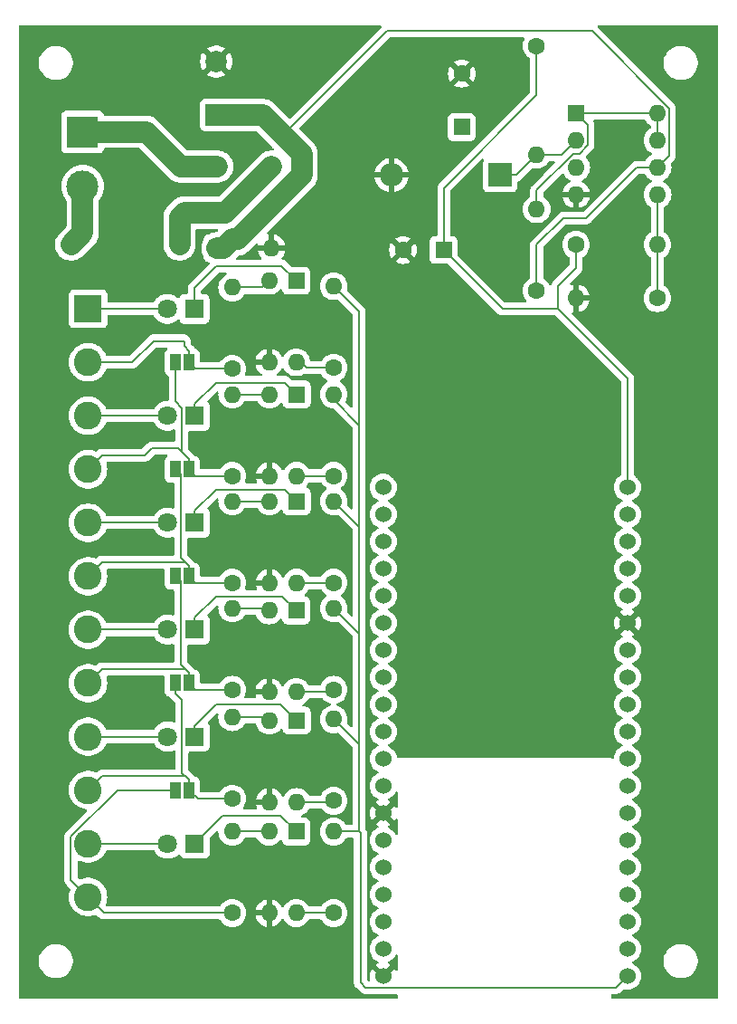
<source format=gbr>
%TF.GenerationSoftware,KiCad,Pcbnew,8.0.4*%
%TF.CreationDate,2024-09-13T06:36:19-04:00*%
%TF.ProjectId,UpTime,55705469-6d65-42e6-9b69-6361645f7063,rev?*%
%TF.SameCoordinates,Original*%
%TF.FileFunction,Copper,L1,Top*%
%TF.FilePolarity,Positive*%
%FSLAX46Y46*%
G04 Gerber Fmt 4.6, Leading zero omitted, Abs format (unit mm)*
G04 Created by KiCad (PCBNEW 8.0.4) date 2024-09-13 06:36:19*
%MOMM*%
%LPD*%
G01*
G04 APERTURE LIST*
%TA.AperFunction,SMDPad,CuDef*%
%ADD10R,1.000000X1.500000*%
%TD*%
%TA.AperFunction,ComponentPad*%
%ADD11C,1.600000*%
%TD*%
%TA.AperFunction,ComponentPad*%
%ADD12O,1.600000X1.600000*%
%TD*%
%TA.AperFunction,ComponentPad*%
%ADD13R,1.800000X1.800000*%
%TD*%
%TA.AperFunction,ComponentPad*%
%ADD14C,1.800000*%
%TD*%
%TA.AperFunction,ComponentPad*%
%ADD15R,1.600000X1.600000*%
%TD*%
%TA.AperFunction,ComponentPad*%
%ADD16R,2.000000X2.000000*%
%TD*%
%TA.AperFunction,ComponentPad*%
%ADD17C,2.000000*%
%TD*%
%TA.AperFunction,ComponentPad*%
%ADD18R,3.000000X3.000000*%
%TD*%
%TA.AperFunction,ComponentPad*%
%ADD19C,3.000000*%
%TD*%
%TA.AperFunction,ComponentPad*%
%ADD20R,2.600000X2.600000*%
%TD*%
%TA.AperFunction,ComponentPad*%
%ADD21C,2.600000*%
%TD*%
%TA.AperFunction,ComponentPad*%
%ADD22C,1.524000*%
%TD*%
%TA.AperFunction,ComponentPad*%
%ADD23R,2.200000X2.200000*%
%TD*%
%TA.AperFunction,ComponentPad*%
%ADD24O,2.200000X2.200000*%
%TD*%
%TA.AperFunction,Conductor*%
%ADD25C,0.200000*%
%TD*%
%TA.AperFunction,Conductor*%
%ADD26C,2.000000*%
%TD*%
G04 APERTURE END LIST*
D10*
%TO.P,JP5,1,A*%
%TO.N,Net-(J7-Pin_10)*%
X131160000Y-114500000D03*
%TO.P,JP5,2,B*%
%TO.N,Net-(J7-Pin_8)*%
X132460000Y-114500000D03*
%TD*%
D11*
%TO.P,R7,1*%
%TO.N,Net-(J7-Pin_8)*%
X136500000Y-115120000D03*
D12*
%TO.P,R7,2*%
%TO.N,Net-(R7-Pad2)*%
X136500000Y-107500000D03*
%TD*%
D13*
%TO.P,D7,1,K*%
%TO.N,Net-(D7-K)*%
X133000000Y-119500000D03*
D14*
%TO.P,D7,2,A*%
%TO.N,Net-(D7-A)*%
X130460000Y-119500000D03*
%TD*%
D15*
%TO.P,U4,1*%
%TO.N,Net-(D3-K)*%
X142540000Y-97500000D03*
D12*
%TO.P,U4,2*%
%TO.N,Net-(R5-Pad2)*%
X140000000Y-97500000D03*
%TO.P,U4,3*%
%TO.N,GND*%
X140000000Y-105120000D03*
%TO.P,U4,4*%
%TO.N,Net-(R6-Pad1)*%
X142540000Y-105120000D03*
%TD*%
D10*
%TO.P,JP1,1,A*%
%TO.N,Net-(J7-Pin_4)*%
X131160000Y-84500000D03*
%TO.P,JP1,2,B*%
%TO.N,Net-(J7-Pin_2)*%
X132460000Y-84500000D03*
%TD*%
D16*
%TO.P,C1,1*%
%TO.N,Net-(D5-+)*%
X135000000Y-61367677D03*
D17*
%TO.P,C1,2*%
%TO.N,GND*%
X135000000Y-56367677D03*
%TD*%
D11*
%TO.P,R2,1*%
%TO.N,Net-(U1-IO32)*%
X146000000Y-85000000D03*
D12*
%TO.P,R2,2*%
%TO.N,+3.3V*%
X146000000Y-77380000D03*
%TD*%
D10*
%TO.P,JP2,1,A*%
%TO.N,Net-(J7-Pin_6)*%
X131160000Y-94500000D03*
%TO.P,JP2,2,B*%
%TO.N,Net-(J7-Pin_4)*%
X132460000Y-94500000D03*
%TD*%
D15*
%TO.P,U8,1*%
%TO.N,Net-(D8-K)*%
X142500000Y-128380000D03*
D12*
%TO.P,U8,2*%
%TO.N,Net-(R13-Pad2)*%
X139960000Y-128380000D03*
%TO.P,U8,3*%
%TO.N,GND*%
X139960000Y-136000000D03*
%TO.P,U8,4*%
%TO.N,Net-(U1-IO35)*%
X142500000Y-136000000D03*
%TD*%
D11*
%TO.P,R12,1*%
%TO.N,Net-(J7-Pin_10)*%
X136500000Y-125310000D03*
D12*
%TO.P,R12,2*%
%TO.N,Net-(R12-Pad2)*%
X136500000Y-117690000D03*
%TD*%
D11*
%TO.P,L1,1*%
%TO.N,+5V*%
X165000000Y-54920000D03*
D12*
%TO.P,L1,2*%
%TO.N,/SwE*%
X165000000Y-65080000D03*
%TD*%
D11*
%TO.P,R15,1*%
%TO.N,Net-(U1-IO35)*%
X146000000Y-136000000D03*
D12*
%TO.P,R15,2*%
%TO.N,+3.3V*%
X146000000Y-128380000D03*
%TD*%
D11*
%TO.P,R11,1*%
%TO.N,/Vfb*%
X176310000Y-78500000D03*
D12*
%TO.P,R11,2*%
%TO.N,GND*%
X168690000Y-78500000D03*
%TD*%
D18*
%TO.P,J8,1,Pin_1*%
%TO.N,Net-(J8-Pin_1)*%
X122500000Y-62960000D03*
D19*
%TO.P,J8,2,Pin_2*%
%TO.N,Net-(J8-Pin_2)*%
X122500000Y-68040000D03*
%TD*%
D13*
%TO.P,D2,1,K*%
%TO.N,Net-(D2-K)*%
X133000000Y-89500000D03*
D14*
%TO.P,D2,2,A*%
%TO.N,Net-(D2-A)*%
X130460000Y-89500000D03*
%TD*%
D15*
%TO.P,C2,1*%
%TO.N,/TC*%
X158000000Y-62500000D03*
D11*
%TO.P,C2,2*%
%TO.N,GND*%
X158000000Y-57500000D03*
%TD*%
D15*
%TO.P,U6,1*%
%TO.N,Net-(D7-K)*%
X142540000Y-118000000D03*
D12*
%TO.P,U6,2*%
%TO.N,Net-(R12-Pad2)*%
X140000000Y-118000000D03*
%TO.P,U6,3*%
%TO.N,GND*%
X140000000Y-125620000D03*
%TO.P,U6,4*%
%TO.N,Net-(U1-IO34)*%
X142540000Y-125620000D03*
%TD*%
D20*
%TO.P,J7,1,Pin_1*%
%TO.N,Net-(D1-A)*%
X123000000Y-79500000D03*
D21*
%TO.P,J7,2,Pin_2*%
%TO.N,Net-(J7-Pin_2)*%
X123000000Y-84500000D03*
%TO.P,J7,3,Pin_3*%
%TO.N,Net-(D2-A)*%
X123000000Y-89500000D03*
%TO.P,J7,4,Pin_4*%
%TO.N,Net-(J7-Pin_4)*%
X123000000Y-94500000D03*
%TO.P,J7,5,Pin_5*%
%TO.N,Net-(D3-A)*%
X123000000Y-99500000D03*
%TO.P,J7,6,Pin_6*%
%TO.N,Net-(J7-Pin_6)*%
X123000000Y-104500000D03*
%TO.P,J7,7,Pin_7*%
%TO.N,Net-(D4-A)*%
X123000000Y-109500000D03*
%TO.P,J7,8,Pin_8*%
%TO.N,Net-(J7-Pin_8)*%
X123000000Y-114500000D03*
%TO.P,J7,9,Pin_9*%
%TO.N,Net-(D7-A)*%
X123000000Y-119500000D03*
%TO.P,J7,10,Pin_10*%
%TO.N,Net-(J7-Pin_10)*%
X123000000Y-124500000D03*
%TO.P,J7,11,Pin_11*%
%TO.N,Net-(D8-A)*%
X123000000Y-129500000D03*
%TO.P,J7,12,Pin_12*%
%TO.N,Net-(J7-Pin_12)*%
X123000000Y-134500000D03*
%TD*%
D13*
%TO.P,D3,1,K*%
%TO.N,Net-(D3-K)*%
X133000000Y-99500000D03*
D14*
%TO.P,D3,2,A*%
%TO.N,Net-(D3-A)*%
X130460000Y-99500000D03*
%TD*%
D11*
%TO.P,R4,1*%
%TO.N,Net-(U1-IO33)*%
X146000000Y-95120000D03*
D12*
%TO.P,R4,2*%
%TO.N,+3.3V*%
X146000000Y-87500000D03*
%TD*%
D13*
%TO.P,D1,1,K*%
%TO.N,Net-(D1-K)*%
X132960000Y-79500000D03*
D14*
%TO.P,D1,2,A*%
%TO.N,Net-(D1-A)*%
X130420000Y-79500000D03*
%TD*%
D15*
%TO.P,U3,1*%
%TO.N,Net-(D2-K)*%
X142540000Y-87500000D03*
D12*
%TO.P,U3,2*%
%TO.N,Net-(R3-Pad2)*%
X140000000Y-87500000D03*
%TO.P,U3,3*%
%TO.N,GND*%
X140000000Y-95120000D03*
%TO.P,U3,4*%
%TO.N,Net-(U1-IO33)*%
X142540000Y-95120000D03*
%TD*%
D11*
%TO.P,R10,1*%
%TO.N,+5V*%
X168690000Y-73500000D03*
D12*
%TO.P,R10,2*%
%TO.N,/Vfb*%
X176310000Y-73500000D03*
%TD*%
D15*
%TO.P,D5,1,+*%
%TO.N,Net-(D5-+)*%
X135100000Y-73810000D03*
D12*
%TO.P,D5,2,-*%
%TO.N,GND*%
X140180000Y-73810000D03*
%TO.P,D5,3*%
%TO.N,Net-(D5-Pad3)*%
X140180000Y-66190000D03*
%TO.P,D5,4*%
%TO.N,Net-(J8-Pin_1)*%
X135100000Y-66190000D03*
%TD*%
D11*
%TO.P,R5,1*%
%TO.N,Net-(J7-Pin_6)*%
X136500000Y-105120000D03*
D12*
%TO.P,R5,2*%
%TO.N,Net-(R5-Pad2)*%
X136500000Y-97500000D03*
%TD*%
D11*
%TO.P,F1,1*%
%TO.N,Net-(J8-Pin_2)*%
X121420000Y-73500000D03*
D12*
%TO.P,F1,2*%
%TO.N,Net-(D5-Pad3)*%
X131580000Y-73500000D03*
%TD*%
D13*
%TO.P,D4,1,K*%
%TO.N,Net-(D4-K)*%
X133000000Y-109500000D03*
D14*
%TO.P,D4,2,A*%
%TO.N,Net-(D4-A)*%
X130460000Y-109500000D03*
%TD*%
D11*
%TO.P,R8,1*%
%TO.N,Net-(U1-IO26)*%
X146000000Y-115120000D03*
D12*
%TO.P,R8,2*%
%TO.N,+3.3V*%
X146000000Y-107500000D03*
%TD*%
D15*
%TO.P,U7,1,SwC*%
%TO.N,/SwC*%
X168700000Y-61200000D03*
D12*
%TO.P,U7,2,SwE*%
%TO.N,/SwE*%
X168700000Y-63740000D03*
%TO.P,U7,3,TC*%
%TO.N,/TC*%
X168700000Y-66280000D03*
%TO.P,U7,4,GND*%
%TO.N,GND*%
X168700000Y-68820000D03*
%TO.P,U7,5,Vfb*%
%TO.N,/Vfb*%
X176320000Y-68820000D03*
%TO.P,U7,6,Vin*%
%TO.N,Net-(D5-+)*%
X176320000Y-66280000D03*
%TO.P,U7,7,Ipk*%
%TO.N,/SwC*%
X176320000Y-63740000D03*
%TO.P,U7,8,DC*%
X176320000Y-61200000D03*
%TD*%
D11*
%TO.P,R13,1*%
%TO.N,Net-(J7-Pin_12)*%
X136500000Y-136000000D03*
D12*
%TO.P,R13,2*%
%TO.N,Net-(R13-Pad2)*%
X136500000Y-128380000D03*
%TD*%
D15*
%TO.P,C3,1*%
%TO.N,+5V*%
X156300000Y-74000000D03*
D11*
%TO.P,C3,2*%
%TO.N,GND*%
X152500000Y-74000000D03*
%TD*%
%TO.P,R14,1*%
%TO.N,Net-(U1-IO34)*%
X146000000Y-125500000D03*
D12*
%TO.P,R14,2*%
%TO.N,+3.3V*%
X146000000Y-117880000D03*
%TD*%
D10*
%TO.P,JP4,1,A*%
%TO.N,Net-(J7-Pin_12)*%
X131160000Y-124500000D03*
%TO.P,JP4,2,B*%
%TO.N,Net-(J7-Pin_10)*%
X132460000Y-124500000D03*
%TD*%
D13*
%TO.P,D8,1,K*%
%TO.N,Net-(D8-K)*%
X133000000Y-129500000D03*
D14*
%TO.P,D8,2,A*%
%TO.N,Net-(D8-A)*%
X130460000Y-129500000D03*
%TD*%
D22*
%TO.P,U1,J1_1,3.3V*%
%TO.N,+3.3V*%
X173500000Y-141900000D03*
%TO.P,U1,J1_2,EN*%
%TO.N,unconnected-(U1-EN-PadJ1_2)*%
X173500000Y-139360000D03*
%TO.P,U1,J1_3,IO36*%
%TO.N,unconnected-(U1-IO36-PadJ1_3)*%
X173500000Y-136820000D03*
%TO.P,U1,J1_4,IO39*%
%TO.N,unconnected-(U1-IO39-PadJ1_4)*%
X173500000Y-134280000D03*
%TO.P,U1,J1_5,IO34*%
%TO.N,Net-(U1-IO34)*%
X173500000Y-131740000D03*
%TO.P,U1,J1_6,IO35*%
%TO.N,Net-(U1-IO35)*%
X173500000Y-129200000D03*
%TO.P,U1,J1_7,IO32*%
%TO.N,Net-(U1-IO32)*%
X173500000Y-126660000D03*
%TO.P,U1,J1_8,IO33*%
%TO.N,Net-(U1-IO33)*%
X173500000Y-124120000D03*
%TO.P,U1,J1_9,IO25*%
%TO.N,unconnected-(U1-IO25-PadJ1_9)*%
X173500000Y-121580000D03*
%TO.P,U1,J1_10,IO26*%
%TO.N,Net-(U1-IO26)*%
X173500000Y-119040000D03*
%TO.P,U1,J1_11,IO27*%
%TO.N,unconnected-(U1-IO27-PadJ1_11)*%
X173500000Y-116500000D03*
%TO.P,U1,J1_12,IO14*%
%TO.N,unconnected-(U1-IO14-PadJ1_12)*%
X173500000Y-113960000D03*
%TO.P,U1,J1_13,IO12*%
%TO.N,unconnected-(U1-IO12-PadJ1_13)*%
X173500000Y-111420000D03*
%TO.P,U1,J1_14,GND*%
%TO.N,GND*%
X173500000Y-108880000D03*
%TO.P,U1,J1_15,IO13*%
%TO.N,unconnected-(U1-IO13-PadJ1_15)*%
X173500000Y-106340000D03*
%TO.P,U1,J1_16,IO9*%
%TO.N,unconnected-(U1-IO9-PadJ1_16)*%
X173500000Y-103800000D03*
%TO.P,U1,J1_17,IO10*%
%TO.N,unconnected-(U1-IO10-PadJ1_17)*%
X173500000Y-101260000D03*
%TO.P,U1,J1_18,IO11*%
%TO.N,unconnected-(U1-IO11-PadJ1_18)*%
X173500000Y-98720000D03*
%TO.P,U1,J1_19,5V*%
%TO.N,+5V*%
X173500000Y-96180000D03*
%TO.P,U1,J2_1,GND*%
%TO.N,GND*%
X150640000Y-141900000D03*
%TO.P,U1,J2_2,IO23*%
%TO.N,unconnected-(U1-IO23-PadJ2_2)*%
X150640000Y-139360000D03*
%TO.P,U1,J2_3,IO22*%
%TO.N,unconnected-(U1-IO22-PadJ2_3)*%
X150640000Y-136820000D03*
%TO.P,U1,J2_4,TX0*%
%TO.N,unconnected-(U1-TX0-PadJ2_4)*%
X150640000Y-134280000D03*
%TO.P,U1,J2_5,RX0*%
%TO.N,unconnected-(U1-RX0-PadJ2_5)*%
X150640000Y-131740000D03*
%TO.P,U1,J2_6,IO21*%
%TO.N,unconnected-(U1-IO21-PadJ2_6)*%
X150640000Y-129200000D03*
%TO.P,U1,J2_7,GND*%
%TO.N,GND*%
X150640000Y-126660000D03*
%TO.P,U1,J2_8,IO19*%
%TO.N,unconnected-(U1-IO19-PadJ2_8)*%
X150640000Y-124120000D03*
%TO.P,U1,J2_9,IO18*%
%TO.N,unconnected-(U1-IO18-PadJ2_9)*%
X150640000Y-121580000D03*
%TO.P,U1,J2_10,IO5*%
%TO.N,unconnected-(U1-IO5-PadJ2_10)*%
X150640000Y-119040000D03*
%TO.P,U1,J2_11,IO17*%
%TO.N,unconnected-(U1-IO17-PadJ2_11)*%
X150640000Y-116500000D03*
%TO.P,U1,J2_12,IO16*%
%TO.N,unconnected-(U1-IO16-PadJ2_12)*%
X150640000Y-113960000D03*
%TO.P,U1,J2_13,IO4*%
%TO.N,unconnected-(U1-IO4-PadJ2_13)*%
X150640000Y-111420000D03*
%TO.P,U1,J2_14,IO0*%
%TO.N,unconnected-(U1-IO0-PadJ2_14)*%
X150640000Y-108880000D03*
%TO.P,U1,J2_15,IO2*%
%TO.N,unconnected-(U1-IO2-PadJ2_15)*%
X150640000Y-106340000D03*
%TO.P,U1,J2_16,IO15*%
%TO.N,unconnected-(U1-IO15-PadJ2_16)*%
X150640000Y-103800000D03*
%TO.P,U1,J2_17,IO8*%
%TO.N,unconnected-(U1-IO8-PadJ2_17)*%
X150640000Y-101260000D03*
%TO.P,U1,J2_18,IO7*%
%TO.N,unconnected-(U1-IO7-PadJ2_18)*%
X150640000Y-98720000D03*
%TO.P,U1,J2_19,IO6*%
%TO.N,unconnected-(U1-IO6-PadJ2_19)*%
X150640000Y-96180000D03*
%TD*%
D23*
%TO.P,D6,1,K*%
%TO.N,/SwE*%
X161580000Y-67000000D03*
D24*
%TO.P,D6,2,A*%
%TO.N,GND*%
X151420000Y-67000000D03*
%TD*%
D15*
%TO.P,U2,1*%
%TO.N,Net-(D1-K)*%
X142500000Y-76880000D03*
D12*
%TO.P,U2,2*%
%TO.N,Net-(R1-Pad2)*%
X139960000Y-76880000D03*
%TO.P,U2,3*%
%TO.N,GND*%
X139960000Y-84500000D03*
%TO.P,U2,4*%
%TO.N,Net-(U1-IO32)*%
X142500000Y-84500000D03*
%TD*%
D11*
%TO.P,R3,1*%
%TO.N,Net-(J7-Pin_4)*%
X136500000Y-95120000D03*
D12*
%TO.P,R3,2*%
%TO.N,Net-(R3-Pad2)*%
X136500000Y-87500000D03*
%TD*%
D11*
%TO.P,R1,1*%
%TO.N,Net-(J7-Pin_2)*%
X136500000Y-85120000D03*
D12*
%TO.P,R1,2*%
%TO.N,Net-(R1-Pad2)*%
X136500000Y-77500000D03*
%TD*%
D15*
%TO.P,U5,1*%
%TO.N,Net-(D4-K)*%
X142500000Y-107700000D03*
D12*
%TO.P,U5,2*%
%TO.N,Net-(R7-Pad2)*%
X139960000Y-107700000D03*
%TO.P,U5,3*%
%TO.N,GND*%
X139960000Y-115320000D03*
%TO.P,U5,4*%
%TO.N,Net-(U1-IO26)*%
X142500000Y-115320000D03*
%TD*%
D11*
%TO.P,R9,1*%
%TO.N,Net-(D5-+)*%
X165000000Y-77810000D03*
D12*
%TO.P,R9,2*%
%TO.N,/SwC*%
X165000000Y-70190000D03*
%TD*%
D10*
%TO.P,JP3,1,A*%
%TO.N,Net-(J7-Pin_8)*%
X131160000Y-104500000D03*
%TO.P,JP3,2,B*%
%TO.N,Net-(J7-Pin_6)*%
X132460000Y-104500000D03*
%TD*%
D11*
%TO.P,R6,1*%
%TO.N,Net-(R6-Pad1)*%
X146000000Y-105120000D03*
D12*
%TO.P,R6,2*%
%TO.N,+3.3V*%
X146000000Y-97500000D03*
%TD*%
D25*
%TO.N,*%
X142540000Y-105120000D02*
X146000000Y-105120000D01*
D26*
%TO.N,Net-(D5-+)*%
X135100000Y-73810000D02*
X135671270Y-73810000D01*
X143000000Y-67000000D02*
X143000000Y-65000000D01*
D25*
X177420000Y-65180000D02*
X177420000Y-60744365D01*
X165000000Y-73500000D02*
X165000000Y-77810000D01*
D26*
X135671270Y-73810000D02*
X136481270Y-73000000D01*
D25*
X176320000Y-66280000D02*
X174354365Y-66280000D01*
X174354365Y-66280000D02*
X169634365Y-71000000D01*
D26*
X141250000Y-63250000D02*
X139367677Y-61367677D01*
X137000000Y-73000000D02*
X143000000Y-67000000D01*
D25*
X167500000Y-71000000D02*
X165000000Y-73500000D01*
X169634365Y-71000000D02*
X167500000Y-71000000D01*
D26*
X143000000Y-65000000D02*
X141250000Y-63250000D01*
D25*
X170175635Y-53500000D02*
X151000000Y-53500000D01*
X177420000Y-60744365D02*
X170175635Y-53500000D01*
X176320000Y-66280000D02*
X177420000Y-65180000D01*
D26*
X139367677Y-61367677D02*
X135000000Y-61367677D01*
D25*
X151000000Y-53500000D02*
X141250000Y-63250000D01*
D26*
X136481270Y-73000000D02*
X137000000Y-73000000D01*
D25*
%TO.N,+5V*%
X156300000Y-68200000D02*
X156300000Y-74000000D01*
X165000000Y-59500000D02*
X156300000Y-68200000D01*
X165000000Y-54920000D02*
X165000000Y-59500000D01*
X173500000Y-96180000D02*
X173500000Y-86000000D01*
X173500000Y-86000000D02*
X167000000Y-79500000D01*
X168690000Y-73500000D02*
X168690000Y-75675635D01*
X167000000Y-77365635D02*
X167000000Y-79500000D01*
X161800000Y-79500000D02*
X156300000Y-74000000D01*
X168690000Y-75675635D02*
X167000000Y-77365635D01*
X167000000Y-79500000D02*
X161800000Y-79500000D01*
%TO.N,Net-(D1-A)*%
X123000000Y-79500000D02*
X130420000Y-79500000D01*
%TO.N,Net-(D1-K)*%
X141120000Y-75500000D02*
X142500000Y-76880000D01*
X135000000Y-75500000D02*
X141120000Y-75500000D01*
X132960000Y-77540000D02*
X135000000Y-75500000D01*
X132960000Y-79500000D02*
X132960000Y-77540000D01*
%TO.N,Net-(D2-K)*%
X133000000Y-89500000D02*
X133000000Y-88400000D01*
X141440000Y-86400000D02*
X142540000Y-87500000D01*
X135000000Y-86400000D02*
X141440000Y-86400000D01*
X133000000Y-88400000D02*
X135000000Y-86400000D01*
%TO.N,Net-(D2-A)*%
X123000000Y-89500000D02*
X130460000Y-89500000D01*
%TO.N,Net-(D3-A)*%
X123000000Y-99500000D02*
X130460000Y-99500000D01*
%TO.N,Net-(D3-K)*%
X141440000Y-96400000D02*
X142540000Y-97500000D01*
X133000000Y-98400000D02*
X135000000Y-96400000D01*
X133000000Y-99500000D02*
X133000000Y-98400000D01*
X135000000Y-96400000D02*
X141440000Y-96400000D01*
%TO.N,Net-(D4-K)*%
X135000000Y-106400000D02*
X141200000Y-106400000D01*
X133000000Y-108400000D02*
X135000000Y-106400000D01*
X133000000Y-109500000D02*
X133000000Y-108400000D01*
X141200000Y-106400000D02*
X142500000Y-107700000D01*
%TO.N,Net-(D4-A)*%
X123000000Y-109500000D02*
X130460000Y-109500000D01*
D26*
%TO.N,Net-(D5-Pad3)*%
X131580000Y-73500000D02*
X131580000Y-70920000D01*
X132000000Y-70500000D02*
X135870000Y-70500000D01*
X135870000Y-70500000D02*
X140180000Y-66190000D01*
X131580000Y-70920000D02*
X132000000Y-70500000D01*
%TO.N,Net-(J8-Pin_1)*%
X131690000Y-66190000D02*
X128460000Y-62960000D01*
X128460000Y-62960000D02*
X122500000Y-62960000D01*
X135100000Y-66190000D02*
X131690000Y-66190000D01*
D25*
%TO.N,/SwE*%
X165000000Y-65080000D02*
X167360000Y-65080000D01*
X161580000Y-67000000D02*
X163080000Y-67000000D01*
X163080000Y-67000000D02*
X165000000Y-65080000D01*
X167360000Y-65080000D02*
X168700000Y-63740000D01*
%TO.N,Net-(D7-K)*%
X133000000Y-118500000D02*
X135000000Y-116500000D01*
X141040000Y-116500000D02*
X142540000Y-118000000D01*
X133000000Y-119500000D02*
X133000000Y-118500000D01*
X135000000Y-116500000D02*
X141040000Y-116500000D01*
%TO.N,Net-(D7-A)*%
X123000000Y-119500000D02*
X130460000Y-119500000D01*
%TO.N,Net-(D8-A)*%
X130460000Y-129500000D02*
X123000000Y-129500000D01*
%TO.N,Net-(D8-K)*%
X135600000Y-126900000D02*
X141020000Y-126900000D01*
X133000000Y-129500000D02*
X135600000Y-126900000D01*
X141020000Y-126900000D02*
X142500000Y-128380000D01*
D26*
%TO.N,Net-(J8-Pin_2)*%
X122500000Y-68040000D02*
X122500000Y-72420000D01*
X122500000Y-72420000D02*
X121420000Y-73500000D01*
D25*
%TO.N,Net-(J7-Pin_4)*%
X131410000Y-92500000D02*
X132460000Y-93550000D01*
X131800000Y-88800000D02*
X131800000Y-92890000D01*
X131160000Y-84500000D02*
X131160000Y-88160000D01*
X131800000Y-92890000D02*
X132460000Y-93550000D01*
X129000000Y-92500000D02*
X131410000Y-92500000D01*
X132460000Y-93550000D02*
X132460000Y-94500000D01*
X131160000Y-88160000D02*
X131800000Y-88800000D01*
X123000000Y-94500000D02*
X124300000Y-93200000D01*
X128300000Y-93200000D02*
X129000000Y-92500000D01*
X133080000Y-95120000D02*
X132460000Y-94500000D01*
X136500000Y-95120000D02*
X133080000Y-95120000D01*
X124300000Y-93200000D02*
X128300000Y-93200000D01*
%TO.N,Net-(J7-Pin_8)*%
X131160000Y-104500000D02*
X131660000Y-105000000D01*
X124300000Y-113200000D02*
X132110000Y-113200000D01*
X132110000Y-113200000D02*
X132460000Y-113550000D01*
X136500000Y-115120000D02*
X133080000Y-115120000D01*
X123000000Y-114500000D02*
X124300000Y-113200000D01*
X133080000Y-115120000D02*
X132460000Y-114500000D01*
X131660000Y-105000000D02*
X131660000Y-112750000D01*
X131660000Y-112750000D02*
X132460000Y-113550000D01*
X132460000Y-113550000D02*
X132460000Y-114500000D01*
%TO.N,Net-(J7-Pin_6)*%
X133080000Y-105120000D02*
X132460000Y-104500000D01*
X123000000Y-104500000D02*
X124300000Y-103200000D01*
X131160000Y-94500000D02*
X131660000Y-95000000D01*
X132460000Y-103550000D02*
X132460000Y-104500000D01*
X124300000Y-103200000D02*
X132110000Y-103200000D01*
X132110000Y-103200000D02*
X132460000Y-103550000D01*
X131660000Y-95000000D02*
X131660000Y-102750000D01*
X136500000Y-105120000D02*
X133080000Y-105120000D01*
X131660000Y-102750000D02*
X132460000Y-103550000D01*
%TO.N,Net-(J7-Pin_2)*%
X133080000Y-85120000D02*
X132460000Y-84500000D01*
X136500000Y-85120000D02*
X133080000Y-85120000D01*
X132000000Y-82500000D02*
X132000000Y-83000000D01*
X132000000Y-83000000D02*
X132460000Y-83460000D01*
X123000000Y-84500000D02*
X127117057Y-84500000D01*
X132460000Y-83460000D02*
X132460000Y-84500000D01*
X127117057Y-84500000D02*
X129117057Y-82500000D01*
X129117057Y-82500000D02*
X132000000Y-82500000D01*
%TO.N,Net-(J7-Pin_10)*%
X131800000Y-116090000D02*
X131800000Y-122890000D01*
X136500000Y-125310000D02*
X133270000Y-125310000D01*
X132460000Y-123550000D02*
X132460000Y-124500000D01*
X131160000Y-114500000D02*
X131160000Y-115450000D01*
X123000000Y-124500000D02*
X124300000Y-123200000D01*
X131160000Y-115450000D02*
X131800000Y-116090000D01*
X132110000Y-123200000D02*
X132460000Y-123550000D01*
X133270000Y-125310000D02*
X132460000Y-124500000D01*
X124300000Y-123200000D02*
X132110000Y-123200000D01*
X131800000Y-122890000D02*
X132460000Y-123550000D01*
%TO.N,Net-(J7-Pin_12)*%
X121400000Y-132900000D02*
X121400000Y-128837258D01*
X136500000Y-136000000D02*
X124500000Y-136000000D01*
X121400000Y-128837258D02*
X125737258Y-124500000D01*
X123000000Y-134500000D02*
X121400000Y-132900000D01*
X124500000Y-136000000D02*
X123000000Y-134500000D01*
X125737258Y-124500000D02*
X131160000Y-124500000D01*
%TO.N,Net-(R1-Pad2)*%
X139340000Y-77500000D02*
X139960000Y-76880000D01*
X136500000Y-77500000D02*
X139340000Y-77500000D01*
%TO.N,+3.3V*%
X148380000Y-120260000D02*
X148380000Y-128380000D01*
X146000000Y-88000000D02*
X148380000Y-90380000D01*
X173500000Y-141900000D02*
X172438000Y-142962000D01*
X148380000Y-128380000D02*
X146000000Y-128380000D01*
X148962000Y-142962000D02*
X148500000Y-142500000D01*
X148380000Y-109880000D02*
X148380000Y-120260000D01*
X148380000Y-99880000D02*
X148380000Y-109880000D01*
X148500000Y-128500000D02*
X148380000Y-128380000D01*
X146000000Y-77380000D02*
X148380000Y-79760000D01*
X146000000Y-107500000D02*
X148380000Y-109880000D01*
X172438000Y-142962000D02*
X148962000Y-142962000D01*
X148380000Y-90380000D02*
X148380000Y-99880000D01*
X148380000Y-79760000D02*
X148380000Y-90380000D01*
X148500000Y-142500000D02*
X148500000Y-128500000D01*
X146000000Y-87500000D02*
X146000000Y-88000000D01*
X146000000Y-117880000D02*
X148380000Y-120260000D01*
X146000000Y-97500000D02*
X148380000Y-99880000D01*
%TO.N,Net-(U1-IO32)*%
X143000000Y-84500000D02*
X143500000Y-85000000D01*
X143500000Y-85000000D02*
X146000000Y-85000000D01*
X142500000Y-84500000D02*
X143000000Y-84500000D01*
%TO.N,Net-(R3-Pad2)*%
X136500000Y-87500000D02*
X140000000Y-87500000D01*
%TO.N,Net-(U1-IO33)*%
X142540000Y-95120000D02*
X146000000Y-95120000D01*
%TO.N,Net-(R5-Pad2)*%
X136500000Y-97500000D02*
X140000000Y-97500000D01*
%TO.N,Net-(R7-Pad2)*%
X136500000Y-107500000D02*
X139760000Y-107500000D01*
X139760000Y-107500000D02*
X139960000Y-107700000D01*
%TO.N,Net-(U1-IO26)*%
X145800000Y-115320000D02*
X146000000Y-115120000D01*
X142500000Y-115320000D02*
X145800000Y-115320000D01*
%TO.N,/SwC*%
X168400000Y-61500000D02*
X168700000Y-61200000D01*
X168700000Y-61200000D02*
X176320000Y-61200000D01*
X165000000Y-70190000D02*
X165000000Y-68424365D01*
X169800000Y-62300000D02*
X168700000Y-61200000D01*
X176320000Y-61200000D02*
X176320000Y-63740000D01*
X169800000Y-64195635D02*
X169800000Y-62300000D01*
X165000000Y-68424365D02*
X168424365Y-65000000D01*
X168424365Y-65000000D02*
X168995635Y-65000000D01*
X168995635Y-65000000D02*
X169800000Y-64195635D01*
%TO.N,/Vfb*%
X176320000Y-73490000D02*
X176310000Y-73500000D01*
X176310000Y-73500000D02*
X176310000Y-78500000D01*
X176320000Y-68820000D02*
X176320000Y-73490000D01*
%TO.N,Net-(R12-Pad2)*%
X136500000Y-117690000D02*
X139690000Y-117690000D01*
X139690000Y-117690000D02*
X140000000Y-118000000D01*
%TO.N,Net-(R13-Pad2)*%
X136500000Y-128380000D02*
X139960000Y-128380000D01*
%TO.N,Net-(U1-IO34)*%
X142540000Y-125620000D02*
X145880000Y-125620000D01*
X145880000Y-125620000D02*
X146000000Y-125500000D01*
%TO.N,Net-(U1-IO35)*%
X142500000Y-136000000D02*
X146000000Y-136000000D01*
%TD*%
%TA.AperFunction,Conductor*%
%TO.N,GND*%
G36*
X150417941Y-53020185D02*
G01*
X150463696Y-53072989D01*
X150473640Y-53142147D01*
X150444615Y-53205703D01*
X150438583Y-53212181D01*
X141974076Y-61676687D01*
X141912753Y-61710172D01*
X141843061Y-61705188D01*
X141798716Y-61676688D01*
X140345187Y-60223160D01*
X140154111Y-60084334D01*
X140124860Y-60069430D01*
X139943673Y-59977110D01*
X139719045Y-59904123D01*
X139485774Y-59867177D01*
X139485769Y-59867177D01*
X134881908Y-59867177D01*
X134881904Y-59867177D01*
X133952129Y-59867177D01*
X133952123Y-59867178D01*
X133892516Y-59873585D01*
X133757671Y-59923879D01*
X133757664Y-59923883D01*
X133642455Y-60010129D01*
X133642452Y-60010132D01*
X133556206Y-60125341D01*
X133556202Y-60125348D01*
X133505908Y-60260194D01*
X133499501Y-60319793D01*
X133499500Y-60319812D01*
X133499500Y-62415547D01*
X133499501Y-62415553D01*
X133505908Y-62475160D01*
X133556202Y-62610005D01*
X133556206Y-62610012D01*
X133642452Y-62725221D01*
X133642455Y-62725224D01*
X133757664Y-62811470D01*
X133757671Y-62811474D01*
X133892517Y-62861768D01*
X133892516Y-62861768D01*
X133899444Y-62862512D01*
X133952127Y-62868177D01*
X134871905Y-62868176D01*
X134871919Y-62868177D01*
X134881908Y-62868177D01*
X138694788Y-62868177D01*
X138761827Y-62887862D01*
X138782469Y-62904496D01*
X140276809Y-64398838D01*
X140276831Y-64398858D01*
X140355793Y-64477820D01*
X140389278Y-64539143D01*
X140384294Y-64608835D01*
X140342422Y-64664768D01*
X140276958Y-64689185D01*
X140268112Y-64689501D01*
X140061903Y-64689501D01*
X139828629Y-64726448D01*
X139604009Y-64799430D01*
X139604006Y-64799431D01*
X139393565Y-64906657D01*
X139202488Y-65045484D01*
X139202487Y-65045485D01*
X135284792Y-68963181D01*
X135223469Y-68996666D01*
X135197111Y-68999500D01*
X131881903Y-68999500D01*
X131648631Y-69036446D01*
X131424003Y-69109433D01*
X131213563Y-69216659D01*
X131022496Y-69355476D01*
X131022491Y-69355480D01*
X130435485Y-69942487D01*
X130435483Y-69942490D01*
X130366070Y-70038028D01*
X130296655Y-70133568D01*
X130288982Y-70148630D01*
X130288981Y-70148632D01*
X130189433Y-70344003D01*
X130116446Y-70568631D01*
X130079500Y-70801902D01*
X130079500Y-73618097D01*
X130116446Y-73851368D01*
X130189433Y-74075996D01*
X130281312Y-74256317D01*
X130296657Y-74286433D01*
X130435483Y-74477510D01*
X130602490Y-74644517D01*
X130793567Y-74783343D01*
X130863222Y-74818834D01*
X131004003Y-74890566D01*
X131004005Y-74890566D01*
X131004008Y-74890568D01*
X131124412Y-74929689D01*
X131228631Y-74963553D01*
X131461903Y-75000500D01*
X131461908Y-75000500D01*
X131698097Y-75000500D01*
X131931368Y-74963553D01*
X131959181Y-74954516D01*
X132155992Y-74890568D01*
X132366433Y-74783343D01*
X132557510Y-74644517D01*
X132724517Y-74477510D01*
X132863343Y-74286433D01*
X132970568Y-74075992D01*
X133043553Y-73851368D01*
X133044466Y-73845606D01*
X133080500Y-73618097D01*
X133080500Y-72124500D01*
X133100185Y-72057461D01*
X133152989Y-72011706D01*
X133204500Y-72000500D01*
X135059381Y-72000500D01*
X135126420Y-72020185D01*
X135172175Y-72072989D01*
X135182119Y-72142147D01*
X135153094Y-72205703D01*
X135147062Y-72212181D01*
X135086062Y-72273181D01*
X135024739Y-72306666D01*
X134998381Y-72309500D01*
X134981903Y-72309500D01*
X134748630Y-72346447D01*
X134748627Y-72346447D01*
X134524011Y-72419430D01*
X134524010Y-72419430D01*
X134373761Y-72495985D01*
X134317469Y-72509500D01*
X134252130Y-72509500D01*
X134252123Y-72509501D01*
X134192516Y-72515908D01*
X134057671Y-72566202D01*
X134057664Y-72566206D01*
X133942455Y-72652452D01*
X133942452Y-72652455D01*
X133856206Y-72767664D01*
X133856202Y-72767671D01*
X133805908Y-72902517D01*
X133799501Y-72962116D01*
X133799500Y-72962135D01*
X133799500Y-73027468D01*
X133785985Y-73083763D01*
X133709434Y-73234003D01*
X133709433Y-73234005D01*
X133709432Y-73234008D01*
X133696665Y-73273302D01*
X133636446Y-73458631D01*
X133599500Y-73691902D01*
X133599500Y-73928097D01*
X133636446Y-74161368D01*
X133709433Y-74385996D01*
X133740176Y-74446331D01*
X133785985Y-74536238D01*
X133799500Y-74592529D01*
X133799500Y-74657869D01*
X133799501Y-74657876D01*
X133805908Y-74717483D01*
X133856202Y-74852328D01*
X133856206Y-74852335D01*
X133942452Y-74967544D01*
X133942455Y-74967547D01*
X134057664Y-75053793D01*
X134057671Y-75053797D01*
X134192517Y-75104091D01*
X134192516Y-75104091D01*
X134254600Y-75110766D01*
X134319151Y-75137504D01*
X134358999Y-75194896D01*
X134361493Y-75264721D01*
X134329026Y-75321736D01*
X132591286Y-77059478D01*
X132479481Y-77171282D01*
X132479480Y-77171284D01*
X132434775Y-77248716D01*
X132400423Y-77308215D01*
X132359499Y-77460943D01*
X132359499Y-77460945D01*
X132359499Y-77629046D01*
X132359500Y-77629059D01*
X132359500Y-77975500D01*
X132339815Y-78042539D01*
X132287011Y-78088294D01*
X132235501Y-78099500D01*
X132012130Y-78099500D01*
X132012123Y-78099501D01*
X131952516Y-78105908D01*
X131817671Y-78156202D01*
X131817664Y-78156206D01*
X131702455Y-78242452D01*
X131702452Y-78242455D01*
X131616206Y-78357664D01*
X131616203Y-78357670D01*
X131587544Y-78434508D01*
X131545672Y-78490441D01*
X131480208Y-78514858D01*
X131411935Y-78500006D01*
X131380135Y-78475158D01*
X131371784Y-78466087D01*
X131371778Y-78466082D01*
X131371777Y-78466081D01*
X131188634Y-78323535D01*
X131188628Y-78323531D01*
X130984504Y-78213064D01*
X130984495Y-78213061D01*
X130764984Y-78137702D01*
X130573683Y-78105780D01*
X130536049Y-78099500D01*
X130303951Y-78099500D01*
X130266317Y-78105780D01*
X130075015Y-78137702D01*
X129855504Y-78213061D01*
X129855495Y-78213064D01*
X129651371Y-78323531D01*
X129651365Y-78323535D01*
X129468222Y-78466081D01*
X129468219Y-78466084D01*
X129468216Y-78466086D01*
X129468216Y-78466087D01*
X129427269Y-78510568D01*
X129311016Y-78636852D01*
X129184075Y-78831151D01*
X129182253Y-78834519D01*
X129133033Y-78884109D01*
X129073199Y-78899500D01*
X124924499Y-78899500D01*
X124857460Y-78879815D01*
X124811705Y-78827011D01*
X124800499Y-78775500D01*
X124800499Y-78152129D01*
X124800498Y-78152123D01*
X124800497Y-78152116D01*
X124794091Y-78092517D01*
X124791923Y-78086705D01*
X124743797Y-77957671D01*
X124743793Y-77957664D01*
X124657547Y-77842455D01*
X124657544Y-77842452D01*
X124542335Y-77756206D01*
X124542328Y-77756202D01*
X124407482Y-77705908D01*
X124407483Y-77705908D01*
X124347883Y-77699501D01*
X124347881Y-77699500D01*
X124347873Y-77699500D01*
X124347864Y-77699500D01*
X121652129Y-77699500D01*
X121652123Y-77699501D01*
X121592516Y-77705908D01*
X121457671Y-77756202D01*
X121457664Y-77756206D01*
X121342455Y-77842452D01*
X121342452Y-77842455D01*
X121256206Y-77957664D01*
X121256202Y-77957671D01*
X121205908Y-78092517D01*
X121201051Y-78137702D01*
X121199501Y-78152123D01*
X121199500Y-78152135D01*
X121199500Y-80847870D01*
X121199501Y-80847876D01*
X121205908Y-80907483D01*
X121256202Y-81042328D01*
X121256206Y-81042335D01*
X121342452Y-81157544D01*
X121342455Y-81157547D01*
X121457664Y-81243793D01*
X121457671Y-81243797D01*
X121592517Y-81294091D01*
X121592516Y-81294091D01*
X121599444Y-81294835D01*
X121652127Y-81300500D01*
X124347872Y-81300499D01*
X124407483Y-81294091D01*
X124542331Y-81243796D01*
X124657546Y-81157546D01*
X124743796Y-81042331D01*
X124794091Y-80907483D01*
X124800500Y-80847873D01*
X124800500Y-80224500D01*
X124820185Y-80157461D01*
X124872989Y-80111706D01*
X124924500Y-80100500D01*
X129073199Y-80100500D01*
X129140238Y-80120185D01*
X129182253Y-80165481D01*
X129184075Y-80168848D01*
X129311016Y-80363147D01*
X129311019Y-80363151D01*
X129311021Y-80363153D01*
X129468216Y-80533913D01*
X129468219Y-80533915D01*
X129468222Y-80533918D01*
X129651365Y-80676464D01*
X129651371Y-80676468D01*
X129651374Y-80676470D01*
X129855497Y-80786936D01*
X129969487Y-80826068D01*
X130075015Y-80862297D01*
X130075017Y-80862297D01*
X130075019Y-80862298D01*
X130303951Y-80900500D01*
X130303952Y-80900500D01*
X130536048Y-80900500D01*
X130536049Y-80900500D01*
X130764981Y-80862298D01*
X130984503Y-80786936D01*
X131188626Y-80676470D01*
X131371784Y-80533913D01*
X131380130Y-80524846D01*
X131440010Y-80488854D01*
X131509849Y-80490949D01*
X131567468Y-80530469D01*
X131587544Y-80565491D01*
X131616203Y-80642330D01*
X131616206Y-80642335D01*
X131702452Y-80757544D01*
X131702455Y-80757547D01*
X131817664Y-80843793D01*
X131817671Y-80843797D01*
X131952517Y-80894091D01*
X131952516Y-80894091D01*
X131959444Y-80894835D01*
X132012127Y-80900500D01*
X133907872Y-80900499D01*
X133967483Y-80894091D01*
X134102331Y-80843796D01*
X134217546Y-80757546D01*
X134303796Y-80642331D01*
X134354091Y-80507483D01*
X134360500Y-80447873D01*
X134360499Y-78552128D01*
X134354091Y-78492517D01*
X134344233Y-78466087D01*
X134303797Y-78357671D01*
X134303793Y-78357664D01*
X134217547Y-78242455D01*
X134217544Y-78242452D01*
X134102335Y-78156206D01*
X134102328Y-78156202D01*
X133967482Y-78105908D01*
X133967483Y-78105908D01*
X133907883Y-78099501D01*
X133907881Y-78099500D01*
X133907873Y-78099500D01*
X133907865Y-78099500D01*
X133684500Y-78099500D01*
X133617461Y-78079815D01*
X133571706Y-78027011D01*
X133560500Y-77975500D01*
X133560500Y-77840097D01*
X133580185Y-77773058D01*
X133596819Y-77752416D01*
X135212417Y-76136819D01*
X135273740Y-76103334D01*
X135300098Y-76100500D01*
X135864665Y-76100500D01*
X135931704Y-76120185D01*
X135977459Y-76172989D01*
X135987403Y-76242147D01*
X135958378Y-76305703D01*
X135917071Y-76336881D01*
X135889101Y-76349923D01*
X135847267Y-76369431D01*
X135847265Y-76369432D01*
X135660858Y-76499954D01*
X135499954Y-76660858D01*
X135369432Y-76847265D01*
X135369431Y-76847267D01*
X135273261Y-77053502D01*
X135273258Y-77053511D01*
X135214366Y-77273302D01*
X135214364Y-77273313D01*
X135194532Y-77499998D01*
X135194532Y-77500001D01*
X135214364Y-77726686D01*
X135214366Y-77726697D01*
X135273258Y-77946488D01*
X135273261Y-77946497D01*
X135369431Y-78152732D01*
X135369432Y-78152734D01*
X135499954Y-78339141D01*
X135660858Y-78500045D01*
X135660861Y-78500047D01*
X135847266Y-78630568D01*
X136053504Y-78726739D01*
X136273308Y-78785635D01*
X136435230Y-78799801D01*
X136499998Y-78805468D01*
X136500000Y-78805468D01*
X136500002Y-78805468D01*
X136556673Y-78800509D01*
X136726692Y-78785635D01*
X136946496Y-78726739D01*
X137152734Y-78630568D01*
X137339139Y-78500047D01*
X137500047Y-78339139D01*
X137630118Y-78153375D01*
X137684693Y-78109752D01*
X137731692Y-78100500D01*
X139253331Y-78100500D01*
X139253347Y-78100501D01*
X139260943Y-78100501D01*
X139419056Y-78100501D01*
X139419057Y-78100501D01*
X139426942Y-78098388D01*
X139496791Y-78100047D01*
X139511447Y-78105780D01*
X139513501Y-78106738D01*
X139513504Y-78106739D01*
X139733308Y-78165635D01*
X139895230Y-78179801D01*
X139959998Y-78185468D01*
X139960000Y-78185468D01*
X139960002Y-78185468D01*
X140023414Y-78179920D01*
X140186692Y-78165635D01*
X140406496Y-78106739D01*
X140612734Y-78010568D01*
X140799139Y-77880047D01*
X140960047Y-77719139D01*
X140977272Y-77694539D01*
X141031848Y-77650913D01*
X141101346Y-77643718D01*
X141163701Y-77675239D01*
X141199116Y-77735468D01*
X141202138Y-77752406D01*
X141205908Y-77787483D01*
X141256202Y-77922328D01*
X141256206Y-77922335D01*
X141342452Y-78037544D01*
X141342455Y-78037547D01*
X141457664Y-78123793D01*
X141457671Y-78123797D01*
X141592517Y-78174091D01*
X141592516Y-78174091D01*
X141599444Y-78174835D01*
X141652127Y-78180500D01*
X143347872Y-78180499D01*
X143407483Y-78174091D01*
X143542331Y-78123796D01*
X143657546Y-78037546D01*
X143743796Y-77922331D01*
X143794091Y-77787483D01*
X143800500Y-77727873D01*
X143800499Y-76032128D01*
X143794091Y-75972517D01*
X143788501Y-75957530D01*
X143743797Y-75837671D01*
X143743793Y-75837664D01*
X143657547Y-75722455D01*
X143657544Y-75722452D01*
X143542335Y-75636206D01*
X143542328Y-75636202D01*
X143407482Y-75585908D01*
X143407483Y-75585908D01*
X143347883Y-75579501D01*
X143347881Y-75579500D01*
X143347873Y-75579500D01*
X143347865Y-75579500D01*
X142100098Y-75579500D01*
X142033059Y-75559815D01*
X142012417Y-75543181D01*
X141607590Y-75138355D01*
X141607588Y-75138352D01*
X141488717Y-75019481D01*
X141488709Y-75019475D01*
X141376197Y-74954517D01*
X141376196Y-74954516D01*
X141359037Y-74944610D01*
X141351785Y-74940423D01*
X141199057Y-74899499D01*
X141193508Y-74898012D01*
X141133847Y-74861646D01*
X141103319Y-74798799D01*
X141111614Y-74729424D01*
X141137922Y-74690555D01*
X141179658Y-74648819D01*
X141310134Y-74462482D01*
X141406265Y-74256326D01*
X141406269Y-74256317D01*
X141458872Y-74060000D01*
X140495686Y-74060000D01*
X140500080Y-74055606D01*
X140532186Y-73999997D01*
X151195034Y-73999997D01*
X151195034Y-74000002D01*
X151214858Y-74226599D01*
X151214860Y-74226610D01*
X151273730Y-74446317D01*
X151273735Y-74446331D01*
X151369863Y-74652478D01*
X151420974Y-74725472D01*
X152100000Y-74046446D01*
X152100000Y-74052661D01*
X152127259Y-74154394D01*
X152179920Y-74245606D01*
X152254394Y-74320080D01*
X152345606Y-74372741D01*
X152447339Y-74400000D01*
X152453553Y-74400000D01*
X151774526Y-75079025D01*
X151847513Y-75130132D01*
X151847521Y-75130136D01*
X152053668Y-75226264D01*
X152053682Y-75226269D01*
X152273389Y-75285139D01*
X152273400Y-75285141D01*
X152499998Y-75304966D01*
X152500002Y-75304966D01*
X152726599Y-75285141D01*
X152726610Y-75285139D01*
X152946317Y-75226269D01*
X152946331Y-75226264D01*
X153152478Y-75130136D01*
X153225471Y-75079024D01*
X152546447Y-74400000D01*
X152552661Y-74400000D01*
X152654394Y-74372741D01*
X152745606Y-74320080D01*
X152820080Y-74245606D01*
X152872741Y-74154394D01*
X152900000Y-74052661D01*
X152900000Y-74046447D01*
X153579024Y-74725471D01*
X153630136Y-74652478D01*
X153726264Y-74446331D01*
X153726269Y-74446317D01*
X153785139Y-74226610D01*
X153785141Y-74226599D01*
X153804966Y-74000002D01*
X153804966Y-73999997D01*
X153785141Y-73773400D01*
X153785139Y-73773389D01*
X153726269Y-73553682D01*
X153726264Y-73553668D01*
X153630136Y-73347521D01*
X153630132Y-73347513D01*
X153579025Y-73274526D01*
X152900000Y-73953551D01*
X152900000Y-73947339D01*
X152872741Y-73845606D01*
X152820080Y-73754394D01*
X152745606Y-73679920D01*
X152654394Y-73627259D01*
X152552661Y-73600000D01*
X152546448Y-73600000D01*
X153225472Y-72920974D01*
X153152478Y-72869863D01*
X152946331Y-72773735D01*
X152946317Y-72773730D01*
X152726610Y-72714860D01*
X152726599Y-72714858D01*
X152500002Y-72695034D01*
X152499998Y-72695034D01*
X152273400Y-72714858D01*
X152273389Y-72714860D01*
X152053682Y-72773730D01*
X152053673Y-72773734D01*
X151847516Y-72869866D01*
X151847512Y-72869868D01*
X151774526Y-72920973D01*
X151774526Y-72920974D01*
X152453553Y-73600000D01*
X152447339Y-73600000D01*
X152345606Y-73627259D01*
X152254394Y-73679920D01*
X152179920Y-73754394D01*
X152127259Y-73845606D01*
X152100000Y-73947339D01*
X152100000Y-73953552D01*
X151420974Y-73274526D01*
X151420973Y-73274526D01*
X151369868Y-73347512D01*
X151369866Y-73347516D01*
X151273734Y-73553673D01*
X151273730Y-73553682D01*
X151214860Y-73773389D01*
X151214858Y-73773400D01*
X151195034Y-73999997D01*
X140532186Y-73999997D01*
X140552741Y-73964394D01*
X140580000Y-73862661D01*
X140580000Y-73757339D01*
X140552741Y-73655606D01*
X140500080Y-73564394D01*
X140495686Y-73560000D01*
X141458872Y-73560000D01*
X141458872Y-73559999D01*
X141406269Y-73363682D01*
X141406265Y-73363673D01*
X141310134Y-73157517D01*
X141179657Y-72971179D01*
X141018820Y-72810342D01*
X140832482Y-72679865D01*
X140626328Y-72583734D01*
X140430000Y-72531127D01*
X140430000Y-73494314D01*
X140425606Y-73489920D01*
X140334394Y-73437259D01*
X140232661Y-73410000D01*
X140127339Y-73410000D01*
X140025606Y-73437259D01*
X139934394Y-73489920D01*
X139930000Y-73494314D01*
X139930000Y-72531127D01*
X139929999Y-72531126D01*
X139913785Y-72535471D01*
X139843935Y-72533808D01*
X139786073Y-72494645D01*
X139758569Y-72430417D01*
X139770156Y-72361515D01*
X139794008Y-72328018D01*
X144144517Y-67977510D01*
X144283343Y-67786434D01*
X144390568Y-67575992D01*
X144404093Y-67534365D01*
X144463553Y-67351368D01*
X144479973Y-67247689D01*
X144500500Y-67118097D01*
X144500500Y-66749999D01*
X149834728Y-66749999D01*
X149834729Y-66750000D01*
X150929252Y-66750000D01*
X150907482Y-66787708D01*
X150870000Y-66927591D01*
X150870000Y-67072409D01*
X150907482Y-67212292D01*
X150929252Y-67250000D01*
X149834728Y-67250000D01*
X149834811Y-67251067D01*
X149893603Y-67495956D01*
X149989980Y-67728631D01*
X150121568Y-67943362D01*
X150121571Y-67943367D01*
X150285130Y-68134869D01*
X150476632Y-68298428D01*
X150476637Y-68298431D01*
X150691368Y-68430019D01*
X150924043Y-68526396D01*
X151168932Y-68585188D01*
X151169999Y-68585271D01*
X151170000Y-68585271D01*
X151170000Y-67490747D01*
X151207708Y-67512518D01*
X151347591Y-67550000D01*
X151492409Y-67550000D01*
X151632292Y-67512518D01*
X151670000Y-67490747D01*
X151670000Y-68585271D01*
X151671067Y-68585188D01*
X151915956Y-68526396D01*
X152148631Y-68430019D01*
X152363362Y-68298431D01*
X152363367Y-68298428D01*
X152554869Y-68134869D01*
X152718428Y-67943367D01*
X152718431Y-67943362D01*
X152850019Y-67728631D01*
X152946396Y-67495956D01*
X153005188Y-67251067D01*
X153005272Y-67250000D01*
X151910748Y-67250000D01*
X151932518Y-67212292D01*
X151970000Y-67072409D01*
X151970000Y-66927591D01*
X151932518Y-66787708D01*
X151910748Y-66750000D01*
X153005271Y-66750000D01*
X153005271Y-66749999D01*
X153005188Y-66748932D01*
X152946396Y-66504043D01*
X152850019Y-66271368D01*
X152718431Y-66056637D01*
X152718428Y-66056632D01*
X152554869Y-65865130D01*
X152363367Y-65701571D01*
X152363362Y-65701568D01*
X152148631Y-65569980D01*
X151915956Y-65473603D01*
X151671064Y-65414811D01*
X151670000Y-65414726D01*
X151670000Y-66509252D01*
X151632292Y-66487482D01*
X151492409Y-66450000D01*
X151347591Y-66450000D01*
X151207708Y-66487482D01*
X151170000Y-66509252D01*
X151170000Y-65414726D01*
X151168935Y-65414811D01*
X150924043Y-65473603D01*
X150691368Y-65569980D01*
X150476637Y-65701568D01*
X150476632Y-65701571D01*
X150285130Y-65865130D01*
X150121571Y-66056632D01*
X150121568Y-66056637D01*
X149989980Y-66271368D01*
X149893603Y-66504043D01*
X149834811Y-66748932D01*
X149834728Y-66749999D01*
X144500500Y-66749999D01*
X144500500Y-64881902D01*
X144463553Y-64648631D01*
X144417817Y-64507872D01*
X144390568Y-64424008D01*
X144390566Y-64424005D01*
X144390566Y-64424003D01*
X144283340Y-64213562D01*
X144249182Y-64166548D01*
X144249181Y-64166547D01*
X144144518Y-64022490D01*
X142823312Y-62701284D01*
X142789827Y-62639961D01*
X142794811Y-62570269D01*
X142823312Y-62525922D01*
X143697099Y-61652135D01*
X156699500Y-61652135D01*
X156699500Y-63347870D01*
X156699501Y-63347876D01*
X156705908Y-63407483D01*
X156756202Y-63542328D01*
X156756206Y-63542335D01*
X156842452Y-63657544D01*
X156842455Y-63657547D01*
X156957664Y-63743793D01*
X156957671Y-63743797D01*
X157092517Y-63794091D01*
X157092516Y-63794091D01*
X157099444Y-63794835D01*
X157152127Y-63800500D01*
X158847872Y-63800499D01*
X158907483Y-63794091D01*
X159042331Y-63743796D01*
X159157546Y-63657546D01*
X159243796Y-63542331D01*
X159294091Y-63407483D01*
X159300500Y-63347873D01*
X159300499Y-61652128D01*
X159294091Y-61592517D01*
X159285481Y-61569433D01*
X159243797Y-61457671D01*
X159243793Y-61457664D01*
X159157547Y-61342455D01*
X159157544Y-61342452D01*
X159042335Y-61256206D01*
X159042328Y-61256202D01*
X158907482Y-61205908D01*
X158907483Y-61205908D01*
X158847883Y-61199501D01*
X158847881Y-61199500D01*
X158847873Y-61199500D01*
X158847864Y-61199500D01*
X157152129Y-61199500D01*
X157152123Y-61199501D01*
X157092516Y-61205908D01*
X156957671Y-61256202D01*
X156957664Y-61256206D01*
X156842455Y-61342452D01*
X156842452Y-61342455D01*
X156756206Y-61457664D01*
X156756202Y-61457671D01*
X156705908Y-61592517D01*
X156699501Y-61652116D01*
X156699501Y-61652123D01*
X156699500Y-61652135D01*
X143697099Y-61652135D01*
X147849238Y-57499997D01*
X156695034Y-57499997D01*
X156695034Y-57500002D01*
X156714858Y-57726599D01*
X156714860Y-57726610D01*
X156773730Y-57946317D01*
X156773735Y-57946331D01*
X156869863Y-58152478D01*
X156920974Y-58225472D01*
X157600000Y-57546446D01*
X157600000Y-57552661D01*
X157627259Y-57654394D01*
X157679920Y-57745606D01*
X157754394Y-57820080D01*
X157845606Y-57872741D01*
X157947339Y-57900000D01*
X157953553Y-57900000D01*
X157274526Y-58579025D01*
X157347513Y-58630132D01*
X157347521Y-58630136D01*
X157553668Y-58726264D01*
X157553682Y-58726269D01*
X157773389Y-58785139D01*
X157773400Y-58785141D01*
X157999998Y-58804966D01*
X158000002Y-58804966D01*
X158226599Y-58785141D01*
X158226610Y-58785139D01*
X158446317Y-58726269D01*
X158446331Y-58726264D01*
X158652478Y-58630136D01*
X158725471Y-58579024D01*
X158046447Y-57900000D01*
X158052661Y-57900000D01*
X158154394Y-57872741D01*
X158245606Y-57820080D01*
X158320080Y-57745606D01*
X158372741Y-57654394D01*
X158400000Y-57552661D01*
X158400000Y-57546447D01*
X159079024Y-58225471D01*
X159130136Y-58152478D01*
X159226264Y-57946331D01*
X159226269Y-57946317D01*
X159285139Y-57726610D01*
X159285141Y-57726599D01*
X159304966Y-57500002D01*
X159304966Y-57499997D01*
X159285141Y-57273400D01*
X159285139Y-57273389D01*
X159226269Y-57053682D01*
X159226264Y-57053668D01*
X159130136Y-56847521D01*
X159130132Y-56847513D01*
X159079025Y-56774526D01*
X158400000Y-57453551D01*
X158400000Y-57447339D01*
X158372741Y-57345606D01*
X158320080Y-57254394D01*
X158245606Y-57179920D01*
X158154394Y-57127259D01*
X158052661Y-57100000D01*
X158046448Y-57100000D01*
X158725472Y-56420974D01*
X158652478Y-56369863D01*
X158446331Y-56273735D01*
X158446317Y-56273730D01*
X158226610Y-56214860D01*
X158226599Y-56214858D01*
X158000002Y-56195034D01*
X157999998Y-56195034D01*
X157773400Y-56214858D01*
X157773389Y-56214860D01*
X157553682Y-56273730D01*
X157553673Y-56273734D01*
X157347516Y-56369866D01*
X157347512Y-56369868D01*
X157274526Y-56420973D01*
X157274526Y-56420974D01*
X157953553Y-57100000D01*
X157947339Y-57100000D01*
X157845606Y-57127259D01*
X157754394Y-57179920D01*
X157679920Y-57254394D01*
X157627259Y-57345606D01*
X157600000Y-57447339D01*
X157600000Y-57453552D01*
X156920974Y-56774526D01*
X156920973Y-56774526D01*
X156869868Y-56847512D01*
X156869866Y-56847516D01*
X156773734Y-57053673D01*
X156773730Y-57053682D01*
X156714860Y-57273389D01*
X156714858Y-57273400D01*
X156695034Y-57499997D01*
X147849238Y-57499997D01*
X151212416Y-54136819D01*
X151273739Y-54103334D01*
X151300097Y-54100500D01*
X163752556Y-54100500D01*
X163819595Y-54120185D01*
X163865350Y-54172989D01*
X163875294Y-54242147D01*
X163864939Y-54276900D01*
X163823492Y-54365782D01*
X163773261Y-54473502D01*
X163773258Y-54473511D01*
X163714366Y-54693302D01*
X163714364Y-54693313D01*
X163694532Y-54919998D01*
X163694532Y-54920001D01*
X163714364Y-55146686D01*
X163714366Y-55146697D01*
X163773258Y-55366488D01*
X163773261Y-55366497D01*
X163869431Y-55572732D01*
X163869432Y-55572734D01*
X163999954Y-55759141D01*
X164160858Y-55920045D01*
X164160861Y-55920047D01*
X164346624Y-56050118D01*
X164390248Y-56104693D01*
X164399500Y-56151692D01*
X164399500Y-59199902D01*
X164379815Y-59266941D01*
X164363181Y-59287583D01*
X155819481Y-67831282D01*
X155819477Y-67831287D01*
X155800138Y-67864786D01*
X155800137Y-67864788D01*
X155740423Y-67968215D01*
X155699499Y-68120943D01*
X155699499Y-68120945D01*
X155699499Y-68289046D01*
X155699500Y-68289059D01*
X155699500Y-72575500D01*
X155679815Y-72642539D01*
X155627011Y-72688294D01*
X155575501Y-72699500D01*
X155452130Y-72699500D01*
X155452123Y-72699501D01*
X155392516Y-72705908D01*
X155257671Y-72756202D01*
X155257664Y-72756206D01*
X155142455Y-72842452D01*
X155142452Y-72842455D01*
X155056206Y-72957664D01*
X155056202Y-72957671D01*
X155005908Y-73092517D01*
X154999876Y-73148631D01*
X154999501Y-73152123D01*
X154999500Y-73152135D01*
X154999500Y-74847870D01*
X154999501Y-74847876D01*
X155005908Y-74907483D01*
X155056202Y-75042328D01*
X155056206Y-75042335D01*
X155142452Y-75157544D01*
X155142455Y-75157547D01*
X155257664Y-75243793D01*
X155257671Y-75243797D01*
X155392517Y-75294091D01*
X155392516Y-75294091D01*
X155399444Y-75294835D01*
X155452127Y-75300500D01*
X156699902Y-75300499D01*
X156766941Y-75320184D01*
X156787582Y-75336817D01*
X161431284Y-79980520D01*
X161431286Y-79980521D01*
X161431290Y-79980524D01*
X161480154Y-80008735D01*
X161568216Y-80059577D01*
X161720943Y-80100501D01*
X161720945Y-80100501D01*
X161886654Y-80100501D01*
X161886670Y-80100500D01*
X166699903Y-80100500D01*
X166766942Y-80120185D01*
X166787584Y-80136819D01*
X172863181Y-86212416D01*
X172896666Y-86273739D01*
X172899500Y-86300097D01*
X172899500Y-94994695D01*
X172879815Y-95061734D01*
X172846623Y-95096270D01*
X172685378Y-95209174D01*
X172529175Y-95365377D01*
X172402466Y-95546338D01*
X172402465Y-95546340D01*
X172309107Y-95746548D01*
X172309104Y-95746554D01*
X172251930Y-95959929D01*
X172251929Y-95959937D01*
X172232677Y-96179997D01*
X172232677Y-96180002D01*
X172251929Y-96400062D01*
X172251930Y-96400070D01*
X172309104Y-96613445D01*
X172309105Y-96613447D01*
X172309106Y-96613450D01*
X172331213Y-96660858D01*
X172402466Y-96813662D01*
X172402468Y-96813666D01*
X172529170Y-96994615D01*
X172529175Y-96994621D01*
X172685378Y-97150824D01*
X172685384Y-97150829D01*
X172866333Y-97277531D01*
X172866335Y-97277532D01*
X172866338Y-97277534D01*
X172982594Y-97331745D01*
X172995189Y-97337618D01*
X173047628Y-97383790D01*
X173066780Y-97450984D01*
X173046564Y-97517865D01*
X172995189Y-97562382D01*
X172866340Y-97622465D01*
X172866338Y-97622466D01*
X172685377Y-97749175D01*
X172529175Y-97905377D01*
X172402466Y-98086338D01*
X172402465Y-98086340D01*
X172309107Y-98286548D01*
X172309104Y-98286554D01*
X172251930Y-98499929D01*
X172251929Y-98499937D01*
X172232677Y-98719997D01*
X172232677Y-98720002D01*
X172251929Y-98940062D01*
X172251930Y-98940070D01*
X172309104Y-99153445D01*
X172309105Y-99153447D01*
X172309106Y-99153450D01*
X172402466Y-99353662D01*
X172402468Y-99353666D01*
X172529170Y-99534615D01*
X172529175Y-99534621D01*
X172685378Y-99690824D01*
X172685384Y-99690829D01*
X172866333Y-99817531D01*
X172866335Y-99817532D01*
X172866338Y-99817534D01*
X172985748Y-99873215D01*
X172995189Y-99877618D01*
X173047628Y-99923790D01*
X173066780Y-99990984D01*
X173046564Y-100057865D01*
X172995189Y-100102382D01*
X172866340Y-100162465D01*
X172866338Y-100162466D01*
X172685377Y-100289175D01*
X172529175Y-100445377D01*
X172402466Y-100626338D01*
X172402465Y-100626340D01*
X172309107Y-100826548D01*
X172309104Y-100826554D01*
X172251930Y-101039929D01*
X172251929Y-101039937D01*
X172232677Y-101259997D01*
X172232677Y-101260002D01*
X172251929Y-101480062D01*
X172251930Y-101480070D01*
X172309104Y-101693445D01*
X172309105Y-101693447D01*
X172309106Y-101693450D01*
X172402466Y-101893662D01*
X172402468Y-101893666D01*
X172529170Y-102074615D01*
X172529175Y-102074621D01*
X172685378Y-102230824D01*
X172685384Y-102230829D01*
X172866333Y-102357531D01*
X172866335Y-102357532D01*
X172866338Y-102357534D01*
X172985748Y-102413215D01*
X172995189Y-102417618D01*
X173047628Y-102463790D01*
X173066780Y-102530984D01*
X173046564Y-102597865D01*
X172995189Y-102642382D01*
X172866340Y-102702465D01*
X172866338Y-102702466D01*
X172685377Y-102829175D01*
X172529175Y-102985377D01*
X172402466Y-103166338D01*
X172402465Y-103166340D01*
X172309107Y-103366548D01*
X172309104Y-103366554D01*
X172251930Y-103579929D01*
X172251929Y-103579937D01*
X172232677Y-103799997D01*
X172232677Y-103800002D01*
X172251929Y-104020062D01*
X172251930Y-104020070D01*
X172309104Y-104233445D01*
X172309105Y-104233447D01*
X172309106Y-104233450D01*
X172384671Y-104395500D01*
X172402466Y-104433662D01*
X172402468Y-104433666D01*
X172529170Y-104614615D01*
X172529175Y-104614621D01*
X172685378Y-104770824D01*
X172685384Y-104770829D01*
X172866333Y-104897531D01*
X172866335Y-104897532D01*
X172866338Y-104897534D01*
X172985748Y-104953215D01*
X172995189Y-104957618D01*
X173047628Y-105003790D01*
X173066780Y-105070984D01*
X173046564Y-105137865D01*
X172995189Y-105182382D01*
X172866340Y-105242465D01*
X172866338Y-105242466D01*
X172685377Y-105369175D01*
X172529175Y-105525377D01*
X172402466Y-105706338D01*
X172402465Y-105706340D01*
X172309107Y-105906548D01*
X172309104Y-105906554D01*
X172251930Y-106119929D01*
X172251929Y-106119937D01*
X172232677Y-106339997D01*
X172232677Y-106340002D01*
X172251929Y-106560062D01*
X172251930Y-106560070D01*
X172309104Y-106773445D01*
X172309105Y-106773447D01*
X172309106Y-106773450D01*
X172402466Y-106973662D01*
X172402468Y-106973666D01*
X172529170Y-107154615D01*
X172529175Y-107154621D01*
X172685378Y-107310824D01*
X172685384Y-107310829D01*
X172866333Y-107437531D01*
X172866335Y-107437532D01*
X172866338Y-107437534D01*
X172995189Y-107497618D01*
X172995781Y-107497894D01*
X173048220Y-107544066D01*
X173067372Y-107611260D01*
X173047156Y-107678141D01*
X172995781Y-107722658D01*
X172866590Y-107782901D01*
X172801811Y-107828258D01*
X173364057Y-108390504D01*
X173303919Y-108406619D01*
X173188080Y-108473498D01*
X173093498Y-108568080D01*
X173026619Y-108683919D01*
X173010505Y-108744057D01*
X172448258Y-108181811D01*
X172402901Y-108246590D01*
X172309579Y-108446720D01*
X172309575Y-108446729D01*
X172252426Y-108660013D01*
X172252424Y-108660023D01*
X172233179Y-108879999D01*
X172233179Y-108880000D01*
X172252424Y-109099976D01*
X172252426Y-109099986D01*
X172309575Y-109313270D01*
X172309580Y-109313284D01*
X172402898Y-109513405D01*
X172402901Y-109513411D01*
X172448258Y-109578187D01*
X172448259Y-109578188D01*
X173010504Y-109015942D01*
X173026619Y-109076081D01*
X173093498Y-109191920D01*
X173188080Y-109286502D01*
X173303919Y-109353381D01*
X173364057Y-109369494D01*
X172801810Y-109931740D01*
X172866589Y-109977098D01*
X172995781Y-110037342D01*
X173048220Y-110083514D01*
X173067372Y-110150708D01*
X173047156Y-110217589D01*
X172995781Y-110262106D01*
X172866340Y-110322465D01*
X172866338Y-110322466D01*
X172685377Y-110449175D01*
X172529175Y-110605377D01*
X172402466Y-110786338D01*
X172402465Y-110786340D01*
X172309107Y-110986548D01*
X172309104Y-110986554D01*
X172251930Y-111199929D01*
X172251929Y-111199937D01*
X172232677Y-111419997D01*
X172232677Y-111420002D01*
X172251929Y-111640062D01*
X172251930Y-111640070D01*
X172309104Y-111853445D01*
X172309105Y-111853447D01*
X172309106Y-111853450D01*
X172402466Y-112053662D01*
X172402468Y-112053666D01*
X172529170Y-112234615D01*
X172529175Y-112234621D01*
X172685378Y-112390824D01*
X172685384Y-112390829D01*
X172866333Y-112517531D01*
X172866335Y-112517532D01*
X172866338Y-112517534D01*
X172909336Y-112537584D01*
X172995189Y-112577618D01*
X173047628Y-112623790D01*
X173066780Y-112690984D01*
X173046564Y-112757865D01*
X172995189Y-112802382D01*
X172866340Y-112862465D01*
X172866338Y-112862466D01*
X172685377Y-112989175D01*
X172529175Y-113145377D01*
X172402466Y-113326338D01*
X172402465Y-113326340D01*
X172309107Y-113526548D01*
X172309104Y-113526554D01*
X172251930Y-113739929D01*
X172251929Y-113739937D01*
X172232677Y-113959997D01*
X172232677Y-113960002D01*
X172251929Y-114180062D01*
X172251930Y-114180070D01*
X172309104Y-114393445D01*
X172309105Y-114393447D01*
X172309106Y-114393450D01*
X172350015Y-114481179D01*
X172402466Y-114593662D01*
X172402468Y-114593666D01*
X172529170Y-114774615D01*
X172529175Y-114774621D01*
X172685378Y-114930824D01*
X172685384Y-114930829D01*
X172866333Y-115057531D01*
X172866335Y-115057532D01*
X172866338Y-115057534D01*
X172893072Y-115070000D01*
X172995189Y-115117618D01*
X173047628Y-115163790D01*
X173066780Y-115230984D01*
X173046564Y-115297865D01*
X172995189Y-115342382D01*
X172866340Y-115402465D01*
X172866338Y-115402466D01*
X172685377Y-115529175D01*
X172529175Y-115685377D01*
X172402466Y-115866338D01*
X172402465Y-115866340D01*
X172309107Y-116066548D01*
X172309104Y-116066554D01*
X172251930Y-116279929D01*
X172251929Y-116279937D01*
X172232677Y-116499997D01*
X172232677Y-116500002D01*
X172251929Y-116720062D01*
X172251930Y-116720070D01*
X172309104Y-116933445D01*
X172309105Y-116933447D01*
X172309106Y-116933450D01*
X172383279Y-117092516D01*
X172402466Y-117133662D01*
X172402468Y-117133666D01*
X172529170Y-117314615D01*
X172529175Y-117314621D01*
X172685378Y-117470824D01*
X172685384Y-117470829D01*
X172866333Y-117597531D01*
X172866335Y-117597532D01*
X172866338Y-117597534D01*
X172985748Y-117653215D01*
X172995189Y-117657618D01*
X173047628Y-117703790D01*
X173066780Y-117770984D01*
X173046564Y-117837865D01*
X172995189Y-117882382D01*
X172866340Y-117942465D01*
X172866338Y-117942466D01*
X172685377Y-118069175D01*
X172529175Y-118225377D01*
X172402466Y-118406338D01*
X172402465Y-118406340D01*
X172309107Y-118606548D01*
X172309104Y-118606554D01*
X172251930Y-118819929D01*
X172251929Y-118819937D01*
X172232677Y-119039997D01*
X172232677Y-119040002D01*
X172251929Y-119260062D01*
X172251930Y-119260070D01*
X172309104Y-119473445D01*
X172309105Y-119473447D01*
X172309106Y-119473450D01*
X172402466Y-119673662D01*
X172402468Y-119673666D01*
X172529170Y-119854615D01*
X172529175Y-119854621D01*
X172685378Y-120010824D01*
X172685384Y-120010829D01*
X172866333Y-120137531D01*
X172866335Y-120137532D01*
X172866338Y-120137534D01*
X172985748Y-120193215D01*
X172995189Y-120197618D01*
X173047628Y-120243790D01*
X173066780Y-120310984D01*
X173046564Y-120377865D01*
X172995189Y-120422382D01*
X172866340Y-120482465D01*
X172866338Y-120482466D01*
X172685377Y-120609175D01*
X172529175Y-120765377D01*
X172402466Y-120946338D01*
X172402465Y-120946340D01*
X172309107Y-121146548D01*
X172309104Y-121146554D01*
X172251930Y-121359929D01*
X172251929Y-121359937D01*
X172243570Y-121455487D01*
X172218118Y-121520556D01*
X172161527Y-121561535D01*
X172091765Y-121565413D01*
X172032361Y-121532361D01*
X172000000Y-121500000D01*
X152013949Y-121500000D01*
X151946910Y-121480315D01*
X151901155Y-121427511D01*
X151890421Y-121386807D01*
X151888070Y-121359937D01*
X151888070Y-121359932D01*
X151830894Y-121146550D01*
X151737534Y-120946339D01*
X151640307Y-120807484D01*
X151610827Y-120765381D01*
X151537678Y-120692232D01*
X151454620Y-120609174D01*
X151454616Y-120609171D01*
X151454615Y-120609170D01*
X151273666Y-120482468D01*
X151273658Y-120482464D01*
X151144811Y-120422382D01*
X151092371Y-120376210D01*
X151073219Y-120309017D01*
X151093435Y-120242135D01*
X151144811Y-120197618D01*
X151150802Y-120194824D01*
X151273662Y-120137534D01*
X151454620Y-120010826D01*
X151610826Y-119854620D01*
X151737534Y-119673662D01*
X151830894Y-119473450D01*
X151888070Y-119260068D01*
X151907323Y-119040000D01*
X151903827Y-119000045D01*
X151896539Y-118916738D01*
X151888070Y-118819932D01*
X151830894Y-118606550D01*
X151737534Y-118406339D01*
X151668514Y-118307767D01*
X151610827Y-118225381D01*
X151552513Y-118167067D01*
X151454620Y-118069174D01*
X151454616Y-118069171D01*
X151454615Y-118069170D01*
X151273666Y-117942468D01*
X151273658Y-117942464D01*
X151144811Y-117882382D01*
X151092371Y-117836210D01*
X151073219Y-117769017D01*
X151093435Y-117702135D01*
X151144811Y-117657618D01*
X151154067Y-117653302D01*
X151273662Y-117597534D01*
X151454620Y-117470826D01*
X151610826Y-117314620D01*
X151737534Y-117133662D01*
X151830894Y-116933450D01*
X151888070Y-116720068D01*
X151907323Y-116500000D01*
X151888070Y-116279932D01*
X151830894Y-116066550D01*
X151737534Y-115866339D01*
X151610826Y-115685380D01*
X151454620Y-115529174D01*
X151454616Y-115529171D01*
X151454615Y-115529170D01*
X151273666Y-115402468D01*
X151273658Y-115402464D01*
X151144811Y-115342382D01*
X151092371Y-115296210D01*
X151073219Y-115229017D01*
X151093435Y-115162135D01*
X151144811Y-115117618D01*
X151150802Y-115114824D01*
X151273662Y-115057534D01*
X151454620Y-114930826D01*
X151610826Y-114774620D01*
X151737534Y-114593662D01*
X151830894Y-114393450D01*
X151888070Y-114180068D01*
X151906640Y-113967804D01*
X151907323Y-113960002D01*
X151907323Y-113959997D01*
X151896332Y-113834366D01*
X151888070Y-113739932D01*
X151830894Y-113526550D01*
X151737534Y-113326339D01*
X151610826Y-113145380D01*
X151454620Y-112989174D01*
X151454616Y-112989171D01*
X151454615Y-112989170D01*
X151273666Y-112862468D01*
X151273658Y-112862464D01*
X151144811Y-112802382D01*
X151092371Y-112756210D01*
X151073219Y-112689017D01*
X151093435Y-112622135D01*
X151144811Y-112577618D01*
X151150802Y-112574824D01*
X151273662Y-112517534D01*
X151454620Y-112390826D01*
X151610826Y-112234620D01*
X151737534Y-112053662D01*
X151830894Y-111853450D01*
X151888070Y-111640068D01*
X151907323Y-111420000D01*
X151888070Y-111199932D01*
X151830894Y-110986550D01*
X151737534Y-110786339D01*
X151610826Y-110605380D01*
X151454620Y-110449174D01*
X151454616Y-110449171D01*
X151454615Y-110449170D01*
X151273666Y-110322468D01*
X151273658Y-110322464D01*
X151144811Y-110262382D01*
X151092371Y-110216210D01*
X151073219Y-110149017D01*
X151093435Y-110082135D01*
X151144811Y-110037618D01*
X151156456Y-110032188D01*
X151273662Y-109977534D01*
X151454620Y-109850826D01*
X151610826Y-109694620D01*
X151737534Y-109513662D01*
X151830894Y-109313450D01*
X151888070Y-109100068D01*
X151907323Y-108880000D01*
X151905358Y-108857544D01*
X151895279Y-108742331D01*
X151888070Y-108659932D01*
X151830894Y-108446550D01*
X151737534Y-108246339D01*
X151647982Y-108118444D01*
X151610827Y-108065381D01*
X151572457Y-108027011D01*
X151454620Y-107909174D01*
X151454616Y-107909171D01*
X151454615Y-107909170D01*
X151273666Y-107782468D01*
X151273658Y-107782464D01*
X151144811Y-107722382D01*
X151092371Y-107676210D01*
X151073219Y-107609017D01*
X151093435Y-107542135D01*
X151144811Y-107497618D01*
X151150802Y-107494824D01*
X151273662Y-107437534D01*
X151454620Y-107310826D01*
X151610826Y-107154620D01*
X151737534Y-106973662D01*
X151830894Y-106773450D01*
X151888070Y-106560068D01*
X151905836Y-106356999D01*
X151907323Y-106340002D01*
X151907323Y-106339997D01*
X151895812Y-106208424D01*
X151888070Y-106119932D01*
X151830894Y-105906550D01*
X151737534Y-105706339D01*
X151610826Y-105525380D01*
X151454620Y-105369174D01*
X151454616Y-105369171D01*
X151454615Y-105369170D01*
X151273666Y-105242468D01*
X151273658Y-105242464D01*
X151144811Y-105182382D01*
X151092371Y-105136210D01*
X151073219Y-105069017D01*
X151093435Y-105002135D01*
X151144811Y-104957618D01*
X151150802Y-104954824D01*
X151273662Y-104897534D01*
X151454620Y-104770826D01*
X151610826Y-104614620D01*
X151737534Y-104433662D01*
X151830894Y-104233450D01*
X151888070Y-104020068D01*
X151903970Y-103838324D01*
X151907323Y-103800002D01*
X151907323Y-103799997D01*
X151898761Y-103702129D01*
X151888070Y-103579932D01*
X151830894Y-103366550D01*
X151737534Y-103166339D01*
X151610826Y-102985380D01*
X151454620Y-102829174D01*
X151454616Y-102829171D01*
X151454615Y-102829170D01*
X151273666Y-102702468D01*
X151273658Y-102702464D01*
X151144811Y-102642382D01*
X151092371Y-102596210D01*
X151073219Y-102529017D01*
X151093435Y-102462135D01*
X151144811Y-102417618D01*
X151150802Y-102414824D01*
X151273662Y-102357534D01*
X151454620Y-102230826D01*
X151610826Y-102074620D01*
X151737534Y-101893662D01*
X151830894Y-101693450D01*
X151888070Y-101480068D01*
X151903780Y-101300499D01*
X151907323Y-101260002D01*
X151907323Y-101259997D01*
X151888070Y-101039937D01*
X151888070Y-101039932D01*
X151830894Y-100826550D01*
X151737534Y-100626339D01*
X151612572Y-100447873D01*
X151610827Y-100445381D01*
X151610823Y-100445377D01*
X151454620Y-100289174D01*
X151454616Y-100289171D01*
X151454615Y-100289170D01*
X151273666Y-100162468D01*
X151273658Y-100162464D01*
X151144811Y-100102382D01*
X151092371Y-100056210D01*
X151073219Y-99989017D01*
X151093435Y-99922135D01*
X151144811Y-99877618D01*
X151150802Y-99874824D01*
X151273662Y-99817534D01*
X151454620Y-99690826D01*
X151610826Y-99534620D01*
X151737534Y-99353662D01*
X151830894Y-99153450D01*
X151888070Y-98940068D01*
X151905241Y-98743796D01*
X151907323Y-98720002D01*
X151907323Y-98719997D01*
X151899499Y-98630567D01*
X151888070Y-98499932D01*
X151830894Y-98286550D01*
X151737534Y-98086339D01*
X151632511Y-97936349D01*
X151610827Y-97905381D01*
X151586829Y-97881383D01*
X151454620Y-97749174D01*
X151454616Y-97749171D01*
X151454615Y-97749170D01*
X151273666Y-97622468D01*
X151273658Y-97622464D01*
X151144811Y-97562382D01*
X151092371Y-97516210D01*
X151073219Y-97449017D01*
X151093435Y-97382135D01*
X151144811Y-97337618D01*
X151157406Y-97331745D01*
X151273662Y-97277534D01*
X151454620Y-97150826D01*
X151610826Y-96994620D01*
X151737534Y-96813662D01*
X151830894Y-96613450D01*
X151888070Y-96400068D01*
X151905617Y-96199500D01*
X151907323Y-96180002D01*
X151907323Y-96179997D01*
X151896460Y-96055836D01*
X151888070Y-95959932D01*
X151830894Y-95746550D01*
X151737534Y-95546339D01*
X151614061Y-95370000D01*
X151610827Y-95365381D01*
X151543316Y-95297870D01*
X151454620Y-95209174D01*
X151454616Y-95209171D01*
X151454615Y-95209170D01*
X151273666Y-95082468D01*
X151273662Y-95082466D01*
X151229202Y-95061734D01*
X151073450Y-94989106D01*
X151073447Y-94989105D01*
X151073445Y-94989104D01*
X150860070Y-94931930D01*
X150860062Y-94931929D01*
X150640002Y-94912677D01*
X150639998Y-94912677D01*
X150419937Y-94931929D01*
X150419929Y-94931930D01*
X150206554Y-94989104D01*
X150206548Y-94989107D01*
X150006340Y-95082465D01*
X150006338Y-95082466D01*
X149825377Y-95209175D01*
X149669175Y-95365377D01*
X149542466Y-95546338D01*
X149542465Y-95546340D01*
X149449107Y-95746548D01*
X149449104Y-95746554D01*
X149391930Y-95959929D01*
X149391929Y-95959937D01*
X149372677Y-96179997D01*
X149372677Y-96180002D01*
X149391929Y-96400062D01*
X149391930Y-96400070D01*
X149449104Y-96613445D01*
X149449105Y-96613447D01*
X149449106Y-96613450D01*
X149471213Y-96660858D01*
X149542466Y-96813662D01*
X149542468Y-96813666D01*
X149669170Y-96994615D01*
X149669175Y-96994621D01*
X149825378Y-97150824D01*
X149825384Y-97150829D01*
X150006333Y-97277531D01*
X150006335Y-97277532D01*
X150006338Y-97277534D01*
X150122594Y-97331745D01*
X150135189Y-97337618D01*
X150187628Y-97383790D01*
X150206780Y-97450984D01*
X150186564Y-97517865D01*
X150135189Y-97562382D01*
X150006340Y-97622465D01*
X150006338Y-97622466D01*
X149825377Y-97749175D01*
X149669175Y-97905377D01*
X149542466Y-98086338D01*
X149542465Y-98086340D01*
X149449107Y-98286548D01*
X149449104Y-98286554D01*
X149391930Y-98499929D01*
X149391929Y-98499937D01*
X149372677Y-98719997D01*
X149372677Y-98720002D01*
X149391929Y-98940062D01*
X149391930Y-98940070D01*
X149449104Y-99153445D01*
X149449105Y-99153447D01*
X149449106Y-99153450D01*
X149542466Y-99353662D01*
X149542468Y-99353666D01*
X149669170Y-99534615D01*
X149669175Y-99534621D01*
X149825378Y-99690824D01*
X149825384Y-99690829D01*
X150006333Y-99817531D01*
X150006335Y-99817532D01*
X150006338Y-99817534D01*
X150125748Y-99873215D01*
X150135189Y-99877618D01*
X150187628Y-99923790D01*
X150206780Y-99990984D01*
X150186564Y-100057865D01*
X150135189Y-100102382D01*
X150006340Y-100162465D01*
X150006338Y-100162466D01*
X149825377Y-100289175D01*
X149669175Y-100445377D01*
X149542466Y-100626338D01*
X149542465Y-100626340D01*
X149449107Y-100826548D01*
X149449104Y-100826554D01*
X149391930Y-101039929D01*
X149391929Y-101039937D01*
X149372677Y-101259997D01*
X149372677Y-101260002D01*
X149391929Y-101480062D01*
X149391930Y-101480070D01*
X149449104Y-101693445D01*
X149449105Y-101693447D01*
X149449106Y-101693450D01*
X149542466Y-101893662D01*
X149542468Y-101893666D01*
X149669170Y-102074615D01*
X149669175Y-102074621D01*
X149825378Y-102230824D01*
X149825384Y-102230829D01*
X150006333Y-102357531D01*
X150006335Y-102357532D01*
X150006338Y-102357534D01*
X150125748Y-102413215D01*
X150135189Y-102417618D01*
X150187628Y-102463790D01*
X150206780Y-102530984D01*
X150186564Y-102597865D01*
X150135189Y-102642382D01*
X150006340Y-102702465D01*
X150006338Y-102702466D01*
X149825377Y-102829175D01*
X149669175Y-102985377D01*
X149542466Y-103166338D01*
X149542465Y-103166340D01*
X149449107Y-103366548D01*
X149449104Y-103366554D01*
X149391930Y-103579929D01*
X149391929Y-103579937D01*
X149372677Y-103799997D01*
X149372677Y-103800002D01*
X149391929Y-104020062D01*
X149391930Y-104020070D01*
X149449104Y-104233445D01*
X149449105Y-104233447D01*
X149449106Y-104233450D01*
X149524671Y-104395500D01*
X149542466Y-104433662D01*
X149542468Y-104433666D01*
X149669170Y-104614615D01*
X149669175Y-104614621D01*
X149825378Y-104770824D01*
X149825384Y-104770829D01*
X150006333Y-104897531D01*
X150006335Y-104897532D01*
X150006338Y-104897534D01*
X150125748Y-104953215D01*
X150135189Y-104957618D01*
X150187628Y-105003790D01*
X150206780Y-105070984D01*
X150186564Y-105137865D01*
X150135189Y-105182382D01*
X150006340Y-105242465D01*
X150006338Y-105242466D01*
X149825377Y-105369175D01*
X149669175Y-105525377D01*
X149542466Y-105706338D01*
X149542465Y-105706340D01*
X149449107Y-105906548D01*
X149449104Y-105906554D01*
X149391930Y-106119929D01*
X149391929Y-106119937D01*
X149372677Y-106339997D01*
X149372677Y-106340002D01*
X149391929Y-106560062D01*
X149391930Y-106560070D01*
X149449104Y-106773445D01*
X149449105Y-106773447D01*
X149449106Y-106773450D01*
X149542466Y-106973662D01*
X149542468Y-106973666D01*
X149669170Y-107154615D01*
X149669175Y-107154621D01*
X149825378Y-107310824D01*
X149825384Y-107310829D01*
X150006333Y-107437531D01*
X150006335Y-107437532D01*
X150006338Y-107437534D01*
X150125748Y-107493215D01*
X150135189Y-107497618D01*
X150187628Y-107543790D01*
X150206780Y-107610984D01*
X150186564Y-107677865D01*
X150135189Y-107722382D01*
X150006340Y-107782465D01*
X150006338Y-107782466D01*
X149825377Y-107909175D01*
X149669175Y-108065377D01*
X149542466Y-108246338D01*
X149542465Y-108246340D01*
X149449107Y-108446548D01*
X149449104Y-108446554D01*
X149391930Y-108659929D01*
X149391929Y-108659937D01*
X149372677Y-108879997D01*
X149372677Y-108880002D01*
X149391929Y-109100062D01*
X149391930Y-109100070D01*
X149449104Y-109313445D01*
X149449105Y-109313447D01*
X149449106Y-109313450D01*
X149467726Y-109353381D01*
X149542466Y-109513662D01*
X149542468Y-109513666D01*
X149669170Y-109694615D01*
X149669175Y-109694621D01*
X149825378Y-109850824D01*
X149825384Y-109850829D01*
X150006333Y-109977531D01*
X150006335Y-109977532D01*
X150006338Y-109977534D01*
X150123544Y-110032188D01*
X150135189Y-110037618D01*
X150187628Y-110083790D01*
X150206780Y-110150984D01*
X150186564Y-110217865D01*
X150135189Y-110262382D01*
X150006340Y-110322465D01*
X150006338Y-110322466D01*
X149825377Y-110449175D01*
X149669175Y-110605377D01*
X149542466Y-110786338D01*
X149542465Y-110786340D01*
X149449107Y-110986548D01*
X149449104Y-110986554D01*
X149391930Y-111199929D01*
X149391929Y-111199937D01*
X149372677Y-111419997D01*
X149372677Y-111420002D01*
X149391929Y-111640062D01*
X149391930Y-111640070D01*
X149449104Y-111853445D01*
X149449105Y-111853447D01*
X149449106Y-111853450D01*
X149542466Y-112053662D01*
X149542468Y-112053666D01*
X149669170Y-112234615D01*
X149669175Y-112234621D01*
X149825378Y-112390824D01*
X149825384Y-112390829D01*
X150006333Y-112517531D01*
X150006335Y-112517532D01*
X150006338Y-112517534D01*
X150049336Y-112537584D01*
X150135189Y-112577618D01*
X150187628Y-112623790D01*
X150206780Y-112690984D01*
X150186564Y-112757865D01*
X150135189Y-112802382D01*
X150006340Y-112862465D01*
X150006338Y-112862466D01*
X149825377Y-112989175D01*
X149669175Y-113145377D01*
X149542466Y-113326338D01*
X149542465Y-113326340D01*
X149449107Y-113526548D01*
X149449104Y-113526554D01*
X149391930Y-113739929D01*
X149391929Y-113739937D01*
X149372677Y-113959997D01*
X149372677Y-113960002D01*
X149391929Y-114180062D01*
X149391930Y-114180070D01*
X149449104Y-114393445D01*
X149449105Y-114393447D01*
X149449106Y-114393450D01*
X149490015Y-114481179D01*
X149542466Y-114593662D01*
X149542468Y-114593666D01*
X149669170Y-114774615D01*
X149669175Y-114774621D01*
X149825378Y-114930824D01*
X149825384Y-114930829D01*
X150006333Y-115057531D01*
X150006335Y-115057532D01*
X150006338Y-115057534D01*
X150033072Y-115070000D01*
X150135189Y-115117618D01*
X150187628Y-115163790D01*
X150206780Y-115230984D01*
X150186564Y-115297865D01*
X150135189Y-115342382D01*
X150006340Y-115402465D01*
X150006338Y-115402466D01*
X149825377Y-115529175D01*
X149669175Y-115685377D01*
X149542466Y-115866338D01*
X149542465Y-115866340D01*
X149449107Y-116066548D01*
X149449104Y-116066554D01*
X149391930Y-116279929D01*
X149391929Y-116279937D01*
X149372677Y-116499997D01*
X149372677Y-116500002D01*
X149391929Y-116720062D01*
X149391930Y-116720070D01*
X149449104Y-116933445D01*
X149449105Y-116933447D01*
X149449106Y-116933450D01*
X149523279Y-117092516D01*
X149542466Y-117133662D01*
X149542468Y-117133666D01*
X149669170Y-117314615D01*
X149669175Y-117314621D01*
X149825378Y-117470824D01*
X149825384Y-117470829D01*
X150006333Y-117597531D01*
X150006335Y-117597532D01*
X150006338Y-117597534D01*
X150125748Y-117653215D01*
X150135189Y-117657618D01*
X150187628Y-117703790D01*
X150206780Y-117770984D01*
X150186564Y-117837865D01*
X150135189Y-117882382D01*
X150006340Y-117942465D01*
X150006338Y-117942466D01*
X149825377Y-118069175D01*
X149669175Y-118225377D01*
X149542466Y-118406338D01*
X149542465Y-118406340D01*
X149449107Y-118606548D01*
X149449104Y-118606554D01*
X149391930Y-118819929D01*
X149391929Y-118819937D01*
X149372677Y-119039997D01*
X149372677Y-119040002D01*
X149391929Y-119260062D01*
X149391930Y-119260070D01*
X149449104Y-119473445D01*
X149449105Y-119473447D01*
X149449106Y-119473450D01*
X149542466Y-119673662D01*
X149542468Y-119673666D01*
X149669170Y-119854615D01*
X149669175Y-119854621D01*
X149825378Y-120010824D01*
X149825384Y-120010829D01*
X150006333Y-120137531D01*
X150006335Y-120137532D01*
X150006338Y-120137534D01*
X150125748Y-120193215D01*
X150135189Y-120197618D01*
X150187628Y-120243790D01*
X150206780Y-120310984D01*
X150186564Y-120377865D01*
X150135189Y-120422382D01*
X150006340Y-120482465D01*
X150006338Y-120482466D01*
X149825377Y-120609175D01*
X149669175Y-120765377D01*
X149542466Y-120946338D01*
X149542465Y-120946340D01*
X149449107Y-121146548D01*
X149449104Y-121146554D01*
X149391930Y-121359929D01*
X149391929Y-121359937D01*
X149372677Y-121579997D01*
X149372677Y-121580002D01*
X149391929Y-121800062D01*
X149391930Y-121800070D01*
X149449104Y-122013445D01*
X149449105Y-122013447D01*
X149449106Y-122013450D01*
X149516382Y-122157724D01*
X149542466Y-122213662D01*
X149542468Y-122213666D01*
X149669170Y-122394615D01*
X149669175Y-122394621D01*
X149825378Y-122550824D01*
X149825384Y-122550829D01*
X150006333Y-122677531D01*
X150006335Y-122677532D01*
X150006338Y-122677534D01*
X150086983Y-122715139D01*
X150135189Y-122737618D01*
X150187628Y-122783790D01*
X150206780Y-122850984D01*
X150186564Y-122917865D01*
X150135189Y-122962382D01*
X150006340Y-123022465D01*
X150006338Y-123022466D01*
X149825377Y-123149175D01*
X149669175Y-123305377D01*
X149542466Y-123486338D01*
X149542465Y-123486340D01*
X149449107Y-123686548D01*
X149449104Y-123686554D01*
X149391930Y-123899929D01*
X149391929Y-123899937D01*
X149372677Y-124119997D01*
X149372677Y-124120002D01*
X149391929Y-124340062D01*
X149391930Y-124340070D01*
X149449104Y-124553445D01*
X149449105Y-124553447D01*
X149449106Y-124553450D01*
X149512694Y-124689815D01*
X149542466Y-124753662D01*
X149542468Y-124753666D01*
X149669170Y-124934615D01*
X149669175Y-124934621D01*
X149825378Y-125090824D01*
X149825384Y-125090829D01*
X150006333Y-125217531D01*
X150006335Y-125217532D01*
X150006338Y-125217534D01*
X150070084Y-125247259D01*
X150135781Y-125277894D01*
X150188220Y-125324066D01*
X150207372Y-125391260D01*
X150187156Y-125458141D01*
X150135781Y-125502658D01*
X150006590Y-125562901D01*
X149941811Y-125608258D01*
X150504057Y-126170504D01*
X150443919Y-126186619D01*
X150328080Y-126253498D01*
X150233498Y-126348080D01*
X150166619Y-126463919D01*
X150150505Y-126524057D01*
X149588258Y-125961811D01*
X149542901Y-126026590D01*
X149449579Y-126226720D01*
X149449575Y-126226729D01*
X149392426Y-126440013D01*
X149392424Y-126440023D01*
X149373179Y-126659999D01*
X149373179Y-126660000D01*
X149392424Y-126879976D01*
X149392426Y-126879986D01*
X149449575Y-127093270D01*
X149449580Y-127093284D01*
X149542898Y-127293405D01*
X149542901Y-127293411D01*
X149588258Y-127358187D01*
X149588259Y-127358188D01*
X150150504Y-126795942D01*
X150166619Y-126856081D01*
X150233498Y-126971920D01*
X150328080Y-127066502D01*
X150443919Y-127133381D01*
X150504057Y-127149494D01*
X149941810Y-127711740D01*
X150006589Y-127757098D01*
X150135781Y-127817342D01*
X150188220Y-127863514D01*
X150207372Y-127930708D01*
X150187156Y-127997589D01*
X150135781Y-128042106D01*
X150006340Y-128102465D01*
X150006338Y-128102466D01*
X149825377Y-128229175D01*
X149669175Y-128385377D01*
X149542466Y-128566338D01*
X149542465Y-128566340D01*
X149449107Y-128766548D01*
X149449104Y-128766554D01*
X149391930Y-128979929D01*
X149391929Y-128979937D01*
X149372677Y-129199997D01*
X149372677Y-129200002D01*
X149391929Y-129420062D01*
X149391930Y-129420070D01*
X149449104Y-129633445D01*
X149449105Y-129633447D01*
X149449106Y-129633450D01*
X149516382Y-129777724D01*
X149542466Y-129833662D01*
X149542468Y-129833666D01*
X149669170Y-130014615D01*
X149669175Y-130014621D01*
X149825378Y-130170824D01*
X149825384Y-130170829D01*
X150006333Y-130297531D01*
X150006335Y-130297532D01*
X150006338Y-130297534D01*
X150125748Y-130353215D01*
X150135189Y-130357618D01*
X150187628Y-130403790D01*
X150206780Y-130470984D01*
X150186564Y-130537865D01*
X150135189Y-130582382D01*
X150006340Y-130642465D01*
X150006338Y-130642466D01*
X149825377Y-130769175D01*
X149669175Y-130925377D01*
X149542466Y-131106338D01*
X149542465Y-131106340D01*
X149449107Y-131306548D01*
X149449104Y-131306554D01*
X149391930Y-131519929D01*
X149391929Y-131519937D01*
X149372677Y-131739997D01*
X149372677Y-131740002D01*
X149391929Y-131960062D01*
X149391930Y-131960070D01*
X149449104Y-132173445D01*
X149449105Y-132173447D01*
X149449106Y-132173450D01*
X149516382Y-132317724D01*
X149542466Y-132373662D01*
X149542468Y-132373666D01*
X149669170Y-132554615D01*
X149669175Y-132554621D01*
X149825378Y-132710824D01*
X149825384Y-132710829D01*
X150006333Y-132837531D01*
X150006335Y-132837532D01*
X150006338Y-132837534D01*
X150125748Y-132893215D01*
X150135189Y-132897618D01*
X150187628Y-132943790D01*
X150206780Y-133010984D01*
X150186564Y-133077865D01*
X150135189Y-133122382D01*
X150006340Y-133182465D01*
X150006338Y-133182466D01*
X149825377Y-133309175D01*
X149669175Y-133465377D01*
X149542466Y-133646338D01*
X149542465Y-133646340D01*
X149449107Y-133846548D01*
X149449104Y-133846554D01*
X149391930Y-134059929D01*
X149391929Y-134059937D01*
X149372677Y-134279997D01*
X149372677Y-134280002D01*
X149391929Y-134500062D01*
X149391930Y-134500070D01*
X149449104Y-134713445D01*
X149449105Y-134713447D01*
X149449106Y-134713450D01*
X149516382Y-134857724D01*
X149542466Y-134913662D01*
X149542468Y-134913666D01*
X149669170Y-135094615D01*
X149669175Y-135094621D01*
X149825378Y-135250824D01*
X149825384Y-135250829D01*
X150006333Y-135377531D01*
X150006335Y-135377532D01*
X150006338Y-135377534D01*
X150067099Y-135405867D01*
X150135189Y-135437618D01*
X150187628Y-135483790D01*
X150206780Y-135550984D01*
X150186564Y-135617865D01*
X150135189Y-135662382D01*
X150006340Y-135722465D01*
X150006338Y-135722466D01*
X149825377Y-135849175D01*
X149669175Y-136005377D01*
X149542466Y-136186338D01*
X149542465Y-136186340D01*
X149449107Y-136386548D01*
X149449104Y-136386554D01*
X149391930Y-136599929D01*
X149391929Y-136599937D01*
X149372677Y-136819997D01*
X149372677Y-136820002D01*
X149391929Y-137040062D01*
X149391930Y-137040070D01*
X149449104Y-137253445D01*
X149449105Y-137253447D01*
X149449106Y-137253450D01*
X149516382Y-137397724D01*
X149542466Y-137453662D01*
X149542468Y-137453666D01*
X149669170Y-137634615D01*
X149669175Y-137634621D01*
X149825378Y-137790824D01*
X149825384Y-137790829D01*
X150006333Y-137917531D01*
X150006335Y-137917532D01*
X150006338Y-137917534D01*
X150125748Y-137973215D01*
X150135189Y-137977618D01*
X150187628Y-138023790D01*
X150206780Y-138090984D01*
X150186564Y-138157865D01*
X150135189Y-138202382D01*
X150006340Y-138262465D01*
X150006338Y-138262466D01*
X149825377Y-138389175D01*
X149669175Y-138545377D01*
X149542466Y-138726338D01*
X149542465Y-138726340D01*
X149449107Y-138926548D01*
X149449104Y-138926554D01*
X149391930Y-139139929D01*
X149391929Y-139139937D01*
X149372677Y-139359997D01*
X149372677Y-139360002D01*
X149391929Y-139580062D01*
X149391930Y-139580070D01*
X149449104Y-139793445D01*
X149449105Y-139793447D01*
X149449106Y-139793450D01*
X149516382Y-139937724D01*
X149542466Y-139993662D01*
X149542468Y-139993666D01*
X149669170Y-140174615D01*
X149669175Y-140174621D01*
X149825378Y-140330824D01*
X149825384Y-140330829D01*
X150006333Y-140457531D01*
X150006335Y-140457532D01*
X150006338Y-140457534D01*
X150135189Y-140517618D01*
X150135781Y-140517894D01*
X150188220Y-140564066D01*
X150207372Y-140631260D01*
X150187156Y-140698141D01*
X150135781Y-140742658D01*
X150006590Y-140802901D01*
X149941811Y-140848258D01*
X150504057Y-141410504D01*
X150443919Y-141426619D01*
X150328080Y-141493498D01*
X150233498Y-141588080D01*
X150166619Y-141703919D01*
X150150504Y-141764057D01*
X149588258Y-141201811D01*
X149542901Y-141266590D01*
X149449579Y-141466720D01*
X149449575Y-141466729D01*
X149392426Y-141680013D01*
X149392424Y-141680023D01*
X149373179Y-141899999D01*
X149373179Y-141900000D01*
X149392424Y-142119976D01*
X149392425Y-142119982D01*
X149415315Y-142205406D01*
X149413652Y-142275256D01*
X149374490Y-142333119D01*
X149310261Y-142360623D01*
X149295540Y-142361500D01*
X149262098Y-142361500D01*
X149195059Y-142341815D01*
X149174417Y-142325181D01*
X149136819Y-142287583D01*
X149103334Y-142226260D01*
X149100500Y-142199902D01*
X149100500Y-128589060D01*
X149100501Y-128589047D01*
X149100501Y-128420944D01*
X149090972Y-128385381D01*
X149059577Y-128268216D01*
X148997112Y-128160022D01*
X148980500Y-128098023D01*
X148980500Y-79680946D01*
X148980500Y-79680943D01*
X148956279Y-79590546D01*
X148939577Y-79528215D01*
X148871010Y-79409454D01*
X148860520Y-79391284D01*
X148860518Y-79391282D01*
X148860517Y-79391280D01*
X148744397Y-79275160D01*
X148744374Y-79275139D01*
X147291941Y-77822706D01*
X147258456Y-77761383D01*
X147259847Y-77702931D01*
X147285635Y-77606692D01*
X147305468Y-77380000D01*
X147304543Y-77369432D01*
X147295380Y-77264695D01*
X147285635Y-77153308D01*
X147226739Y-76933504D01*
X147130568Y-76727266D01*
X147000047Y-76540861D01*
X147000045Y-76540858D01*
X146839141Y-76379954D01*
X146652734Y-76249432D01*
X146652732Y-76249431D01*
X146446497Y-76153261D01*
X146446488Y-76153258D01*
X146226697Y-76094366D01*
X146226693Y-76094365D01*
X146226692Y-76094365D01*
X146226691Y-76094364D01*
X146226686Y-76094364D01*
X146000002Y-76074532D01*
X145999998Y-76074532D01*
X145773313Y-76094364D01*
X145773302Y-76094366D01*
X145553511Y-76153258D01*
X145553502Y-76153261D01*
X145347267Y-76249431D01*
X145347265Y-76249432D01*
X145160858Y-76379954D01*
X144999954Y-76540858D01*
X144869432Y-76727265D01*
X144869431Y-76727267D01*
X144773261Y-76933502D01*
X144773258Y-76933511D01*
X144714366Y-77153302D01*
X144714364Y-77153313D01*
X144694532Y-77379998D01*
X144694532Y-77380001D01*
X144714364Y-77606686D01*
X144714366Y-77606697D01*
X144773258Y-77826488D01*
X144773261Y-77826497D01*
X144869431Y-78032732D01*
X144869432Y-78032734D01*
X144999954Y-78219141D01*
X145160858Y-78380045D01*
X145160861Y-78380047D01*
X145347266Y-78510568D01*
X145553504Y-78606739D01*
X145773308Y-78665635D01*
X145935230Y-78679801D01*
X145999998Y-78685468D01*
X146000000Y-78685468D01*
X146000002Y-78685468D01*
X146056673Y-78680509D01*
X146226692Y-78665635D01*
X146322932Y-78639847D01*
X146392781Y-78641510D01*
X146442706Y-78671941D01*
X147743181Y-79972416D01*
X147776666Y-80033739D01*
X147779500Y-80060097D01*
X147779500Y-88630903D01*
X147759815Y-88697942D01*
X147707011Y-88743697D01*
X147637853Y-88753641D01*
X147574297Y-88724616D01*
X147567819Y-88718584D01*
X147150777Y-88301542D01*
X147117292Y-88240219D01*
X147122276Y-88170527D01*
X147128337Y-88157667D01*
X147128280Y-88157641D01*
X147152403Y-88105909D01*
X147226739Y-87946496D01*
X147285635Y-87726692D01*
X147305468Y-87500000D01*
X147285635Y-87273308D01*
X147226739Y-87053504D01*
X147130568Y-86847266D01*
X147000047Y-86660861D01*
X147000045Y-86660858D01*
X146839141Y-86499954D01*
X146652734Y-86369432D01*
X146637614Y-86362381D01*
X146585176Y-86316211D01*
X146566023Y-86249018D01*
X146586238Y-86182136D01*
X146637614Y-86137618D01*
X146652734Y-86130568D01*
X146839139Y-86000047D01*
X147000047Y-85839139D01*
X147130568Y-85652734D01*
X147226739Y-85446496D01*
X147285635Y-85226692D01*
X147305468Y-85000000D01*
X147285635Y-84773308D01*
X147226739Y-84553504D01*
X147130568Y-84347266D01*
X147000047Y-84160861D01*
X147000045Y-84160858D01*
X146839141Y-83999954D01*
X146652734Y-83869432D01*
X146652732Y-83869431D01*
X146446497Y-83773261D01*
X146446488Y-83773258D01*
X146226697Y-83714366D01*
X146226693Y-83714365D01*
X146226692Y-83714365D01*
X146226691Y-83714364D01*
X146226686Y-83714364D01*
X146000002Y-83694532D01*
X145999998Y-83694532D01*
X145773313Y-83714364D01*
X145773302Y-83714366D01*
X145553511Y-83773258D01*
X145553502Y-83773261D01*
X145347267Y-83869431D01*
X145347265Y-83869432D01*
X145160858Y-83999954D01*
X144999954Y-84160858D01*
X144950913Y-84230898D01*
X144869881Y-84346624D01*
X144815307Y-84390248D01*
X144768308Y-84399500D01*
X143910300Y-84399500D01*
X143843261Y-84379815D01*
X143797506Y-84327011D01*
X143786772Y-84286307D01*
X143785635Y-84273308D01*
X143749592Y-84138793D01*
X143726741Y-84053511D01*
X143726738Y-84053502D01*
X143701768Y-83999954D01*
X143630568Y-83847266D01*
X143528934Y-83702116D01*
X143500045Y-83660858D01*
X143339141Y-83499954D01*
X143152734Y-83369432D01*
X143152732Y-83369431D01*
X142946497Y-83273261D01*
X142946488Y-83273258D01*
X142726697Y-83214366D01*
X142726693Y-83214365D01*
X142726692Y-83214365D01*
X142726691Y-83214364D01*
X142726686Y-83214364D01*
X142500002Y-83194532D01*
X142499998Y-83194532D01*
X142273313Y-83214364D01*
X142273302Y-83214366D01*
X142053511Y-83273258D01*
X142053502Y-83273261D01*
X141847267Y-83369431D01*
X141847265Y-83369432D01*
X141660858Y-83499954D01*
X141499954Y-83660858D01*
X141369433Y-83847264D01*
X141369432Y-83847266D01*
X141347986Y-83893258D01*
X141342106Y-83905867D01*
X141295933Y-83958306D01*
X141228739Y-83977457D01*
X141161858Y-83957241D01*
X141117342Y-83905865D01*
X141090135Y-83847520D01*
X141090134Y-83847518D01*
X140959657Y-83661179D01*
X140798820Y-83500342D01*
X140612482Y-83369865D01*
X140406328Y-83273734D01*
X140210000Y-83221127D01*
X140210000Y-84184314D01*
X140205606Y-84179920D01*
X140114394Y-84127259D01*
X140012661Y-84100000D01*
X139907339Y-84100000D01*
X139805606Y-84127259D01*
X139714394Y-84179920D01*
X139710000Y-84184314D01*
X139710000Y-83221127D01*
X139513671Y-83273734D01*
X139307517Y-83369865D01*
X139121179Y-83500342D01*
X138960342Y-83661179D01*
X138829865Y-83847517D01*
X138733734Y-84053673D01*
X138733730Y-84053682D01*
X138681127Y-84249999D01*
X138681128Y-84250000D01*
X139644314Y-84250000D01*
X139639920Y-84254394D01*
X139587259Y-84345606D01*
X139560000Y-84447339D01*
X139560000Y-84552661D01*
X139587259Y-84654394D01*
X139639920Y-84745606D01*
X139644314Y-84750000D01*
X138681128Y-84750000D01*
X138733730Y-84946317D01*
X138733734Y-84946326D01*
X138829865Y-85152482D01*
X138960342Y-85338820D01*
X139121179Y-85499657D01*
X139227244Y-85573925D01*
X139270868Y-85628502D01*
X139278061Y-85698001D01*
X139246539Y-85760355D01*
X139186309Y-85795769D01*
X139156120Y-85799500D01*
X137812728Y-85799500D01*
X137745689Y-85779815D01*
X137699934Y-85727011D01*
X137689990Y-85657853D01*
X137700346Y-85623095D01*
X137710882Y-85600501D01*
X137726739Y-85566496D01*
X137785635Y-85346692D01*
X137802634Y-85152384D01*
X137805468Y-85120001D01*
X137805468Y-85119998D01*
X137797650Y-85030639D01*
X137785635Y-84893308D01*
X137726739Y-84673504D01*
X137630568Y-84467266D01*
X137500047Y-84280861D01*
X137500045Y-84280858D01*
X137339141Y-84119954D01*
X137152734Y-83989432D01*
X137152732Y-83989431D01*
X136946497Y-83893261D01*
X136946488Y-83893258D01*
X136726697Y-83834366D01*
X136726693Y-83834365D01*
X136726692Y-83834365D01*
X136726691Y-83834364D01*
X136726686Y-83834364D01*
X136500002Y-83814532D01*
X136499998Y-83814532D01*
X136273313Y-83834364D01*
X136273302Y-83834366D01*
X136053511Y-83893258D01*
X136053502Y-83893261D01*
X135847267Y-83989431D01*
X135847265Y-83989432D01*
X135660858Y-84119954D01*
X135499954Y-84280858D01*
X135453456Y-84347266D01*
X135369881Y-84466624D01*
X135315307Y-84510248D01*
X135268308Y-84519500D01*
X133584500Y-84519500D01*
X133517461Y-84499815D01*
X133471706Y-84447011D01*
X133460500Y-84395500D01*
X133460499Y-83702129D01*
X133460498Y-83702123D01*
X133460497Y-83702116D01*
X133454091Y-83642517D01*
X133403796Y-83507669D01*
X133403795Y-83507668D01*
X133403793Y-83507664D01*
X133317547Y-83392455D01*
X133317544Y-83392452D01*
X133202335Y-83306206D01*
X133202328Y-83306202D01*
X133068572Y-83256315D01*
X133012638Y-83214444D01*
X133004519Y-83202135D01*
X132990639Y-83178095D01*
X132990637Y-83178092D01*
X132966809Y-83136819D01*
X132940520Y-83091284D01*
X132828716Y-82979480D01*
X132828715Y-82979479D01*
X132824385Y-82975149D01*
X132824374Y-82975139D01*
X132636819Y-82787584D01*
X132603334Y-82726261D01*
X132600500Y-82699903D01*
X132600500Y-82420945D01*
X132600500Y-82420943D01*
X132559577Y-82268216D01*
X132559573Y-82268209D01*
X132480524Y-82131290D01*
X132480518Y-82131282D01*
X132368717Y-82019481D01*
X132368709Y-82019475D01*
X132231790Y-81940426D01*
X132231786Y-81940424D01*
X132231784Y-81940423D01*
X132079057Y-81899500D01*
X129196114Y-81899500D01*
X129038000Y-81899500D01*
X128885272Y-81940423D01*
X128885271Y-81940423D01*
X128885269Y-81940424D01*
X128885266Y-81940425D01*
X128835153Y-81969359D01*
X128835152Y-81969360D01*
X128791746Y-81994420D01*
X128748342Y-82019479D01*
X128748339Y-82019481D01*
X128636535Y-82131286D01*
X126904641Y-83863181D01*
X126843318Y-83896666D01*
X126816960Y-83899500D01*
X124783067Y-83899500D01*
X124716028Y-83879815D01*
X124670273Y-83827011D01*
X124667639Y-83820802D01*
X124626745Y-83716607D01*
X124626741Y-83716599D01*
X124625451Y-83714364D01*
X124491815Y-83482898D01*
X124323561Y-83271915D01*
X124323560Y-83271914D01*
X124323557Y-83271910D01*
X124125741Y-83088365D01*
X123966033Y-82979478D01*
X123902775Y-82936349D01*
X123902769Y-82936346D01*
X123902768Y-82936345D01*
X123902767Y-82936344D01*
X123659643Y-82819263D01*
X123659645Y-82819263D01*
X123401773Y-82739720D01*
X123401767Y-82739718D01*
X123134936Y-82699500D01*
X123134929Y-82699500D01*
X122865071Y-82699500D01*
X122865063Y-82699500D01*
X122598232Y-82739718D01*
X122598226Y-82739720D01*
X122340358Y-82819262D01*
X122097230Y-82936346D01*
X121874258Y-83088365D01*
X121676442Y-83271910D01*
X121508185Y-83482898D01*
X121373258Y-83716599D01*
X121373256Y-83716603D01*
X121274666Y-83967804D01*
X121274664Y-83967811D01*
X121214616Y-84230898D01*
X121194451Y-84499995D01*
X121194451Y-84500004D01*
X121214616Y-84769101D01*
X121274664Y-85032188D01*
X121274666Y-85032195D01*
X121373256Y-85283396D01*
X121373258Y-85283400D01*
X121381616Y-85297876D01*
X121508185Y-85517102D01*
X121616861Y-85653377D01*
X121676442Y-85728089D01*
X121828695Y-85869358D01*
X121874259Y-85911635D01*
X122097226Y-86063651D01*
X122340359Y-86180738D01*
X122598228Y-86260280D01*
X122598229Y-86260280D01*
X122598232Y-86260281D01*
X122865063Y-86300499D01*
X122865068Y-86300499D01*
X122865071Y-86300500D01*
X122865072Y-86300500D01*
X123134928Y-86300500D01*
X123134929Y-86300500D01*
X123137603Y-86300097D01*
X123401767Y-86260281D01*
X123401768Y-86260280D01*
X123401772Y-86260280D01*
X123659641Y-86180738D01*
X123902775Y-86063651D01*
X124125741Y-85911635D01*
X124299403Y-85750500D01*
X124323557Y-85728089D01*
X124323557Y-85728087D01*
X124323561Y-85728085D01*
X124491815Y-85517102D01*
X124626743Y-85283398D01*
X124667639Y-85179198D01*
X124710455Y-85123984D01*
X124776325Y-85100683D01*
X124783067Y-85100500D01*
X127030388Y-85100500D01*
X127030404Y-85100501D01*
X127038000Y-85100501D01*
X127196111Y-85100501D01*
X127196114Y-85100501D01*
X127348842Y-85059577D01*
X127398961Y-85030639D01*
X127485773Y-84980520D01*
X127597577Y-84868716D01*
X127597577Y-84868714D01*
X127607785Y-84858507D01*
X127607786Y-84858504D01*
X129329473Y-83136819D01*
X129390796Y-83103334D01*
X129417154Y-83100500D01*
X130319897Y-83100500D01*
X130386936Y-83120185D01*
X130432691Y-83172989D01*
X130442635Y-83242147D01*
X130413610Y-83305703D01*
X130394208Y-83323766D01*
X130302455Y-83392452D01*
X130302452Y-83392455D01*
X130216206Y-83507664D01*
X130216202Y-83507671D01*
X130165908Y-83642517D01*
X130159501Y-83702116D01*
X130159501Y-83702123D01*
X130159500Y-83702135D01*
X130159500Y-85297870D01*
X130159501Y-85297876D01*
X130165908Y-85357483D01*
X130216202Y-85492328D01*
X130216206Y-85492335D01*
X130302452Y-85607544D01*
X130302455Y-85607547D01*
X130417664Y-85693793D01*
X130417669Y-85693796D01*
X130478833Y-85716608D01*
X130534766Y-85758478D01*
X130559184Y-85823942D01*
X130559500Y-85832790D01*
X130559500Y-87975500D01*
X130539815Y-88042539D01*
X130487011Y-88088294D01*
X130435500Y-88099500D01*
X130343951Y-88099500D01*
X130305544Y-88105909D01*
X130115015Y-88137702D01*
X129895504Y-88213061D01*
X129895495Y-88213064D01*
X129691371Y-88323531D01*
X129691365Y-88323535D01*
X129508222Y-88466081D01*
X129508219Y-88466084D01*
X129508216Y-88466086D01*
X129508216Y-88466087D01*
X129483886Y-88492517D01*
X129351016Y-88636852D01*
X129224075Y-88831151D01*
X129222253Y-88834519D01*
X129173033Y-88884109D01*
X129113199Y-88899500D01*
X124783067Y-88899500D01*
X124716028Y-88879815D01*
X124670273Y-88827011D01*
X124667639Y-88820802D01*
X124626745Y-88716607D01*
X124626741Y-88716599D01*
X124491815Y-88482898D01*
X124323561Y-88271915D01*
X124323560Y-88271914D01*
X124323557Y-88271910D01*
X124125741Y-88088365D01*
X124125637Y-88088294D01*
X123902775Y-87936349D01*
X123902769Y-87936346D01*
X123902768Y-87936345D01*
X123902767Y-87936344D01*
X123659643Y-87819263D01*
X123659645Y-87819263D01*
X123401773Y-87739720D01*
X123401767Y-87739718D01*
X123134936Y-87699500D01*
X123134929Y-87699500D01*
X122865071Y-87699500D01*
X122865063Y-87699500D01*
X122598232Y-87739718D01*
X122598226Y-87739720D01*
X122340358Y-87819262D01*
X122097230Y-87936346D01*
X121874258Y-88088365D01*
X121676442Y-88271910D01*
X121508185Y-88482898D01*
X121373258Y-88716599D01*
X121373256Y-88716603D01*
X121274666Y-88967804D01*
X121274664Y-88967811D01*
X121214616Y-89230898D01*
X121194451Y-89499995D01*
X121194451Y-89500004D01*
X121214616Y-89769101D01*
X121274664Y-90032188D01*
X121274666Y-90032195D01*
X121373256Y-90283396D01*
X121373258Y-90283400D01*
X121401770Y-90332784D01*
X121508185Y-90517102D01*
X121635276Y-90676468D01*
X121676442Y-90728089D01*
X121801147Y-90843797D01*
X121874259Y-90911635D01*
X122097226Y-91063651D01*
X122340359Y-91180738D01*
X122598228Y-91260280D01*
X122598229Y-91260280D01*
X122598232Y-91260281D01*
X122865063Y-91300499D01*
X122865068Y-91300499D01*
X122865071Y-91300500D01*
X122865072Y-91300500D01*
X123134928Y-91300500D01*
X123134929Y-91300500D01*
X123134936Y-91300499D01*
X123401767Y-91260281D01*
X123401768Y-91260280D01*
X123401772Y-91260280D01*
X123659641Y-91180738D01*
X123902775Y-91063651D01*
X124125741Y-90911635D01*
X124279259Y-90769190D01*
X124323557Y-90728089D01*
X124323557Y-90728087D01*
X124323561Y-90728085D01*
X124491815Y-90517102D01*
X124626743Y-90283398D01*
X124667639Y-90179198D01*
X124710455Y-90123984D01*
X124776325Y-90100683D01*
X124783067Y-90100500D01*
X129113199Y-90100500D01*
X129180238Y-90120185D01*
X129222253Y-90165481D01*
X129224075Y-90168848D01*
X129351016Y-90363147D01*
X129351019Y-90363151D01*
X129351021Y-90363153D01*
X129508216Y-90533913D01*
X129508219Y-90533915D01*
X129508222Y-90533918D01*
X129691365Y-90676464D01*
X129691371Y-90676468D01*
X129691374Y-90676470D01*
X129895497Y-90786936D01*
X130009487Y-90826068D01*
X130115015Y-90862297D01*
X130115017Y-90862297D01*
X130115019Y-90862298D01*
X130343951Y-90900500D01*
X130343952Y-90900500D01*
X130576048Y-90900500D01*
X130576049Y-90900500D01*
X130804981Y-90862298D01*
X131024503Y-90786936D01*
X131024515Y-90786929D01*
X131025682Y-90786418D01*
X131026210Y-90786350D01*
X131029354Y-90785271D01*
X131029575Y-90785917D01*
X131094982Y-90777511D01*
X131158096Y-90807484D01*
X131194987Y-90866820D01*
X131199500Y-90899971D01*
X131199500Y-91775500D01*
X131179815Y-91842539D01*
X131127011Y-91888294D01*
X131075500Y-91899500D01*
X128920940Y-91899500D01*
X128880019Y-91910464D01*
X128880019Y-91910465D01*
X128842751Y-91920451D01*
X128768214Y-91940423D01*
X128768209Y-91940426D01*
X128631290Y-92019475D01*
X128631282Y-92019481D01*
X128519478Y-92131286D01*
X128087584Y-92563181D01*
X128026261Y-92596666D01*
X127999903Y-92599500D01*
X124386670Y-92599500D01*
X124386654Y-92599499D01*
X124379058Y-92599499D01*
X124220943Y-92599499D01*
X124158388Y-92616261D01*
X124068214Y-92640423D01*
X124068209Y-92640426D01*
X123931290Y-92719475D01*
X123931286Y-92719478D01*
X123837852Y-92812912D01*
X123776528Y-92846396D01*
X123706837Y-92841412D01*
X123696383Y-92836956D01*
X123659641Y-92819262D01*
X123639055Y-92812912D01*
X123401773Y-92739720D01*
X123401767Y-92739718D01*
X123134936Y-92699500D01*
X123134929Y-92699500D01*
X122865071Y-92699500D01*
X122865063Y-92699500D01*
X122598232Y-92739718D01*
X122598226Y-92739720D01*
X122340358Y-92819262D01*
X122097230Y-92936346D01*
X121874258Y-93088365D01*
X121676442Y-93271910D01*
X121508185Y-93482898D01*
X121373258Y-93716599D01*
X121373256Y-93716603D01*
X121274666Y-93967804D01*
X121274664Y-93967811D01*
X121214616Y-94230898D01*
X121194451Y-94499995D01*
X121194451Y-94500004D01*
X121214616Y-94769101D01*
X121274664Y-95032188D01*
X121274666Y-95032195D01*
X121373256Y-95283396D01*
X121373258Y-95283400D01*
X121381616Y-95297876D01*
X121508185Y-95517102D01*
X121580312Y-95607546D01*
X121676442Y-95728089D01*
X121828697Y-95869360D01*
X121874259Y-95911635D01*
X122097226Y-96063651D01*
X122340359Y-96180738D01*
X122598228Y-96260280D01*
X122598229Y-96260280D01*
X122598232Y-96260281D01*
X122865063Y-96300499D01*
X122865068Y-96300499D01*
X122865071Y-96300500D01*
X122865072Y-96300500D01*
X123134928Y-96300500D01*
X123134929Y-96300500D01*
X123134936Y-96300499D01*
X123401767Y-96260281D01*
X123401768Y-96260280D01*
X123401772Y-96260280D01*
X123659641Y-96180738D01*
X123902775Y-96063651D01*
X124125741Y-95911635D01*
X124299403Y-95750500D01*
X124323557Y-95728089D01*
X124323557Y-95728087D01*
X124323561Y-95728085D01*
X124491815Y-95517102D01*
X124626743Y-95283398D01*
X124725334Y-95032195D01*
X124785383Y-94769103D01*
X124805549Y-94500000D01*
X124805535Y-94499815D01*
X124785383Y-94230898D01*
X124785383Y-94230897D01*
X124725334Y-93967805D01*
X124725330Y-93967794D01*
X124723968Y-93963378D01*
X124725507Y-93962903D01*
X124719949Y-93900209D01*
X124752385Y-93838324D01*
X124813129Y-93803800D01*
X124841546Y-93800500D01*
X128213331Y-93800500D01*
X128213347Y-93800501D01*
X128220943Y-93800501D01*
X128379054Y-93800501D01*
X128379057Y-93800501D01*
X128531785Y-93759577D01*
X128581904Y-93730639D01*
X128668716Y-93680520D01*
X128780520Y-93568716D01*
X128780520Y-93568714D01*
X128790728Y-93558507D01*
X128790729Y-93558504D01*
X129212416Y-93136819D01*
X129273739Y-93103334D01*
X129300097Y-93100500D01*
X130319897Y-93100500D01*
X130386936Y-93120185D01*
X130432691Y-93172989D01*
X130442635Y-93242147D01*
X130413610Y-93305703D01*
X130394208Y-93323766D01*
X130302455Y-93392452D01*
X130302452Y-93392455D01*
X130216206Y-93507664D01*
X130216202Y-93507671D01*
X130165908Y-93642517D01*
X130161823Y-93680519D01*
X130159501Y-93702123D01*
X130159500Y-93702135D01*
X130159500Y-95297870D01*
X130159501Y-95297876D01*
X130165908Y-95357483D01*
X130216202Y-95492328D01*
X130216206Y-95492335D01*
X130302452Y-95607544D01*
X130302455Y-95607547D01*
X130417664Y-95693793D01*
X130417671Y-95693797D01*
X130462618Y-95710561D01*
X130552517Y-95744091D01*
X130612127Y-95750500D01*
X130935500Y-95750499D01*
X131002539Y-95770183D01*
X131048294Y-95822987D01*
X131059500Y-95874499D01*
X131059500Y-98051405D01*
X131039815Y-98118444D01*
X130987011Y-98164199D01*
X130917853Y-98174143D01*
X130895238Y-98168686D01*
X130804986Y-98137702D01*
X130614204Y-98105867D01*
X130576049Y-98099500D01*
X130343951Y-98099500D01*
X130298164Y-98107140D01*
X130115015Y-98137702D01*
X129895504Y-98213061D01*
X129895495Y-98213064D01*
X129691371Y-98323531D01*
X129691365Y-98323535D01*
X129508222Y-98466081D01*
X129508219Y-98466084D01*
X129508216Y-98466086D01*
X129508216Y-98466087D01*
X129483886Y-98492517D01*
X129351016Y-98636852D01*
X129224075Y-98831151D01*
X129222253Y-98834519D01*
X129173033Y-98884109D01*
X129113199Y-98899500D01*
X124783067Y-98899500D01*
X124716028Y-98879815D01*
X124670273Y-98827011D01*
X124667639Y-98820802D01*
X124626745Y-98716607D01*
X124626741Y-98716599D01*
X124491815Y-98482898D01*
X124323561Y-98271915D01*
X124323560Y-98271914D01*
X124323557Y-98271910D01*
X124125741Y-98088365D01*
X124113200Y-98079815D01*
X123902775Y-97936349D01*
X123902769Y-97936346D01*
X123902768Y-97936345D01*
X123902767Y-97936344D01*
X123659643Y-97819263D01*
X123659645Y-97819263D01*
X123401773Y-97739720D01*
X123401767Y-97739718D01*
X123134936Y-97699500D01*
X123134929Y-97699500D01*
X122865071Y-97699500D01*
X122865063Y-97699500D01*
X122598232Y-97739718D01*
X122598226Y-97739720D01*
X122340358Y-97819262D01*
X122097230Y-97936346D01*
X121874258Y-98088365D01*
X121676442Y-98271910D01*
X121508185Y-98482898D01*
X121373258Y-98716599D01*
X121373256Y-98716603D01*
X121274666Y-98967804D01*
X121274664Y-98967811D01*
X121214616Y-99230898D01*
X121194451Y-99499995D01*
X121194451Y-99500004D01*
X121214616Y-99769101D01*
X121274664Y-100032188D01*
X121274666Y-100032195D01*
X121373254Y-100283392D01*
X121373257Y-100283398D01*
X121508185Y-100517102D01*
X121635276Y-100676468D01*
X121676442Y-100728089D01*
X121801147Y-100843797D01*
X121874259Y-100911635D01*
X122097226Y-101063651D01*
X122340359Y-101180738D01*
X122598228Y-101260280D01*
X122598229Y-101260280D01*
X122598232Y-101260281D01*
X122865063Y-101300499D01*
X122865068Y-101300499D01*
X122865071Y-101300500D01*
X122865072Y-101300500D01*
X123134928Y-101300500D01*
X123134929Y-101300500D01*
X123134936Y-101300499D01*
X123401767Y-101260281D01*
X123401768Y-101260280D01*
X123401772Y-101260280D01*
X123659641Y-101180738D01*
X123902775Y-101063651D01*
X124125741Y-100911635D01*
X124280547Y-100767996D01*
X124323557Y-100728089D01*
X124323557Y-100728087D01*
X124323561Y-100728085D01*
X124491815Y-100517102D01*
X124626743Y-100283398D01*
X124667639Y-100179198D01*
X124710455Y-100123984D01*
X124776325Y-100100683D01*
X124783067Y-100100500D01*
X129113199Y-100100500D01*
X129180238Y-100120185D01*
X129222253Y-100165481D01*
X129224075Y-100168848D01*
X129351016Y-100363147D01*
X129351019Y-100363151D01*
X129351021Y-100363153D01*
X129508216Y-100533913D01*
X129508219Y-100533915D01*
X129508222Y-100533918D01*
X129691365Y-100676464D01*
X129691371Y-100676468D01*
X129691374Y-100676470D01*
X129895497Y-100786936D01*
X130009487Y-100826068D01*
X130115015Y-100862297D01*
X130115017Y-100862297D01*
X130115019Y-100862298D01*
X130343951Y-100900500D01*
X130343952Y-100900500D01*
X130576048Y-100900500D01*
X130576049Y-100900500D01*
X130804981Y-100862298D01*
X130895237Y-100831312D01*
X130965035Y-100828163D01*
X131025457Y-100863249D01*
X131057317Y-100925431D01*
X131059500Y-100948594D01*
X131059500Y-102475500D01*
X131039815Y-102542539D01*
X130987011Y-102588294D01*
X130935500Y-102599500D01*
X124386670Y-102599500D01*
X124386654Y-102599499D01*
X124379058Y-102599499D01*
X124220943Y-102599499D01*
X124144579Y-102619961D01*
X124068214Y-102640423D01*
X124068209Y-102640426D01*
X123931290Y-102719475D01*
X123931286Y-102719478D01*
X123837852Y-102812912D01*
X123776528Y-102846396D01*
X123706837Y-102841412D01*
X123696383Y-102836956D01*
X123659641Y-102819262D01*
X123639055Y-102812912D01*
X123401773Y-102739720D01*
X123401767Y-102739718D01*
X123134936Y-102699500D01*
X123134929Y-102699500D01*
X122865071Y-102699500D01*
X122865063Y-102699500D01*
X122598232Y-102739718D01*
X122598226Y-102739720D01*
X122340358Y-102819262D01*
X122097230Y-102936346D01*
X121874258Y-103088365D01*
X121676442Y-103271910D01*
X121508185Y-103482898D01*
X121373258Y-103716599D01*
X121373256Y-103716603D01*
X121274666Y-103967804D01*
X121274664Y-103967811D01*
X121214616Y-104230898D01*
X121194451Y-104499995D01*
X121194451Y-104500004D01*
X121214616Y-104769101D01*
X121274664Y-105032188D01*
X121274666Y-105032195D01*
X121373256Y-105283396D01*
X121373258Y-105283400D01*
X121381616Y-105297876D01*
X121508185Y-105517102D01*
X121580312Y-105607546D01*
X121676442Y-105728089D01*
X121828697Y-105869360D01*
X121874259Y-105911635D01*
X122097226Y-106063651D01*
X122340359Y-106180738D01*
X122598228Y-106260280D01*
X122598229Y-106260280D01*
X122598232Y-106260281D01*
X122865063Y-106300499D01*
X122865068Y-106300499D01*
X122865071Y-106300500D01*
X122865072Y-106300500D01*
X123134928Y-106300500D01*
X123134929Y-106300500D01*
X123134936Y-106300499D01*
X123401767Y-106260281D01*
X123401768Y-106260280D01*
X123401772Y-106260280D01*
X123659641Y-106180738D01*
X123902775Y-106063651D01*
X124125741Y-105911635D01*
X124299403Y-105750500D01*
X124323557Y-105728089D01*
X124323557Y-105728087D01*
X124323561Y-105728085D01*
X124491815Y-105517102D01*
X124626743Y-105283398D01*
X124725334Y-105032195D01*
X124785383Y-104769103D01*
X124805549Y-104500000D01*
X124805535Y-104499815D01*
X124785383Y-104230898D01*
X124785383Y-104230897D01*
X124725334Y-103967805D01*
X124725330Y-103967794D01*
X124723968Y-103963378D01*
X124725507Y-103962903D01*
X124719949Y-103900209D01*
X124752385Y-103838324D01*
X124813129Y-103803800D01*
X124841546Y-103800500D01*
X130035500Y-103800500D01*
X130102539Y-103820185D01*
X130148294Y-103872989D01*
X130159500Y-103924500D01*
X130159500Y-105297870D01*
X130159501Y-105297876D01*
X130165908Y-105357483D01*
X130216202Y-105492328D01*
X130216206Y-105492335D01*
X130302452Y-105607544D01*
X130302455Y-105607547D01*
X130417664Y-105693793D01*
X130417671Y-105693797D01*
X130451301Y-105706340D01*
X130552517Y-105744091D01*
X130612127Y-105750500D01*
X130935500Y-105750499D01*
X131002539Y-105770183D01*
X131048294Y-105822987D01*
X131059500Y-105874499D01*
X131059500Y-108051405D01*
X131039815Y-108118444D01*
X130987011Y-108164199D01*
X130917853Y-108174143D01*
X130895238Y-108168686D01*
X130804986Y-108137702D01*
X130614204Y-108105867D01*
X130576049Y-108099500D01*
X130343951Y-108099500D01*
X130298164Y-108107140D01*
X130115015Y-108137702D01*
X129895504Y-108213061D01*
X129895495Y-108213064D01*
X129691371Y-108323531D01*
X129691365Y-108323535D01*
X129508222Y-108466081D01*
X129508219Y-108466084D01*
X129508216Y-108466086D01*
X129508216Y-108466087D01*
X129483886Y-108492517D01*
X129351016Y-108636852D01*
X129224075Y-108831151D01*
X129222253Y-108834519D01*
X129173033Y-108884109D01*
X129113199Y-108899500D01*
X124783067Y-108899500D01*
X124716028Y-108879815D01*
X124670273Y-108827011D01*
X124667639Y-108820802D01*
X124626745Y-108716607D01*
X124626741Y-108716599D01*
X124617184Y-108700045D01*
X124491815Y-108482898D01*
X124323561Y-108271915D01*
X124323560Y-108271914D01*
X124323557Y-108271910D01*
X124125741Y-108088365D01*
X124092024Y-108065377D01*
X123902775Y-107936349D01*
X123902769Y-107936346D01*
X123902768Y-107936345D01*
X123902767Y-107936344D01*
X123659643Y-107819263D01*
X123659645Y-107819263D01*
X123401773Y-107739720D01*
X123401767Y-107739718D01*
X123134936Y-107699500D01*
X123134929Y-107699500D01*
X122865071Y-107699500D01*
X122865063Y-107699500D01*
X122598232Y-107739718D01*
X122598226Y-107739720D01*
X122340358Y-107819262D01*
X122097230Y-107936346D01*
X121874258Y-108088365D01*
X121676442Y-108271910D01*
X121508185Y-108482898D01*
X121373258Y-108716599D01*
X121373256Y-108716603D01*
X121274666Y-108967804D01*
X121274664Y-108967811D01*
X121214616Y-109230898D01*
X121194451Y-109499995D01*
X121194451Y-109500004D01*
X121214616Y-109769101D01*
X121274664Y-110032188D01*
X121274666Y-110032195D01*
X121373254Y-110283392D01*
X121373257Y-110283398D01*
X121508185Y-110517102D01*
X121635276Y-110676468D01*
X121676442Y-110728089D01*
X121801147Y-110843797D01*
X121874259Y-110911635D01*
X122097226Y-111063651D01*
X122340359Y-111180738D01*
X122598228Y-111260280D01*
X122598229Y-111260280D01*
X122598232Y-111260281D01*
X122865063Y-111300499D01*
X122865068Y-111300499D01*
X122865071Y-111300500D01*
X122865072Y-111300500D01*
X123134928Y-111300500D01*
X123134929Y-111300500D01*
X123134936Y-111300499D01*
X123401767Y-111260281D01*
X123401768Y-111260280D01*
X123401772Y-111260280D01*
X123659641Y-111180738D01*
X123902775Y-111063651D01*
X124125741Y-110911635D01*
X124280547Y-110767996D01*
X124323557Y-110728089D01*
X124323557Y-110728087D01*
X124323561Y-110728085D01*
X124491815Y-110517102D01*
X124626743Y-110283398D01*
X124667639Y-110179198D01*
X124710455Y-110123984D01*
X124776325Y-110100683D01*
X124783067Y-110100500D01*
X129113199Y-110100500D01*
X129180238Y-110120185D01*
X129222253Y-110165481D01*
X129224075Y-110168848D01*
X129351016Y-110363147D01*
X129351019Y-110363151D01*
X129351021Y-110363153D01*
X129508216Y-110533913D01*
X129508219Y-110533915D01*
X129508222Y-110533918D01*
X129691365Y-110676464D01*
X129691371Y-110676468D01*
X129691374Y-110676470D01*
X129895497Y-110786936D01*
X130009487Y-110826068D01*
X130115015Y-110862297D01*
X130115017Y-110862297D01*
X130115019Y-110862298D01*
X130343951Y-110900500D01*
X130343952Y-110900500D01*
X130576048Y-110900500D01*
X130576049Y-110900500D01*
X130804981Y-110862298D01*
X130895237Y-110831312D01*
X130965035Y-110828163D01*
X131025457Y-110863249D01*
X131057317Y-110925431D01*
X131059500Y-110948594D01*
X131059500Y-112475500D01*
X131039815Y-112542539D01*
X130987011Y-112588294D01*
X130935500Y-112599500D01*
X124386670Y-112599500D01*
X124386654Y-112599499D01*
X124379058Y-112599499D01*
X124220943Y-112599499D01*
X124144579Y-112619961D01*
X124068214Y-112640423D01*
X124068209Y-112640426D01*
X123931290Y-112719475D01*
X123931286Y-112719478D01*
X123837852Y-112812912D01*
X123776528Y-112846396D01*
X123706837Y-112841412D01*
X123696383Y-112836956D01*
X123659641Y-112819262D01*
X123639055Y-112812912D01*
X123401773Y-112739720D01*
X123401767Y-112739718D01*
X123134936Y-112699500D01*
X123134929Y-112699500D01*
X122865071Y-112699500D01*
X122865063Y-112699500D01*
X122598232Y-112739718D01*
X122598226Y-112739720D01*
X122340358Y-112819262D01*
X122097230Y-112936346D01*
X121874258Y-113088365D01*
X121676442Y-113271910D01*
X121508185Y-113482898D01*
X121373258Y-113716599D01*
X121373256Y-113716603D01*
X121274666Y-113967804D01*
X121274664Y-113967811D01*
X121214616Y-114230898D01*
X121194451Y-114499995D01*
X121194451Y-114500004D01*
X121214616Y-114769101D01*
X121274664Y-115032188D01*
X121274666Y-115032195D01*
X121373256Y-115283396D01*
X121373258Y-115283400D01*
X121381616Y-115297876D01*
X121508185Y-115517102D01*
X121580312Y-115607546D01*
X121676442Y-115728089D01*
X121830593Y-115871119D01*
X121874259Y-115911635D01*
X122097226Y-116063651D01*
X122340359Y-116180738D01*
X122598228Y-116260280D01*
X122598229Y-116260280D01*
X122598232Y-116260281D01*
X122865063Y-116300499D01*
X122865068Y-116300499D01*
X122865071Y-116300500D01*
X122865072Y-116300500D01*
X123134928Y-116300500D01*
X123134929Y-116300500D01*
X123134936Y-116300499D01*
X123401767Y-116260281D01*
X123401768Y-116260280D01*
X123401772Y-116260280D01*
X123659641Y-116180738D01*
X123896755Y-116066550D01*
X123902767Y-116063655D01*
X123902767Y-116063654D01*
X123902775Y-116063651D01*
X124125741Y-115911635D01*
X124299403Y-115750500D01*
X124323557Y-115728089D01*
X124323557Y-115728087D01*
X124323561Y-115728085D01*
X124491815Y-115517102D01*
X124626743Y-115283398D01*
X124725334Y-115032195D01*
X124785383Y-114769103D01*
X124805549Y-114500000D01*
X124805535Y-114499815D01*
X124785383Y-114230898D01*
X124785383Y-114230897D01*
X124725334Y-113967805D01*
X124725330Y-113967794D01*
X124723968Y-113963378D01*
X124725507Y-113962903D01*
X124719949Y-113900209D01*
X124752385Y-113838324D01*
X124813129Y-113803800D01*
X124841546Y-113800500D01*
X130035500Y-113800500D01*
X130102539Y-113820185D01*
X130148294Y-113872989D01*
X130159500Y-113924500D01*
X130159501Y-115297865D01*
X130159501Y-115297876D01*
X130165908Y-115357483D01*
X130216202Y-115492328D01*
X130216206Y-115492335D01*
X130302452Y-115607544D01*
X130302455Y-115607547D01*
X130417664Y-115693793D01*
X130417671Y-115693797D01*
X130552517Y-115744091D01*
X130552516Y-115744091D01*
X130579311Y-115746972D01*
X130643862Y-115773710D01*
X130673442Y-115808259D01*
X130679477Y-115818712D01*
X130679481Y-115818717D01*
X130798349Y-115937585D01*
X130798355Y-115937590D01*
X131163181Y-116302416D01*
X131196666Y-116363739D01*
X131199500Y-116390097D01*
X131199500Y-118100028D01*
X131179815Y-118167067D01*
X131127011Y-118212822D01*
X131057853Y-118222766D01*
X131029383Y-118214640D01*
X131029353Y-118214729D01*
X131027680Y-118214154D01*
X131025705Y-118213591D01*
X131024503Y-118213064D01*
X130804984Y-118137702D01*
X130619112Y-118106686D01*
X130576049Y-118099500D01*
X130343951Y-118099500D01*
X130300888Y-118106686D01*
X130115015Y-118137702D01*
X129895504Y-118213061D01*
X129895495Y-118213064D01*
X129691371Y-118323531D01*
X129691365Y-118323535D01*
X129508222Y-118466081D01*
X129508219Y-118466084D01*
X129508216Y-118466086D01*
X129508216Y-118466087D01*
X129483886Y-118492517D01*
X129351016Y-118636852D01*
X129224075Y-118831151D01*
X129222253Y-118834519D01*
X129173033Y-118884109D01*
X129113199Y-118899500D01*
X124783067Y-118899500D01*
X124716028Y-118879815D01*
X124670273Y-118827011D01*
X124667639Y-118820802D01*
X124626745Y-118716607D01*
X124626741Y-118716599D01*
X124491815Y-118482898D01*
X124323561Y-118271915D01*
X124323560Y-118271914D01*
X124323557Y-118271910D01*
X124125741Y-118088365D01*
X124101836Y-118072067D01*
X123902775Y-117936349D01*
X123902769Y-117936346D01*
X123902768Y-117936345D01*
X123902767Y-117936344D01*
X123659643Y-117819263D01*
X123659645Y-117819263D01*
X123401773Y-117739720D01*
X123401767Y-117739718D01*
X123134936Y-117699500D01*
X123134929Y-117699500D01*
X122865071Y-117699500D01*
X122865063Y-117699500D01*
X122598232Y-117739718D01*
X122598226Y-117739720D01*
X122340358Y-117819262D01*
X122097230Y-117936346D01*
X121874258Y-118088365D01*
X121676442Y-118271910D01*
X121508185Y-118482898D01*
X121373258Y-118716599D01*
X121373256Y-118716603D01*
X121274666Y-118967804D01*
X121274664Y-118967811D01*
X121214616Y-119230898D01*
X121194451Y-119499995D01*
X121194451Y-119500004D01*
X121214616Y-119769101D01*
X121274664Y-120032188D01*
X121274666Y-120032195D01*
X121373254Y-120283392D01*
X121373257Y-120283398D01*
X121508185Y-120517102D01*
X121635276Y-120676468D01*
X121676442Y-120728089D01*
X121801147Y-120843797D01*
X121874259Y-120911635D01*
X122097226Y-121063651D01*
X122340359Y-121180738D01*
X122598228Y-121260280D01*
X122598229Y-121260280D01*
X122598232Y-121260281D01*
X122865063Y-121300499D01*
X122865068Y-121300499D01*
X122865071Y-121300500D01*
X122865072Y-121300500D01*
X123134928Y-121300500D01*
X123134929Y-121300500D01*
X123134936Y-121300499D01*
X123401767Y-121260281D01*
X123401768Y-121260280D01*
X123401772Y-121260280D01*
X123659641Y-121180738D01*
X123902775Y-121063651D01*
X124125741Y-120911635D01*
X124283370Y-120765377D01*
X124323557Y-120728089D01*
X124323557Y-120728087D01*
X124323561Y-120728085D01*
X124491815Y-120517102D01*
X124626743Y-120283398D01*
X124666954Y-120180943D01*
X124667639Y-120179198D01*
X124710455Y-120123984D01*
X124776325Y-120100683D01*
X124783067Y-120100500D01*
X129113199Y-120100500D01*
X129180238Y-120120185D01*
X129222253Y-120165481D01*
X129224075Y-120168848D01*
X129351016Y-120363147D01*
X129351019Y-120363151D01*
X129351021Y-120363153D01*
X129508216Y-120533913D01*
X129508219Y-120533915D01*
X129508222Y-120533918D01*
X129691365Y-120676464D01*
X129691371Y-120676468D01*
X129691374Y-120676470D01*
X129895497Y-120786936D01*
X130009487Y-120826068D01*
X130115015Y-120862297D01*
X130115017Y-120862297D01*
X130115019Y-120862298D01*
X130343951Y-120900500D01*
X130343952Y-120900500D01*
X130576048Y-120900500D01*
X130576049Y-120900500D01*
X130804981Y-120862298D01*
X131024503Y-120786936D01*
X131024515Y-120786929D01*
X131025682Y-120786418D01*
X131026210Y-120786350D01*
X131029354Y-120785271D01*
X131029575Y-120785917D01*
X131094982Y-120777511D01*
X131158096Y-120807484D01*
X131194987Y-120866820D01*
X131199500Y-120899971D01*
X131199500Y-122475500D01*
X131179815Y-122542539D01*
X131127011Y-122588294D01*
X131075500Y-122599500D01*
X124386670Y-122599500D01*
X124386654Y-122599499D01*
X124379058Y-122599499D01*
X124220943Y-122599499D01*
X124158388Y-122616261D01*
X124068214Y-122640423D01*
X124068209Y-122640426D01*
X123931290Y-122719475D01*
X123931286Y-122719478D01*
X123837852Y-122812912D01*
X123776528Y-122846396D01*
X123706837Y-122841412D01*
X123696383Y-122836956D01*
X123659641Y-122819262D01*
X123544644Y-122783790D01*
X123401773Y-122739720D01*
X123401767Y-122739718D01*
X123134936Y-122699500D01*
X123134929Y-122699500D01*
X122865071Y-122699500D01*
X122865063Y-122699500D01*
X122598232Y-122739718D01*
X122598226Y-122739720D01*
X122340358Y-122819262D01*
X122097230Y-122936346D01*
X121874258Y-123088365D01*
X121676442Y-123271910D01*
X121508185Y-123482898D01*
X121373258Y-123716599D01*
X121373256Y-123716603D01*
X121274666Y-123967804D01*
X121274664Y-123967811D01*
X121214616Y-124230898D01*
X121194451Y-124499995D01*
X121194451Y-124500004D01*
X121214616Y-124769101D01*
X121274664Y-125032188D01*
X121274666Y-125032195D01*
X121373256Y-125283396D01*
X121373258Y-125283400D01*
X121388616Y-125310001D01*
X121508185Y-125517102D01*
X121580312Y-125607546D01*
X121676442Y-125728089D01*
X121802853Y-125845380D01*
X121874259Y-125911635D01*
X122097226Y-126063651D01*
X122340359Y-126180738D01*
X122598228Y-126260280D01*
X122598229Y-126260280D01*
X122598232Y-126260281D01*
X122774243Y-126286810D01*
X122815498Y-126293028D01*
X122878855Y-126322484D01*
X122916229Y-126381518D01*
X122915754Y-126451386D01*
X122884698Y-126503324D01*
X120919481Y-128468540D01*
X120919477Y-128468545D01*
X120872739Y-128549500D01*
X120840423Y-128605473D01*
X120799499Y-128758201D01*
X120799499Y-128758203D01*
X120799499Y-128926304D01*
X120799500Y-128926317D01*
X120799500Y-132813330D01*
X120799499Y-132813348D01*
X120799499Y-132979054D01*
X120799498Y-132979054D01*
X120840423Y-133131785D01*
X120869358Y-133181900D01*
X120869359Y-133181904D01*
X120869360Y-133181904D01*
X120919479Y-133268714D01*
X120919481Y-133268717D01*
X121038349Y-133387585D01*
X121038354Y-133387589D01*
X121314188Y-133663424D01*
X121347673Y-133724746D01*
X121342689Y-133794438D01*
X121341935Y-133796406D01*
X121322254Y-133846554D01*
X121274667Y-133967804D01*
X121274663Y-133967816D01*
X121214616Y-134230898D01*
X121194451Y-134499995D01*
X121194451Y-134500004D01*
X121214616Y-134769101D01*
X121274664Y-135032188D01*
X121274666Y-135032195D01*
X121360472Y-135250824D01*
X121373257Y-135283398D01*
X121508185Y-135517102D01*
X121638029Y-135679920D01*
X121676442Y-135728089D01*
X121806942Y-135849174D01*
X121874259Y-135911635D01*
X122097226Y-136063651D01*
X122340359Y-136180738D01*
X122598228Y-136260280D01*
X122598229Y-136260280D01*
X122598232Y-136260281D01*
X122865063Y-136300499D01*
X122865068Y-136300499D01*
X122865071Y-136300500D01*
X122865072Y-136300500D01*
X123134928Y-136300500D01*
X123134929Y-136300500D01*
X123134936Y-136300499D01*
X123401767Y-136260281D01*
X123401768Y-136260280D01*
X123401772Y-136260280D01*
X123659641Y-136180738D01*
X123696370Y-136163049D01*
X123765309Y-136151696D01*
X123829444Y-136179417D01*
X123837853Y-136187088D01*
X124015139Y-136364374D01*
X124015149Y-136364385D01*
X124019479Y-136368715D01*
X124019480Y-136368716D01*
X124131284Y-136480520D01*
X124131286Y-136480521D01*
X124131290Y-136480524D01*
X124268209Y-136559573D01*
X124268216Y-136559577D01*
X124380019Y-136589534D01*
X124420942Y-136600500D01*
X124420943Y-136600500D01*
X135268308Y-136600500D01*
X135335347Y-136620185D01*
X135369880Y-136653374D01*
X135377232Y-136663873D01*
X135499954Y-136839141D01*
X135660858Y-137000045D01*
X135660861Y-137000047D01*
X135847266Y-137130568D01*
X136053504Y-137226739D01*
X136273308Y-137285635D01*
X136435230Y-137299801D01*
X136499998Y-137305468D01*
X136500000Y-137305468D01*
X136500002Y-137305468D01*
X136556673Y-137300509D01*
X136726692Y-137285635D01*
X136946496Y-137226739D01*
X137152734Y-137130568D01*
X137339139Y-137000047D01*
X137500047Y-136839139D01*
X137630568Y-136652734D01*
X137726739Y-136446496D01*
X137785635Y-136226692D01*
X137805468Y-136000000D01*
X137785635Y-135773308D01*
X137779389Y-135749999D01*
X138681127Y-135749999D01*
X138681128Y-135750000D01*
X139644314Y-135750000D01*
X139639920Y-135754394D01*
X139587259Y-135845606D01*
X139560000Y-135947339D01*
X139560000Y-136052661D01*
X139587259Y-136154394D01*
X139639920Y-136245606D01*
X139644314Y-136250000D01*
X138681128Y-136250000D01*
X138733730Y-136446317D01*
X138733734Y-136446326D01*
X138829865Y-136652482D01*
X138960342Y-136838820D01*
X139121179Y-136999657D01*
X139307517Y-137130134D01*
X139513673Y-137226265D01*
X139513682Y-137226269D01*
X139709999Y-137278872D01*
X139710000Y-137278871D01*
X139710000Y-136315686D01*
X139714394Y-136320080D01*
X139805606Y-136372741D01*
X139907339Y-136400000D01*
X140012661Y-136400000D01*
X140114394Y-136372741D01*
X140205606Y-136320080D01*
X140210000Y-136315686D01*
X140210000Y-137278872D01*
X140406317Y-137226269D01*
X140406326Y-137226265D01*
X140612482Y-137130134D01*
X140798820Y-136999657D01*
X140959657Y-136838820D01*
X141090132Y-136652484D01*
X141117341Y-136594134D01*
X141163513Y-136541695D01*
X141230707Y-136522542D01*
X141297588Y-136542757D01*
X141342105Y-136594132D01*
X141344810Y-136599932D01*
X141369431Y-136652732D01*
X141369432Y-136652734D01*
X141499954Y-136839141D01*
X141660858Y-137000045D01*
X141660861Y-137000047D01*
X141847266Y-137130568D01*
X142053504Y-137226739D01*
X142273308Y-137285635D01*
X142435230Y-137299801D01*
X142499998Y-137305468D01*
X142500000Y-137305468D01*
X142500002Y-137305468D01*
X142556673Y-137300509D01*
X142726692Y-137285635D01*
X142946496Y-137226739D01*
X143152734Y-137130568D01*
X143339139Y-137000047D01*
X143500047Y-136839139D01*
X143630118Y-136653375D01*
X143684693Y-136609752D01*
X143731692Y-136600500D01*
X144768308Y-136600500D01*
X144835347Y-136620185D01*
X144869880Y-136653374D01*
X144877232Y-136663873D01*
X144999954Y-136839141D01*
X145160858Y-137000045D01*
X145160861Y-137000047D01*
X145347266Y-137130568D01*
X145553504Y-137226739D01*
X145773308Y-137285635D01*
X145935230Y-137299801D01*
X145999998Y-137305468D01*
X146000000Y-137305468D01*
X146000002Y-137305468D01*
X146056673Y-137300509D01*
X146226692Y-137285635D01*
X146446496Y-137226739D01*
X146652734Y-137130568D01*
X146839139Y-137000047D01*
X147000047Y-136839139D01*
X147130568Y-136652734D01*
X147226739Y-136446496D01*
X147285635Y-136226692D01*
X147305468Y-136000000D01*
X147285635Y-135773308D01*
X147226739Y-135553504D01*
X147130568Y-135347266D01*
X147000047Y-135160861D01*
X147000045Y-135160858D01*
X146839141Y-134999954D01*
X146652734Y-134869432D01*
X146652732Y-134869431D01*
X146446497Y-134773261D01*
X146446488Y-134773258D01*
X146226697Y-134714366D01*
X146226693Y-134714365D01*
X146226692Y-134714365D01*
X146226691Y-134714364D01*
X146226686Y-134714364D01*
X146000002Y-134694532D01*
X145999998Y-134694532D01*
X145773313Y-134714364D01*
X145773302Y-134714366D01*
X145553511Y-134773258D01*
X145553502Y-134773261D01*
X145347267Y-134869431D01*
X145347265Y-134869432D01*
X145160858Y-134999954D01*
X144999954Y-135160858D01*
X144936961Y-135250824D01*
X144869881Y-135346624D01*
X144815307Y-135390248D01*
X144768308Y-135399500D01*
X143731692Y-135399500D01*
X143664653Y-135379815D01*
X143630119Y-135346625D01*
X143500047Y-135160861D01*
X143500045Y-135160858D01*
X143339141Y-134999954D01*
X143152734Y-134869432D01*
X143152732Y-134869431D01*
X142946497Y-134773261D01*
X142946488Y-134773258D01*
X142726697Y-134714366D01*
X142726693Y-134714365D01*
X142726692Y-134714365D01*
X142726691Y-134714364D01*
X142726686Y-134714364D01*
X142500002Y-134694532D01*
X142499998Y-134694532D01*
X142273313Y-134714364D01*
X142273302Y-134714366D01*
X142053511Y-134773258D01*
X142053502Y-134773261D01*
X141847267Y-134869431D01*
X141847265Y-134869432D01*
X141660858Y-134999954D01*
X141499954Y-135160858D01*
X141376917Y-135336576D01*
X141369432Y-135347266D01*
X141369315Y-135347518D01*
X141342106Y-135405867D01*
X141295933Y-135458306D01*
X141228739Y-135477457D01*
X141161858Y-135457241D01*
X141117342Y-135405865D01*
X141090135Y-135347520D01*
X141090134Y-135347518D01*
X140959657Y-135161179D01*
X140798820Y-135000342D01*
X140612482Y-134869865D01*
X140406328Y-134773734D01*
X140210000Y-134721127D01*
X140210000Y-135684314D01*
X140205606Y-135679920D01*
X140114394Y-135627259D01*
X140012661Y-135600000D01*
X139907339Y-135600000D01*
X139805606Y-135627259D01*
X139714394Y-135679920D01*
X139710000Y-135684314D01*
X139710000Y-134721127D01*
X139513671Y-134773734D01*
X139307517Y-134869865D01*
X139121179Y-135000342D01*
X138960342Y-135161179D01*
X138829865Y-135347517D01*
X138733734Y-135553673D01*
X138733730Y-135553682D01*
X138681127Y-135749999D01*
X137779389Y-135749999D01*
X137726739Y-135553504D01*
X137630568Y-135347266D01*
X137500047Y-135160861D01*
X137500045Y-135160858D01*
X137339141Y-134999954D01*
X137152734Y-134869432D01*
X137152732Y-134869431D01*
X136946497Y-134773261D01*
X136946488Y-134773258D01*
X136726697Y-134714366D01*
X136726693Y-134714365D01*
X136726692Y-134714365D01*
X136726691Y-134714364D01*
X136726686Y-134714364D01*
X136500002Y-134694532D01*
X136499998Y-134694532D01*
X136273313Y-134714364D01*
X136273302Y-134714366D01*
X136053511Y-134773258D01*
X136053502Y-134773261D01*
X135847267Y-134869431D01*
X135847265Y-134869432D01*
X135660858Y-134999954D01*
X135499954Y-135160858D01*
X135436961Y-135250824D01*
X135369881Y-135346624D01*
X135315307Y-135390248D01*
X135268308Y-135399500D01*
X124800097Y-135399500D01*
X124733058Y-135379815D01*
X124712416Y-135363181D01*
X124685811Y-135336576D01*
X124652326Y-135275253D01*
X124657310Y-135205561D01*
X124658032Y-135203673D01*
X124725334Y-135032195D01*
X124785383Y-134769103D01*
X124805544Y-134500068D01*
X124805549Y-134500004D01*
X124805549Y-134499995D01*
X124785383Y-134230898D01*
X124785383Y-134230897D01*
X124725334Y-133967805D01*
X124626743Y-133716602D01*
X124491815Y-133482898D01*
X124323561Y-133271915D01*
X124323560Y-133271914D01*
X124323557Y-133271910D01*
X124125741Y-133088365D01*
X124006874Y-133007323D01*
X123902775Y-132936349D01*
X123902771Y-132936347D01*
X123902768Y-132936345D01*
X123902767Y-132936344D01*
X123659643Y-132819263D01*
X123659645Y-132819263D01*
X123401773Y-132739720D01*
X123401767Y-132739718D01*
X123134936Y-132699500D01*
X123134929Y-132699500D01*
X122865071Y-132699500D01*
X122865063Y-132699500D01*
X122598232Y-132739718D01*
X122598226Y-132739720D01*
X122340358Y-132819262D01*
X122303627Y-132836951D01*
X122234686Y-132848302D01*
X122170551Y-132820579D01*
X122162159Y-132812924D01*
X122036816Y-132687581D01*
X122003334Y-132626260D01*
X122000500Y-132599902D01*
X122000500Y-131214415D01*
X122020185Y-131147376D01*
X122072989Y-131101621D01*
X122142147Y-131091677D01*
X122178300Y-131102694D01*
X122340359Y-131180738D01*
X122598228Y-131260280D01*
X122598229Y-131260280D01*
X122598232Y-131260281D01*
X122865063Y-131300499D01*
X122865068Y-131300499D01*
X122865071Y-131300500D01*
X122865072Y-131300500D01*
X123134928Y-131300500D01*
X123134929Y-131300500D01*
X123134936Y-131300499D01*
X123401767Y-131260281D01*
X123401768Y-131260280D01*
X123401772Y-131260280D01*
X123659641Y-131180738D01*
X123902775Y-131063651D01*
X124125741Y-130911635D01*
X124279282Y-130769170D01*
X124323557Y-130728089D01*
X124323557Y-130728087D01*
X124323561Y-130728085D01*
X124491815Y-130517102D01*
X124626743Y-130283398D01*
X124667639Y-130179198D01*
X124710455Y-130123984D01*
X124776325Y-130100683D01*
X124783067Y-130100500D01*
X129113199Y-130100500D01*
X129180238Y-130120185D01*
X129222253Y-130165481D01*
X129224075Y-130168848D01*
X129351016Y-130363147D01*
X129351019Y-130363151D01*
X129351021Y-130363153D01*
X129508216Y-130533913D01*
X129508219Y-130533915D01*
X129508222Y-130533918D01*
X129691365Y-130676464D01*
X129691371Y-130676468D01*
X129691374Y-130676470D01*
X129895497Y-130786936D01*
X130009487Y-130826068D01*
X130115015Y-130862297D01*
X130115017Y-130862297D01*
X130115019Y-130862298D01*
X130343951Y-130900500D01*
X130343952Y-130900500D01*
X130576048Y-130900500D01*
X130576049Y-130900500D01*
X130804981Y-130862298D01*
X131024503Y-130786936D01*
X131228626Y-130676470D01*
X131411784Y-130533913D01*
X131420130Y-130524846D01*
X131480010Y-130488854D01*
X131549849Y-130490949D01*
X131607468Y-130530469D01*
X131627544Y-130565491D01*
X131656203Y-130642330D01*
X131656206Y-130642335D01*
X131742452Y-130757544D01*
X131742455Y-130757547D01*
X131857664Y-130843793D01*
X131857671Y-130843797D01*
X131992517Y-130894091D01*
X131992516Y-130894091D01*
X131999444Y-130894835D01*
X132052127Y-130900500D01*
X133947872Y-130900499D01*
X134007483Y-130894091D01*
X134142331Y-130843796D01*
X134257546Y-130757546D01*
X134343796Y-130642331D01*
X134394091Y-130507483D01*
X134400500Y-130447873D01*
X134400499Y-129000095D01*
X134420184Y-128933057D01*
X134436813Y-128912420D01*
X134988375Y-128360858D01*
X135049696Y-128327375D01*
X135119388Y-128332359D01*
X135175321Y-128374231D01*
X135199582Y-128437733D01*
X135214364Y-128606687D01*
X135214366Y-128606697D01*
X135273258Y-128826488D01*
X135273261Y-128826497D01*
X135369431Y-129032732D01*
X135369432Y-129032734D01*
X135499954Y-129219141D01*
X135660858Y-129380045D01*
X135660861Y-129380047D01*
X135847266Y-129510568D01*
X136053504Y-129606739D01*
X136273308Y-129665635D01*
X136435230Y-129679801D01*
X136499998Y-129685468D01*
X136500000Y-129685468D01*
X136500002Y-129685468D01*
X136556807Y-129680498D01*
X136726692Y-129665635D01*
X136946496Y-129606739D01*
X137152734Y-129510568D01*
X137339139Y-129380047D01*
X137500047Y-129219139D01*
X137630118Y-129033375D01*
X137684693Y-128989752D01*
X137731692Y-128980500D01*
X138728308Y-128980500D01*
X138795347Y-129000185D01*
X138829880Y-129033374D01*
X138837232Y-129043873D01*
X138959954Y-129219141D01*
X139120858Y-129380045D01*
X139120861Y-129380047D01*
X139307266Y-129510568D01*
X139513504Y-129606739D01*
X139733308Y-129665635D01*
X139895230Y-129679801D01*
X139959998Y-129685468D01*
X139960000Y-129685468D01*
X139960002Y-129685468D01*
X140016807Y-129680498D01*
X140186692Y-129665635D01*
X140406496Y-129606739D01*
X140612734Y-129510568D01*
X140799139Y-129380047D01*
X140960047Y-129219139D01*
X140977272Y-129194539D01*
X141031848Y-129150913D01*
X141101346Y-129143718D01*
X141163701Y-129175239D01*
X141199116Y-129235468D01*
X141202138Y-129252406D01*
X141205908Y-129287483D01*
X141256202Y-129422328D01*
X141256206Y-129422335D01*
X141342452Y-129537544D01*
X141342455Y-129537547D01*
X141457664Y-129623793D01*
X141457671Y-129623797D01*
X141592517Y-129674091D01*
X141592516Y-129674091D01*
X141599444Y-129674835D01*
X141652127Y-129680500D01*
X143347872Y-129680499D01*
X143407483Y-129674091D01*
X143542331Y-129623796D01*
X143657546Y-129537546D01*
X143743796Y-129422331D01*
X143794091Y-129287483D01*
X143800500Y-129227873D01*
X143800499Y-127532128D01*
X143794091Y-127472517D01*
X143759567Y-127379954D01*
X143743797Y-127337671D01*
X143743793Y-127337664D01*
X143657547Y-127222455D01*
X143657544Y-127222452D01*
X143542335Y-127136206D01*
X143542328Y-127136202D01*
X143407482Y-127085908D01*
X143407483Y-127085908D01*
X143347883Y-127079501D01*
X143347881Y-127079500D01*
X143347873Y-127079500D01*
X143347865Y-127079500D01*
X143046666Y-127079500D01*
X142979627Y-127059815D01*
X142933872Y-127007011D01*
X142923928Y-126937853D01*
X142952953Y-126874297D01*
X142994261Y-126843118D01*
X142999751Y-126840558D01*
X143192734Y-126750568D01*
X143379139Y-126620047D01*
X143540047Y-126459139D01*
X143670118Y-126273375D01*
X143724693Y-126229752D01*
X143771692Y-126220500D01*
X144852331Y-126220500D01*
X144919370Y-126240185D01*
X144953906Y-126273377D01*
X144999954Y-126339141D01*
X145160858Y-126500045D01*
X145160861Y-126500047D01*
X145347266Y-126630568D01*
X145553504Y-126726739D01*
X145773308Y-126785635D01*
X145935230Y-126799801D01*
X145999998Y-126805468D01*
X146000000Y-126805468D01*
X146000002Y-126805468D01*
X146056673Y-126800509D01*
X146226692Y-126785635D01*
X146446496Y-126726739D01*
X146652734Y-126630568D01*
X146839139Y-126500047D01*
X147000047Y-126339139D01*
X147130568Y-126152734D01*
X147226739Y-125946496D01*
X147285635Y-125726692D01*
X147303972Y-125517101D01*
X147305468Y-125500001D01*
X147305468Y-125499998D01*
X147294094Y-125369999D01*
X147285635Y-125273308D01*
X147226739Y-125053504D01*
X147130568Y-124847266D01*
X147000047Y-124660861D01*
X147000045Y-124660858D01*
X146839141Y-124499954D01*
X146652734Y-124369432D01*
X146652732Y-124369431D01*
X146446497Y-124273261D01*
X146446488Y-124273258D01*
X146226697Y-124214366D01*
X146226693Y-124214365D01*
X146226692Y-124214365D01*
X146226691Y-124214364D01*
X146226686Y-124214364D01*
X146000002Y-124194532D01*
X145999998Y-124194532D01*
X145773313Y-124214364D01*
X145773302Y-124214366D01*
X145553511Y-124273258D01*
X145553502Y-124273261D01*
X145347267Y-124369431D01*
X145347265Y-124369432D01*
X145160858Y-124499954D01*
X144999954Y-124660858D01*
X144869430Y-124847268D01*
X144822503Y-124947905D01*
X144776331Y-125000344D01*
X144710121Y-125019500D01*
X143771692Y-125019500D01*
X143704653Y-124999815D01*
X143670119Y-124966625D01*
X143540047Y-124780861D01*
X143540045Y-124780858D01*
X143379141Y-124619954D01*
X143192734Y-124489432D01*
X143192732Y-124489431D01*
X142986497Y-124393261D01*
X142986488Y-124393258D01*
X142766697Y-124334366D01*
X142766693Y-124334365D01*
X142766692Y-124334365D01*
X142766691Y-124334364D01*
X142766686Y-124334364D01*
X142540002Y-124314532D01*
X142539998Y-124314532D01*
X142313313Y-124334364D01*
X142313302Y-124334366D01*
X142093511Y-124393258D01*
X142093502Y-124393261D01*
X141887267Y-124489431D01*
X141887265Y-124489432D01*
X141700858Y-124619954D01*
X141539954Y-124780858D01*
X141409882Y-124966623D01*
X141409432Y-124967266D01*
X141394008Y-125000344D01*
X141382106Y-125025867D01*
X141335933Y-125078306D01*
X141268739Y-125097457D01*
X141201858Y-125077241D01*
X141157342Y-125025865D01*
X141130135Y-124967520D01*
X141130134Y-124967518D01*
X140999657Y-124781179D01*
X140838820Y-124620342D01*
X140652482Y-124489865D01*
X140446328Y-124393734D01*
X140250000Y-124341127D01*
X140250000Y-125304314D01*
X140245606Y-125299920D01*
X140154394Y-125247259D01*
X140052661Y-125220000D01*
X139947339Y-125220000D01*
X139845606Y-125247259D01*
X139754394Y-125299920D01*
X139750000Y-125304314D01*
X139750000Y-124341127D01*
X139553671Y-124393734D01*
X139347517Y-124489865D01*
X139161179Y-124620342D01*
X139000342Y-124781179D01*
X138869865Y-124967517D01*
X138773734Y-125173673D01*
X138773730Y-125173682D01*
X138721127Y-125369999D01*
X138721128Y-125370000D01*
X139684314Y-125370000D01*
X139679920Y-125374394D01*
X139627259Y-125465606D01*
X139600000Y-125567339D01*
X139600000Y-125672661D01*
X139627259Y-125774394D01*
X139679920Y-125865606D01*
X139684314Y-125870000D01*
X138721128Y-125870000D01*
X138773730Y-126066317D01*
X138773735Y-126066331D01*
X138800205Y-126123096D01*
X138810697Y-126192174D01*
X138782177Y-126255957D01*
X138723700Y-126294196D01*
X138687823Y-126299500D01*
X137632965Y-126299500D01*
X137565926Y-126279815D01*
X137520171Y-126227011D01*
X137510227Y-126157853D01*
X137531390Y-126104377D01*
X137568387Y-126051537D01*
X137630568Y-125962734D01*
X137726739Y-125756496D01*
X137785635Y-125536692D01*
X137805468Y-125310000D01*
X137803140Y-125283396D01*
X137793481Y-125172989D01*
X137785635Y-125083308D01*
X137726739Y-124863504D01*
X137630568Y-124657266D01*
X137500047Y-124470861D01*
X137500045Y-124470858D01*
X137339141Y-124309954D01*
X137152734Y-124179432D01*
X137152732Y-124179431D01*
X136946497Y-124083261D01*
X136946488Y-124083258D01*
X136726697Y-124024366D01*
X136726693Y-124024365D01*
X136726692Y-124024365D01*
X136726691Y-124024364D01*
X136726686Y-124024364D01*
X136500002Y-124004532D01*
X136499998Y-124004532D01*
X136273313Y-124024364D01*
X136273302Y-124024366D01*
X136053511Y-124083258D01*
X136053502Y-124083261D01*
X135847267Y-124179431D01*
X135847265Y-124179432D01*
X135660858Y-124309954D01*
X135499954Y-124470858D01*
X135442124Y-124553450D01*
X135369881Y-124656624D01*
X135315307Y-124700248D01*
X135268308Y-124709500D01*
X133584499Y-124709500D01*
X133517460Y-124689815D01*
X133471705Y-124637011D01*
X133460499Y-124585500D01*
X133460499Y-123702129D01*
X133460498Y-123702123D01*
X133454091Y-123642516D01*
X133403797Y-123507671D01*
X133403793Y-123507664D01*
X133317547Y-123392455D01*
X133317544Y-123392452D01*
X133202335Y-123306206D01*
X133202328Y-123306202D01*
X133067483Y-123255909D01*
X133040684Y-123253027D01*
X132976134Y-123226287D01*
X132946556Y-123191738D01*
X132940522Y-123181287D01*
X132940518Y-123181282D01*
X132590520Y-122831284D01*
X132478716Y-122719480D01*
X132478715Y-122719479D01*
X132474385Y-122715149D01*
X132474374Y-122715139D01*
X132436819Y-122677584D01*
X132403334Y-122616261D01*
X132400500Y-122589903D01*
X132400500Y-121024499D01*
X132420185Y-120957460D01*
X132472989Y-120911705D01*
X132524500Y-120900499D01*
X133947871Y-120900499D01*
X133947872Y-120900499D01*
X134007483Y-120894091D01*
X134142331Y-120843796D01*
X134257546Y-120757546D01*
X134343796Y-120642331D01*
X134394091Y-120507483D01*
X134400500Y-120447873D01*
X134400499Y-118552128D01*
X134394091Y-118492517D01*
X134390503Y-118482898D01*
X134343797Y-118357671D01*
X134343793Y-118357664D01*
X134257392Y-118242248D01*
X134232974Y-118176784D01*
X134247825Y-118108511D01*
X134268973Y-118080260D01*
X135007352Y-117341882D01*
X135068674Y-117308398D01*
X135138366Y-117313382D01*
X135194299Y-117355254D01*
X135218716Y-117420718D01*
X135215162Y-117457948D01*
X135215306Y-117457974D01*
X135214987Y-117459781D01*
X135214809Y-117461650D01*
X135214366Y-117463300D01*
X135214364Y-117463313D01*
X135194532Y-117689998D01*
X135194532Y-117690001D01*
X135214364Y-117916686D01*
X135214366Y-117916697D01*
X135273258Y-118136488D01*
X135273261Y-118136497D01*
X135369431Y-118342732D01*
X135369432Y-118342734D01*
X135499954Y-118529141D01*
X135660858Y-118690045D01*
X135660861Y-118690047D01*
X135847266Y-118820568D01*
X136053504Y-118916739D01*
X136273308Y-118975635D01*
X136435230Y-118989801D01*
X136499998Y-118995468D01*
X136500000Y-118995468D01*
X136500002Y-118995468D01*
X136556673Y-118990509D01*
X136726692Y-118975635D01*
X136946496Y-118916739D01*
X137152734Y-118820568D01*
X137339139Y-118690047D01*
X137500047Y-118529139D01*
X137630118Y-118343375D01*
X137684693Y-118299752D01*
X137731692Y-118290500D01*
X138636313Y-118290500D01*
X138703352Y-118310185D01*
X138749107Y-118362989D01*
X138756088Y-118382406D01*
X138773259Y-118446491D01*
X138773261Y-118446497D01*
X138869431Y-118652732D01*
X138869432Y-118652734D01*
X138999954Y-118839141D01*
X139160858Y-119000045D01*
X139160861Y-119000047D01*
X139347266Y-119130568D01*
X139553504Y-119226739D01*
X139553509Y-119226740D01*
X139553511Y-119226741D01*
X139606415Y-119240916D01*
X139773308Y-119285635D01*
X139935230Y-119299801D01*
X139999998Y-119305468D01*
X140000000Y-119305468D01*
X140000002Y-119305468D01*
X140056807Y-119300498D01*
X140226692Y-119285635D01*
X140446496Y-119226739D01*
X140652734Y-119130568D01*
X140839139Y-119000047D01*
X141000047Y-118839139D01*
X141017272Y-118814539D01*
X141071848Y-118770913D01*
X141141346Y-118763718D01*
X141203701Y-118795239D01*
X141239116Y-118855468D01*
X141242138Y-118872406D01*
X141245908Y-118907483D01*
X141296202Y-119042328D01*
X141296206Y-119042335D01*
X141382452Y-119157544D01*
X141382455Y-119157547D01*
X141497664Y-119243793D01*
X141497671Y-119243797D01*
X141632517Y-119294091D01*
X141632516Y-119294091D01*
X141639444Y-119294835D01*
X141692127Y-119300500D01*
X143387872Y-119300499D01*
X143447483Y-119294091D01*
X143582331Y-119243796D01*
X143697546Y-119157546D01*
X143783796Y-119042331D01*
X143834091Y-118907483D01*
X143840500Y-118847873D01*
X143840499Y-117152128D01*
X143834091Y-117092517D01*
X143814823Y-117040858D01*
X143783797Y-116957671D01*
X143783793Y-116957664D01*
X143697547Y-116842455D01*
X143697544Y-116842452D01*
X143582335Y-116756206D01*
X143582328Y-116756202D01*
X143447482Y-116705908D01*
X143447483Y-116705908D01*
X143387883Y-116699501D01*
X143387881Y-116699500D01*
X143387873Y-116699500D01*
X143387865Y-116699500D01*
X143178225Y-116699500D01*
X143111186Y-116679815D01*
X143065431Y-116627011D01*
X143055487Y-116557853D01*
X143084512Y-116494297D01*
X143125819Y-116463118D01*
X143152734Y-116450568D01*
X143339139Y-116320047D01*
X143500047Y-116159139D01*
X143630118Y-115973375D01*
X143684693Y-115929752D01*
X143731692Y-115920500D01*
X144909951Y-115920500D01*
X144976990Y-115940185D01*
X144997632Y-115956819D01*
X145160858Y-116120045D01*
X145160861Y-116120047D01*
X145347266Y-116250568D01*
X145553504Y-116346739D01*
X145553509Y-116346740D01*
X145553511Y-116346741D01*
X145678475Y-116380225D01*
X145738136Y-116416590D01*
X145768665Y-116479437D01*
X145760370Y-116548812D01*
X145715885Y-116602690D01*
X145678475Y-116619775D01*
X145553511Y-116653258D01*
X145553502Y-116653261D01*
X145347267Y-116749431D01*
X145347265Y-116749432D01*
X145160858Y-116879954D01*
X144999954Y-117040858D01*
X144869432Y-117227265D01*
X144869431Y-117227267D01*
X144773261Y-117433502D01*
X144773258Y-117433511D01*
X144714366Y-117653302D01*
X144714364Y-117653313D01*
X144694532Y-117879998D01*
X144694532Y-117880001D01*
X144714364Y-118106686D01*
X144714366Y-118106697D01*
X144773258Y-118326488D01*
X144773261Y-118326497D01*
X144869431Y-118532732D01*
X144869432Y-118532734D01*
X144999954Y-118719141D01*
X145160858Y-118880045D01*
X145160861Y-118880047D01*
X145347266Y-119010568D01*
X145553504Y-119106739D01*
X145773308Y-119165635D01*
X145935230Y-119179801D01*
X145999998Y-119185468D01*
X146000000Y-119185468D01*
X146000002Y-119185468D01*
X146056673Y-119180509D01*
X146226692Y-119165635D01*
X146322932Y-119139847D01*
X146392781Y-119141510D01*
X146442706Y-119171941D01*
X147743181Y-120472416D01*
X147776666Y-120533739D01*
X147779500Y-120560097D01*
X147779500Y-127655500D01*
X147759815Y-127722539D01*
X147707011Y-127768294D01*
X147655500Y-127779500D01*
X147231692Y-127779500D01*
X147164653Y-127759815D01*
X147130119Y-127726625D01*
X147000047Y-127540861D01*
X147000045Y-127540858D01*
X146839141Y-127379954D01*
X146652734Y-127249432D01*
X146652732Y-127249431D01*
X146446497Y-127153261D01*
X146446488Y-127153258D01*
X146226697Y-127094366D01*
X146226693Y-127094365D01*
X146226692Y-127094365D01*
X146226691Y-127094364D01*
X146226686Y-127094364D01*
X146000002Y-127074532D01*
X145999998Y-127074532D01*
X145773313Y-127094364D01*
X145773302Y-127094366D01*
X145553511Y-127153258D01*
X145553502Y-127153261D01*
X145347267Y-127249431D01*
X145347265Y-127249432D01*
X145160858Y-127379954D01*
X144999954Y-127540858D01*
X144869432Y-127727265D01*
X144869431Y-127727267D01*
X144773261Y-127933502D01*
X144773258Y-127933511D01*
X144714366Y-128153302D01*
X144714364Y-128153313D01*
X144694532Y-128379998D01*
X144694532Y-128380001D01*
X144714364Y-128606686D01*
X144714366Y-128606697D01*
X144773258Y-128826488D01*
X144773261Y-128826497D01*
X144869431Y-129032732D01*
X144869432Y-129032734D01*
X144999954Y-129219141D01*
X145160858Y-129380045D01*
X145160861Y-129380047D01*
X145347266Y-129510568D01*
X145553504Y-129606739D01*
X145773308Y-129665635D01*
X145935230Y-129679801D01*
X145999998Y-129685468D01*
X146000000Y-129685468D01*
X146000002Y-129685468D01*
X146056807Y-129680498D01*
X146226692Y-129665635D01*
X146446496Y-129606739D01*
X146652734Y-129510568D01*
X146839139Y-129380047D01*
X147000047Y-129219139D01*
X147130118Y-129033375D01*
X147184693Y-128989752D01*
X147231692Y-128980500D01*
X147775500Y-128980500D01*
X147842539Y-129000185D01*
X147888294Y-129052989D01*
X147899500Y-129104500D01*
X147899500Y-142413330D01*
X147899499Y-142413348D01*
X147899499Y-142579054D01*
X147899498Y-142579054D01*
X147940423Y-142731785D01*
X147969358Y-142781900D01*
X147969359Y-142781904D01*
X147969360Y-142781904D01*
X148019480Y-142868716D01*
X148131284Y-142980520D01*
X148131285Y-142980521D01*
X148593284Y-143442520D01*
X148593286Y-143442521D01*
X148593290Y-143442524D01*
X148730209Y-143521573D01*
X148730216Y-143521577D01*
X148882943Y-143562501D01*
X148882945Y-143562501D01*
X149048654Y-143562501D01*
X149048670Y-143562500D01*
X151876000Y-143562500D01*
X151943039Y-143582185D01*
X151988794Y-143634989D01*
X152000000Y-143686500D01*
X152000000Y-143875500D01*
X151980315Y-143942539D01*
X151927511Y-143988294D01*
X151876000Y-143999500D01*
X116624500Y-143999500D01*
X116557461Y-143979815D01*
X116511706Y-143927011D01*
X116500500Y-143875500D01*
X116500500Y-140374038D01*
X118399500Y-140374038D01*
X118399500Y-140625962D01*
X118410932Y-140698141D01*
X118438910Y-140874785D01*
X118516760Y-141114383D01*
X118594186Y-141266338D01*
X118630747Y-141338094D01*
X118631132Y-141338848D01*
X118779201Y-141542649D01*
X118779205Y-141542654D01*
X118957345Y-141720794D01*
X118957350Y-141720798D01*
X119074236Y-141805720D01*
X119161155Y-141868870D01*
X119304184Y-141941747D01*
X119385616Y-141983239D01*
X119385618Y-141983239D01*
X119385621Y-141983241D01*
X119625215Y-142061090D01*
X119874038Y-142100500D01*
X119874039Y-142100500D01*
X120125961Y-142100500D01*
X120125962Y-142100500D01*
X120374785Y-142061090D01*
X120614379Y-141983241D01*
X120838845Y-141868870D01*
X121042656Y-141720793D01*
X121220793Y-141542656D01*
X121368870Y-141338845D01*
X121483241Y-141114379D01*
X121561090Y-140874785D01*
X121600500Y-140625962D01*
X121600500Y-140374038D01*
X121561090Y-140125215D01*
X121483241Y-139885621D01*
X121483239Y-139885618D01*
X121483239Y-139885616D01*
X121436275Y-139793445D01*
X121368870Y-139661155D01*
X121349952Y-139635117D01*
X121220798Y-139457350D01*
X121220794Y-139457345D01*
X121042654Y-139279205D01*
X121042649Y-139279201D01*
X120838848Y-139131132D01*
X120838847Y-139131131D01*
X120838845Y-139131130D01*
X120768747Y-139095413D01*
X120614383Y-139016760D01*
X120374785Y-138938910D01*
X120296773Y-138926554D01*
X120125962Y-138899500D01*
X119874038Y-138899500D01*
X119749626Y-138919205D01*
X119625214Y-138938910D01*
X119385616Y-139016760D01*
X119161151Y-139131132D01*
X118957350Y-139279201D01*
X118957345Y-139279205D01*
X118779205Y-139457345D01*
X118779201Y-139457350D01*
X118631132Y-139661151D01*
X118516760Y-139885616D01*
X118438910Y-140125214D01*
X118438910Y-140125215D01*
X118399500Y-140374038D01*
X116500500Y-140374038D01*
X116500500Y-73381902D01*
X119919500Y-73381902D01*
X119919500Y-73618097D01*
X119956446Y-73851368D01*
X120029433Y-74075996D01*
X120106175Y-74226610D01*
X120136657Y-74286434D01*
X120275483Y-74477510D01*
X120442490Y-74644517D01*
X120633566Y-74783343D01*
X120719270Y-74827011D01*
X120844003Y-74890566D01*
X120844005Y-74890566D01*
X120844008Y-74890568D01*
X120964412Y-74929689D01*
X121068631Y-74963553D01*
X121301903Y-75000500D01*
X121301908Y-75000500D01*
X121538097Y-75000500D01*
X121771368Y-74963553D01*
X121799181Y-74954516D01*
X121995992Y-74890568D01*
X122206434Y-74783343D01*
X122397510Y-74644517D01*
X123644518Y-73397510D01*
X123783343Y-73206433D01*
X123890568Y-72995992D01*
X123963553Y-72771368D01*
X123978046Y-72679865D01*
X124000500Y-72538097D01*
X124000500Y-69415023D01*
X124020185Y-69347984D01*
X124025233Y-69340713D01*
X124175424Y-69140080D01*
X124187226Y-69124315D01*
X124324367Y-68873161D01*
X124424369Y-68605046D01*
X124485196Y-68325428D01*
X124505610Y-68040000D01*
X124485196Y-67754572D01*
X124477562Y-67719480D01*
X124424371Y-67474962D01*
X124424370Y-67474960D01*
X124424369Y-67474954D01*
X124324367Y-67206839D01*
X124275907Y-67118092D01*
X124187229Y-66955690D01*
X124187224Y-66955682D01*
X124015745Y-66726612D01*
X124015729Y-66726594D01*
X123813405Y-66524270D01*
X123813387Y-66524254D01*
X123584317Y-66352775D01*
X123584309Y-66352770D01*
X123333166Y-66215635D01*
X123333167Y-66215635D01*
X123225915Y-66175632D01*
X123065046Y-66115631D01*
X123065043Y-66115630D01*
X123065037Y-66115628D01*
X122785433Y-66054804D01*
X122500001Y-66034390D01*
X122499999Y-66034390D01*
X122214566Y-66054804D01*
X121934962Y-66115628D01*
X121666833Y-66215635D01*
X121415690Y-66352770D01*
X121415682Y-66352775D01*
X121186612Y-66524254D01*
X121186594Y-66524270D01*
X120984270Y-66726594D01*
X120984254Y-66726612D01*
X120812775Y-66955682D01*
X120812770Y-66955690D01*
X120675635Y-67206833D01*
X120575628Y-67474962D01*
X120514804Y-67754566D01*
X120494390Y-68039998D01*
X120494390Y-68040001D01*
X120514804Y-68325433D01*
X120575628Y-68605037D01*
X120575630Y-68605043D01*
X120575631Y-68605046D01*
X120655804Y-68819998D01*
X120675635Y-68873166D01*
X120812770Y-69124309D01*
X120812775Y-69124317D01*
X120974767Y-69340713D01*
X120999184Y-69406177D01*
X120999500Y-69415023D01*
X120999500Y-71747110D01*
X120979815Y-71814149D01*
X120963181Y-71834791D01*
X120275484Y-72522488D01*
X120136657Y-72713565D01*
X120029433Y-72924003D01*
X119956446Y-73148631D01*
X119919500Y-73381902D01*
X116500500Y-73381902D01*
X116500500Y-61412135D01*
X120499500Y-61412135D01*
X120499500Y-64507870D01*
X120499501Y-64507876D01*
X120505908Y-64567483D01*
X120556202Y-64702328D01*
X120556206Y-64702335D01*
X120642452Y-64817544D01*
X120642455Y-64817547D01*
X120757664Y-64903793D01*
X120757671Y-64903797D01*
X120892517Y-64954091D01*
X120892516Y-64954091D01*
X120899444Y-64954835D01*
X120952127Y-64960500D01*
X124047872Y-64960499D01*
X124107483Y-64954091D01*
X124242331Y-64903796D01*
X124357546Y-64817546D01*
X124443796Y-64702331D01*
X124494091Y-64567483D01*
X124494091Y-64567481D01*
X124495874Y-64559938D01*
X124498146Y-64560474D01*
X124520429Y-64506688D01*
X124577823Y-64466843D01*
X124616976Y-64460500D01*
X127787111Y-64460500D01*
X127854150Y-64480185D01*
X127874791Y-64496818D01*
X129297111Y-65919139D01*
X130712491Y-67334519D01*
X130712496Y-67334523D01*
X130879155Y-67455606D01*
X130903567Y-67473343D01*
X131037659Y-67541666D01*
X131114003Y-67580566D01*
X131114005Y-67580566D01*
X131114008Y-67580568D01*
X131224546Y-67616484D01*
X131338631Y-67653553D01*
X131571903Y-67690500D01*
X131571908Y-67690500D01*
X135218097Y-67690500D01*
X135451368Y-67653553D01*
X135675992Y-67580568D01*
X135886433Y-67473343D01*
X136077510Y-67334517D01*
X136244517Y-67167510D01*
X136383343Y-66976433D01*
X136490568Y-66765992D01*
X136563553Y-66541368D01*
X136566261Y-66524270D01*
X136600500Y-66308097D01*
X136600500Y-66071902D01*
X136563553Y-65838631D01*
X136515179Y-65689752D01*
X136490568Y-65614008D01*
X136490566Y-65614005D01*
X136490566Y-65614003D01*
X136418352Y-65472277D01*
X136383343Y-65403567D01*
X136244517Y-65212490D01*
X136077510Y-65045483D01*
X135886433Y-64906657D01*
X135868693Y-64897618D01*
X135675996Y-64799433D01*
X135451368Y-64726446D01*
X135218097Y-64689500D01*
X135218092Y-64689500D01*
X132362890Y-64689500D01*
X132295851Y-64669815D01*
X132275209Y-64653181D01*
X129437512Y-61815485D01*
X129437511Y-61815484D01*
X129429112Y-61809382D01*
X129246434Y-61676657D01*
X129198291Y-61652127D01*
X129035996Y-61569433D01*
X128811368Y-61496446D01*
X128578097Y-61459500D01*
X128578092Y-61459500D01*
X124616977Y-61459500D01*
X124549938Y-61439815D01*
X124504183Y-61387011D01*
X124496733Y-61359865D01*
X124495876Y-61360068D01*
X124494092Y-61352520D01*
X124443797Y-61217671D01*
X124443793Y-61217664D01*
X124357547Y-61102455D01*
X124357544Y-61102452D01*
X124242335Y-61016206D01*
X124242328Y-61016202D01*
X124107482Y-60965908D01*
X124107483Y-60965908D01*
X124047883Y-60959501D01*
X124047881Y-60959500D01*
X124047873Y-60959500D01*
X124047864Y-60959500D01*
X120952129Y-60959500D01*
X120952123Y-60959501D01*
X120892516Y-60965908D01*
X120757671Y-61016202D01*
X120757664Y-61016206D01*
X120642455Y-61102452D01*
X120642452Y-61102455D01*
X120556206Y-61217664D01*
X120556202Y-61217671D01*
X120505908Y-61352517D01*
X120499501Y-61412116D01*
X120499500Y-61412135D01*
X116500500Y-61412135D01*
X116500500Y-56374038D01*
X118399500Y-56374038D01*
X118399500Y-56625961D01*
X118438910Y-56874785D01*
X118516760Y-57114383D01*
X118631132Y-57338848D01*
X118779201Y-57542649D01*
X118779205Y-57542654D01*
X118957345Y-57720794D01*
X118957350Y-57720798D01*
X119094001Y-57820080D01*
X119161155Y-57868870D01*
X119304184Y-57941747D01*
X119385616Y-57983239D01*
X119385618Y-57983239D01*
X119385621Y-57983241D01*
X119625215Y-58061090D01*
X119874038Y-58100500D01*
X119874039Y-58100500D01*
X120125961Y-58100500D01*
X120125962Y-58100500D01*
X120374785Y-58061090D01*
X120614379Y-57983241D01*
X120838845Y-57868870D01*
X121042656Y-57720793D01*
X121220793Y-57542656D01*
X121368870Y-57338845D01*
X121483241Y-57114379D01*
X121561090Y-56874785D01*
X121600500Y-56625962D01*
X121600500Y-56374038D01*
X121599492Y-56367671D01*
X133494859Y-56367671D01*
X133494859Y-56367682D01*
X133515385Y-56615406D01*
X133515387Y-56615415D01*
X133576412Y-56856394D01*
X133676266Y-57084041D01*
X133776564Y-57237559D01*
X134517037Y-56497086D01*
X134534075Y-56560670D01*
X134599901Y-56674684D01*
X134692993Y-56767776D01*
X134807007Y-56833602D01*
X134870590Y-56850639D01*
X134129942Y-57591286D01*
X134176768Y-57627732D01*
X134176770Y-57627733D01*
X134395385Y-57746041D01*
X134395396Y-57746046D01*
X134630506Y-57826760D01*
X134875707Y-57867677D01*
X135124293Y-57867677D01*
X135369493Y-57826760D01*
X135604603Y-57746046D01*
X135604614Y-57746041D01*
X135823228Y-57627734D01*
X135823231Y-57627732D01*
X135870056Y-57591286D01*
X135129409Y-56850639D01*
X135192993Y-56833602D01*
X135307007Y-56767776D01*
X135400099Y-56674684D01*
X135465925Y-56560670D01*
X135482962Y-56497087D01*
X136223434Y-57237559D01*
X136323731Y-57084046D01*
X136423587Y-56856394D01*
X136484612Y-56615415D01*
X136484614Y-56615406D01*
X136505141Y-56367682D01*
X136505141Y-56367671D01*
X136484614Y-56119947D01*
X136484612Y-56119938D01*
X136423587Y-55878959D01*
X136323731Y-55651307D01*
X136223434Y-55497793D01*
X135482962Y-56238266D01*
X135465925Y-56174684D01*
X135400099Y-56060670D01*
X135307007Y-55967578D01*
X135192993Y-55901752D01*
X135129410Y-55884714D01*
X135870057Y-55144067D01*
X135870056Y-55144066D01*
X135823229Y-55107620D01*
X135604614Y-54989312D01*
X135604603Y-54989307D01*
X135369493Y-54908593D01*
X135124293Y-54867677D01*
X134875707Y-54867677D01*
X134630506Y-54908593D01*
X134395396Y-54989307D01*
X134395390Y-54989309D01*
X134176761Y-55107626D01*
X134129942Y-55144065D01*
X134129942Y-55144067D01*
X134870590Y-55884714D01*
X134807007Y-55901752D01*
X134692993Y-55967578D01*
X134599901Y-56060670D01*
X134534075Y-56174684D01*
X134517037Y-56238266D01*
X133776564Y-55497793D01*
X133676267Y-55651309D01*
X133576412Y-55878959D01*
X133515387Y-56119938D01*
X133515385Y-56119947D01*
X133494859Y-56367671D01*
X121599492Y-56367671D01*
X121561090Y-56125215D01*
X121483241Y-55885621D01*
X121483239Y-55885618D01*
X121483239Y-55885616D01*
X121418795Y-55759139D01*
X121368870Y-55661155D01*
X121250181Y-55497793D01*
X121220798Y-55457350D01*
X121220794Y-55457345D01*
X121042654Y-55279205D01*
X121042649Y-55279201D01*
X120838848Y-55131132D01*
X120838847Y-55131131D01*
X120838845Y-55131130D01*
X120768747Y-55095413D01*
X120614383Y-55016760D01*
X120374785Y-54938910D01*
X120255399Y-54920001D01*
X120125962Y-54899500D01*
X119874038Y-54899500D01*
X119816628Y-54908593D01*
X119625214Y-54938910D01*
X119385616Y-55016760D01*
X119161151Y-55131132D01*
X118957350Y-55279201D01*
X118957345Y-55279205D01*
X118779205Y-55457345D01*
X118779201Y-55457350D01*
X118631132Y-55661151D01*
X118516760Y-55885616D01*
X118438910Y-56125214D01*
X118399500Y-56374038D01*
X116500500Y-56374038D01*
X116500500Y-53124500D01*
X116520185Y-53057461D01*
X116572989Y-53011706D01*
X116624500Y-53000500D01*
X150350902Y-53000500D01*
X150417941Y-53020185D01*
G37*
%TD.AperFunction*%
%TA.AperFunction,Conductor*%
G36*
X181942539Y-53020185D02*
G01*
X181988294Y-53072989D01*
X181999500Y-53124500D01*
X181999500Y-143875500D01*
X181979815Y-143942539D01*
X181927011Y-143988294D01*
X181875500Y-143999500D01*
X172124000Y-143999500D01*
X172056961Y-143979815D01*
X172011206Y-143927011D01*
X172000000Y-143875500D01*
X172000000Y-143686500D01*
X172019685Y-143619461D01*
X172072489Y-143573706D01*
X172124000Y-143562500D01*
X172351331Y-143562500D01*
X172351347Y-143562501D01*
X172358943Y-143562501D01*
X172517054Y-143562501D01*
X172517057Y-143562501D01*
X172669785Y-143521577D01*
X172719904Y-143492639D01*
X172806716Y-143442520D01*
X172918520Y-143330716D01*
X172918520Y-143330714D01*
X172928728Y-143320507D01*
X172928730Y-143320504D01*
X173088321Y-143160912D01*
X173149642Y-143127429D01*
X173208095Y-143128821D01*
X173279924Y-143148068D01*
X173279925Y-143148068D01*
X173279932Y-143148070D01*
X173467226Y-143164455D01*
X173499998Y-143167323D01*
X173500000Y-143167323D01*
X173500002Y-143167323D01*
X173555017Y-143162509D01*
X173720068Y-143148070D01*
X173933450Y-143090894D01*
X174133662Y-142997534D01*
X174314620Y-142870826D01*
X174470826Y-142714620D01*
X174597534Y-142533662D01*
X174690894Y-142333450D01*
X174748070Y-142120068D01*
X174767323Y-141900000D01*
X174748070Y-141679932D01*
X174690894Y-141466550D01*
X174597534Y-141266339D01*
X174470826Y-141085380D01*
X174314620Y-140929174D01*
X174314616Y-140929171D01*
X174314615Y-140929170D01*
X174133666Y-140802468D01*
X174133658Y-140802464D01*
X174004811Y-140742382D01*
X173952371Y-140696210D01*
X173933219Y-140629017D01*
X173953435Y-140562135D01*
X174004811Y-140517618D01*
X174010802Y-140514824D01*
X174133662Y-140457534D01*
X174252907Y-140374038D01*
X176899500Y-140374038D01*
X176899500Y-140625962D01*
X176910932Y-140698141D01*
X176938910Y-140874785D01*
X177016760Y-141114383D01*
X177094186Y-141266338D01*
X177130747Y-141338094D01*
X177131132Y-141338848D01*
X177279201Y-141542649D01*
X177279205Y-141542654D01*
X177457345Y-141720794D01*
X177457350Y-141720798D01*
X177574236Y-141805720D01*
X177661155Y-141868870D01*
X177804184Y-141941747D01*
X177885616Y-141983239D01*
X177885618Y-141983239D01*
X177885621Y-141983241D01*
X178125215Y-142061090D01*
X178374038Y-142100500D01*
X178374039Y-142100500D01*
X178625961Y-142100500D01*
X178625962Y-142100500D01*
X178874785Y-142061090D01*
X179114379Y-141983241D01*
X179338845Y-141868870D01*
X179542656Y-141720793D01*
X179720793Y-141542656D01*
X179868870Y-141338845D01*
X179983241Y-141114379D01*
X180061090Y-140874785D01*
X180100500Y-140625962D01*
X180100500Y-140374038D01*
X180061090Y-140125215D01*
X179983241Y-139885621D01*
X179983239Y-139885618D01*
X179983239Y-139885616D01*
X179936275Y-139793445D01*
X179868870Y-139661155D01*
X179849952Y-139635117D01*
X179720798Y-139457350D01*
X179720794Y-139457345D01*
X179542654Y-139279205D01*
X179542649Y-139279201D01*
X179338848Y-139131132D01*
X179338847Y-139131131D01*
X179338845Y-139131130D01*
X179268747Y-139095413D01*
X179114383Y-139016760D01*
X178874785Y-138938910D01*
X178796773Y-138926554D01*
X178625962Y-138899500D01*
X178374038Y-138899500D01*
X178249626Y-138919205D01*
X178125214Y-138938910D01*
X177885616Y-139016760D01*
X177661151Y-139131132D01*
X177457350Y-139279201D01*
X177457345Y-139279205D01*
X177279205Y-139457345D01*
X177279201Y-139457350D01*
X177131132Y-139661151D01*
X177016760Y-139885616D01*
X176938910Y-140125214D01*
X176938910Y-140125215D01*
X176899500Y-140374038D01*
X174252907Y-140374038D01*
X174314620Y-140330826D01*
X174470826Y-140174620D01*
X174597534Y-139993662D01*
X174690894Y-139793450D01*
X174748070Y-139580068D01*
X174767323Y-139360000D01*
X174748070Y-139139932D01*
X174690894Y-138926550D01*
X174597534Y-138726339D01*
X174470826Y-138545380D01*
X174314620Y-138389174D01*
X174314616Y-138389171D01*
X174314615Y-138389170D01*
X174133666Y-138262468D01*
X174133658Y-138262464D01*
X174004811Y-138202382D01*
X173952371Y-138156210D01*
X173933219Y-138089017D01*
X173953435Y-138022135D01*
X174004811Y-137977618D01*
X174010802Y-137974824D01*
X174133662Y-137917534D01*
X174314620Y-137790826D01*
X174470826Y-137634620D01*
X174597534Y-137453662D01*
X174690894Y-137253450D01*
X174748070Y-137040068D01*
X174762509Y-136875017D01*
X174767323Y-136820002D01*
X174767323Y-136819997D01*
X174753664Y-136663873D01*
X174748070Y-136599932D01*
X174690894Y-136386550D01*
X174597534Y-136186339D01*
X174470826Y-136005380D01*
X174314620Y-135849174D01*
X174314616Y-135849171D01*
X174314615Y-135849170D01*
X174133666Y-135722468D01*
X174133658Y-135722464D01*
X174004811Y-135662382D01*
X173952371Y-135616210D01*
X173933219Y-135549017D01*
X173953435Y-135482135D01*
X174004811Y-135437618D01*
X174010802Y-135434824D01*
X174133662Y-135377534D01*
X174314620Y-135250826D01*
X174470826Y-135094620D01*
X174597534Y-134913662D01*
X174690894Y-134713450D01*
X174748070Y-134500068D01*
X174767323Y-134280000D01*
X174748070Y-134059932D01*
X174690894Y-133846550D01*
X174597534Y-133646339D01*
X174470826Y-133465380D01*
X174314620Y-133309174D01*
X174314616Y-133309171D01*
X174314615Y-133309170D01*
X174133666Y-133182468D01*
X174133658Y-133182464D01*
X174004811Y-133122382D01*
X173952371Y-133076210D01*
X173933219Y-133009017D01*
X173953435Y-132942135D01*
X174004811Y-132897618D01*
X174010802Y-132894824D01*
X174133662Y-132837534D01*
X174314620Y-132710826D01*
X174470826Y-132554620D01*
X174597534Y-132373662D01*
X174690894Y-132173450D01*
X174748070Y-131960068D01*
X174767323Y-131740000D01*
X174748070Y-131519932D01*
X174690894Y-131306550D01*
X174597534Y-131106339D01*
X174534180Y-131015859D01*
X174470827Y-130925381D01*
X174407743Y-130862297D01*
X174314620Y-130769174D01*
X174314616Y-130769171D01*
X174314615Y-130769170D01*
X174133666Y-130642468D01*
X174133658Y-130642464D01*
X174004811Y-130582382D01*
X173952371Y-130536210D01*
X173933219Y-130469017D01*
X173953435Y-130402135D01*
X174004811Y-130357618D01*
X174010802Y-130354824D01*
X174133662Y-130297534D01*
X174314620Y-130170826D01*
X174470826Y-130014620D01*
X174597534Y-129833662D01*
X174690894Y-129633450D01*
X174748070Y-129420068D01*
X174764884Y-129227883D01*
X174767323Y-129200002D01*
X174767323Y-129199997D01*
X174758165Y-129095317D01*
X174748070Y-128979932D01*
X174690894Y-128766550D01*
X174597534Y-128566339D01*
X174470826Y-128385380D01*
X174314620Y-128229174D01*
X174314616Y-128229171D01*
X174314615Y-128229170D01*
X174133666Y-128102468D01*
X174133658Y-128102464D01*
X174004811Y-128042382D01*
X173952371Y-127996210D01*
X173933219Y-127929017D01*
X173953435Y-127862135D01*
X174004811Y-127817618D01*
X174010802Y-127814824D01*
X174133662Y-127757534D01*
X174314620Y-127630826D01*
X174470826Y-127474620D01*
X174597534Y-127293662D01*
X174690894Y-127093450D01*
X174748070Y-126880068D01*
X174767323Y-126660000D01*
X174763827Y-126620045D01*
X174752472Y-126490248D01*
X174748070Y-126439932D01*
X174690894Y-126226550D01*
X174597534Y-126026339D01*
X174487769Y-125869577D01*
X174470827Y-125845381D01*
X174395629Y-125770183D01*
X174314620Y-125689174D01*
X174314616Y-125689171D01*
X174314615Y-125689170D01*
X174133666Y-125562468D01*
X174133658Y-125562464D01*
X174004811Y-125502382D01*
X173952371Y-125456210D01*
X173933219Y-125389017D01*
X173953435Y-125322135D01*
X174004811Y-125277618D01*
X174014067Y-125273302D01*
X174133662Y-125217534D01*
X174314620Y-125090826D01*
X174470826Y-124934620D01*
X174597534Y-124753662D01*
X174690894Y-124553450D01*
X174748070Y-124340068D01*
X174767323Y-124120000D01*
X174748070Y-123899932D01*
X174690894Y-123686550D01*
X174597534Y-123486339D01*
X174531794Y-123392452D01*
X174470827Y-123305381D01*
X174414946Y-123249500D01*
X174314620Y-123149174D01*
X174314616Y-123149171D01*
X174314615Y-123149170D01*
X174133666Y-123022468D01*
X174133658Y-123022464D01*
X174004811Y-122962382D01*
X173952371Y-122916210D01*
X173933219Y-122849017D01*
X173953435Y-122782135D01*
X174004811Y-122737618D01*
X174043712Y-122719478D01*
X174133662Y-122677534D01*
X174314620Y-122550826D01*
X174470826Y-122394620D01*
X174597534Y-122213662D01*
X174690894Y-122013450D01*
X174748070Y-121800068D01*
X174767323Y-121580000D01*
X174762122Y-121520556D01*
X174748070Y-121359937D01*
X174748070Y-121359932D01*
X174690894Y-121146550D01*
X174597534Y-120946339D01*
X174500307Y-120807484D01*
X174470827Y-120765381D01*
X174397678Y-120692232D01*
X174314620Y-120609174D01*
X174314616Y-120609171D01*
X174314615Y-120609170D01*
X174133666Y-120482468D01*
X174133658Y-120482464D01*
X174004811Y-120422382D01*
X173952371Y-120376210D01*
X173933219Y-120309017D01*
X173953435Y-120242135D01*
X174004811Y-120197618D01*
X174010802Y-120194824D01*
X174133662Y-120137534D01*
X174314620Y-120010826D01*
X174470826Y-119854620D01*
X174597534Y-119673662D01*
X174690894Y-119473450D01*
X174748070Y-119260068D01*
X174767323Y-119040000D01*
X174763827Y-119000045D01*
X174756539Y-118916738D01*
X174748070Y-118819932D01*
X174690894Y-118606550D01*
X174597534Y-118406339D01*
X174528514Y-118307767D01*
X174470827Y-118225381D01*
X174412513Y-118167067D01*
X174314620Y-118069174D01*
X174314616Y-118069171D01*
X174314615Y-118069170D01*
X174133666Y-117942468D01*
X174133658Y-117942464D01*
X174004811Y-117882382D01*
X173952371Y-117836210D01*
X173933219Y-117769017D01*
X173953435Y-117702135D01*
X174004811Y-117657618D01*
X174014067Y-117653302D01*
X174133662Y-117597534D01*
X174314620Y-117470826D01*
X174470826Y-117314620D01*
X174597534Y-117133662D01*
X174690894Y-116933450D01*
X174748070Y-116720068D01*
X174767323Y-116500000D01*
X174748070Y-116279932D01*
X174690894Y-116066550D01*
X174597534Y-115866339D01*
X174470826Y-115685380D01*
X174314620Y-115529174D01*
X174314616Y-115529171D01*
X174314615Y-115529170D01*
X174133666Y-115402468D01*
X174133658Y-115402464D01*
X174004811Y-115342382D01*
X173952371Y-115296210D01*
X173933219Y-115229017D01*
X173953435Y-115162135D01*
X174004811Y-115117618D01*
X174010802Y-115114824D01*
X174133662Y-115057534D01*
X174314620Y-114930826D01*
X174470826Y-114774620D01*
X174597534Y-114593662D01*
X174690894Y-114393450D01*
X174748070Y-114180068D01*
X174766640Y-113967804D01*
X174767323Y-113960002D01*
X174767323Y-113959997D01*
X174756332Y-113834366D01*
X174748070Y-113739932D01*
X174690894Y-113526550D01*
X174597534Y-113326339D01*
X174470826Y-113145380D01*
X174314620Y-112989174D01*
X174314616Y-112989171D01*
X174314615Y-112989170D01*
X174133666Y-112862468D01*
X174133658Y-112862464D01*
X174004811Y-112802382D01*
X173952371Y-112756210D01*
X173933219Y-112689017D01*
X173953435Y-112622135D01*
X174004811Y-112577618D01*
X174010802Y-112574824D01*
X174133662Y-112517534D01*
X174314620Y-112390826D01*
X174470826Y-112234620D01*
X174597534Y-112053662D01*
X174690894Y-111853450D01*
X174748070Y-111640068D01*
X174767323Y-111420000D01*
X174748070Y-111199932D01*
X174690894Y-110986550D01*
X174597534Y-110786339D01*
X174470826Y-110605380D01*
X174314620Y-110449174D01*
X174314616Y-110449171D01*
X174314615Y-110449170D01*
X174133666Y-110322468D01*
X174133662Y-110322466D01*
X174004218Y-110262105D01*
X173951779Y-110215932D01*
X173932627Y-110148739D01*
X173952843Y-110081858D01*
X174004219Y-110037340D01*
X174133416Y-109977095D01*
X174133417Y-109977094D01*
X174198188Y-109931741D01*
X173635942Y-109369494D01*
X173696081Y-109353381D01*
X173811920Y-109286502D01*
X173906502Y-109191920D01*
X173973381Y-109076081D01*
X173989495Y-109015942D01*
X174551741Y-109578188D01*
X174597094Y-109513417D01*
X174597100Y-109513407D01*
X174690419Y-109313284D01*
X174690424Y-109313270D01*
X174747573Y-109099986D01*
X174747575Y-109099976D01*
X174766821Y-108880000D01*
X174766821Y-108879999D01*
X174747575Y-108660023D01*
X174747573Y-108660013D01*
X174690424Y-108446729D01*
X174690420Y-108446720D01*
X174597096Y-108246586D01*
X174551741Y-108181811D01*
X174551740Y-108181810D01*
X173989494Y-108744056D01*
X173973381Y-108683919D01*
X173906502Y-108568080D01*
X173811920Y-108473498D01*
X173696081Y-108406619D01*
X173635942Y-108390505D01*
X174198188Y-107828259D01*
X174198187Y-107828258D01*
X174133411Y-107782901D01*
X174133405Y-107782898D01*
X174004219Y-107722658D01*
X173951779Y-107676486D01*
X173932627Y-107609293D01*
X173952843Y-107542411D01*
X174004219Y-107497894D01*
X174004811Y-107497618D01*
X174133662Y-107437534D01*
X174314620Y-107310826D01*
X174470826Y-107154620D01*
X174597534Y-106973662D01*
X174690894Y-106773450D01*
X174748070Y-106560068D01*
X174765836Y-106356999D01*
X174767323Y-106340002D01*
X174767323Y-106339997D01*
X174755812Y-106208424D01*
X174748070Y-106119932D01*
X174690894Y-105906550D01*
X174597534Y-105706339D01*
X174470826Y-105525380D01*
X174314620Y-105369174D01*
X174314616Y-105369171D01*
X174314615Y-105369170D01*
X174133666Y-105242468D01*
X174133658Y-105242464D01*
X174004811Y-105182382D01*
X173952371Y-105136210D01*
X173933219Y-105069017D01*
X173953435Y-105002135D01*
X174004811Y-104957618D01*
X174010802Y-104954824D01*
X174133662Y-104897534D01*
X174314620Y-104770826D01*
X174470826Y-104614620D01*
X174597534Y-104433662D01*
X174690894Y-104233450D01*
X174748070Y-104020068D01*
X174763970Y-103838324D01*
X174767323Y-103800002D01*
X174767323Y-103799997D01*
X174758761Y-103702129D01*
X174748070Y-103579932D01*
X174690894Y-103366550D01*
X174597534Y-103166339D01*
X174470826Y-102985380D01*
X174314620Y-102829174D01*
X174314616Y-102829171D01*
X174314615Y-102829170D01*
X174133666Y-102702468D01*
X174133658Y-102702464D01*
X174004811Y-102642382D01*
X173952371Y-102596210D01*
X173933219Y-102529017D01*
X173953435Y-102462135D01*
X174004811Y-102417618D01*
X174010802Y-102414824D01*
X174133662Y-102357534D01*
X174314620Y-102230826D01*
X174470826Y-102074620D01*
X174597534Y-101893662D01*
X174690894Y-101693450D01*
X174748070Y-101480068D01*
X174763780Y-101300499D01*
X174767323Y-101260002D01*
X174767323Y-101259997D01*
X174748070Y-101039937D01*
X174748070Y-101039932D01*
X174690894Y-100826550D01*
X174597534Y-100626339D01*
X174472572Y-100447873D01*
X174470827Y-100445381D01*
X174470823Y-100445377D01*
X174314620Y-100289174D01*
X174314616Y-100289171D01*
X174314615Y-100289170D01*
X174133666Y-100162468D01*
X174133658Y-100162464D01*
X174004811Y-100102382D01*
X173952371Y-100056210D01*
X173933219Y-99989017D01*
X173953435Y-99922135D01*
X174004811Y-99877618D01*
X174010802Y-99874824D01*
X174133662Y-99817534D01*
X174314620Y-99690826D01*
X174470826Y-99534620D01*
X174597534Y-99353662D01*
X174690894Y-99153450D01*
X174748070Y-98940068D01*
X174765241Y-98743796D01*
X174767323Y-98720002D01*
X174767323Y-98719997D01*
X174759499Y-98630567D01*
X174748070Y-98499932D01*
X174690894Y-98286550D01*
X174597534Y-98086339D01*
X174492511Y-97936349D01*
X174470827Y-97905381D01*
X174446829Y-97881383D01*
X174314620Y-97749174D01*
X174314616Y-97749171D01*
X174314615Y-97749170D01*
X174133666Y-97622468D01*
X174133658Y-97622464D01*
X174004811Y-97562382D01*
X173952371Y-97516210D01*
X173933219Y-97449017D01*
X173953435Y-97382135D01*
X174004811Y-97337618D01*
X174017406Y-97331745D01*
X174133662Y-97277534D01*
X174314620Y-97150826D01*
X174470826Y-96994620D01*
X174597534Y-96813662D01*
X174690894Y-96613450D01*
X174748070Y-96400068D01*
X174765617Y-96199500D01*
X174767323Y-96180002D01*
X174767323Y-96179997D01*
X174756460Y-96055836D01*
X174748070Y-95959932D01*
X174690894Y-95746550D01*
X174597534Y-95546339D01*
X174474061Y-95370000D01*
X174470827Y-95365381D01*
X174403316Y-95297870D01*
X174314620Y-95209174D01*
X174314616Y-95209171D01*
X174314615Y-95209170D01*
X174153377Y-95096270D01*
X174109752Y-95041693D01*
X174100500Y-94994695D01*
X174100500Y-85920945D01*
X174100500Y-85920943D01*
X174067561Y-85798013D01*
X174059577Y-85768215D01*
X174016611Y-85693796D01*
X173980520Y-85631284D01*
X173868716Y-85519480D01*
X173868715Y-85519479D01*
X173864385Y-85515149D01*
X173864374Y-85515139D01*
X168341177Y-79991942D01*
X168307692Y-79930619D01*
X168312676Y-79860927D01*
X168354548Y-79804994D01*
X168420012Y-79780577D01*
X168435811Y-79782085D01*
X168440000Y-79778871D01*
X168440000Y-78815686D01*
X168444394Y-78820080D01*
X168535606Y-78872741D01*
X168637339Y-78900000D01*
X168742661Y-78900000D01*
X168844394Y-78872741D01*
X168935606Y-78820080D01*
X168940000Y-78815686D01*
X168940000Y-79778872D01*
X169136317Y-79726269D01*
X169136326Y-79726265D01*
X169342482Y-79630134D01*
X169528820Y-79499657D01*
X169689657Y-79338820D01*
X169820134Y-79152482D01*
X169916265Y-78946326D01*
X169916269Y-78946317D01*
X169968872Y-78750000D01*
X169005686Y-78750000D01*
X169010080Y-78745606D01*
X169062741Y-78654394D01*
X169090000Y-78552661D01*
X169090000Y-78447339D01*
X169062741Y-78345606D01*
X169010080Y-78254394D01*
X169005686Y-78250000D01*
X169968872Y-78250000D01*
X169968872Y-78249999D01*
X169916269Y-78053682D01*
X169916265Y-78053673D01*
X169820134Y-77847517D01*
X169689657Y-77661179D01*
X169528820Y-77500342D01*
X169342482Y-77369865D01*
X169136328Y-77273734D01*
X168940000Y-77221127D01*
X168940000Y-78184314D01*
X168935606Y-78179920D01*
X168844394Y-78127259D01*
X168742661Y-78100000D01*
X168637339Y-78100000D01*
X168535606Y-78127259D01*
X168444394Y-78179920D01*
X168440000Y-78184314D01*
X168440000Y-77221127D01*
X168439999Y-77221126D01*
X168277404Y-77264695D01*
X168207554Y-77263032D01*
X168149691Y-77223870D01*
X168122187Y-77159642D01*
X168133773Y-77090739D01*
X168157624Y-77057244D01*
X169058713Y-76156156D01*
X169058716Y-76156155D01*
X169170520Y-76044351D01*
X169220639Y-75957539D01*
X169249577Y-75907420D01*
X169290501Y-75754692D01*
X169290501Y-75596578D01*
X169290501Y-75588983D01*
X169290500Y-75588965D01*
X169290500Y-74731692D01*
X169310185Y-74664653D01*
X169343374Y-74630119D01*
X169529139Y-74500047D01*
X169690047Y-74339139D01*
X169820568Y-74152734D01*
X169916739Y-73946496D01*
X169975635Y-73726692D01*
X169995468Y-73500000D01*
X169975635Y-73273308D01*
X169916739Y-73053504D01*
X169820568Y-72847266D01*
X169690047Y-72660861D01*
X169690045Y-72660858D01*
X169529141Y-72499954D01*
X169342734Y-72369432D01*
X169342732Y-72369431D01*
X169136497Y-72273261D01*
X169136488Y-72273258D01*
X168916697Y-72214366D01*
X168916693Y-72214365D01*
X168916692Y-72214365D01*
X168916691Y-72214364D01*
X168916686Y-72214364D01*
X168690002Y-72194532D01*
X168689998Y-72194532D01*
X168463313Y-72214364D01*
X168463302Y-72214366D01*
X168243511Y-72273258D01*
X168243502Y-72273261D01*
X168037267Y-72369431D01*
X168037265Y-72369432D01*
X167850858Y-72499954D01*
X167689954Y-72660858D01*
X167559432Y-72847265D01*
X167559431Y-72847267D01*
X167463261Y-73053502D01*
X167463258Y-73053511D01*
X167404366Y-73273302D01*
X167404364Y-73273313D01*
X167384532Y-73499998D01*
X167384532Y-73500001D01*
X167404364Y-73726686D01*
X167404366Y-73726697D01*
X167463258Y-73946488D01*
X167463261Y-73946497D01*
X167559431Y-74152732D01*
X167559432Y-74152734D01*
X167689954Y-74339141D01*
X167850858Y-74500045D01*
X167850861Y-74500047D01*
X168036624Y-74630118D01*
X168080248Y-74684693D01*
X168089500Y-74731692D01*
X168089500Y-75375537D01*
X168069815Y-75442576D01*
X168053181Y-75463218D01*
X166519481Y-76996917D01*
X166519480Y-76996919D01*
X166484655Y-77057239D01*
X166469361Y-77083729D01*
X166469359Y-77083731D01*
X166440425Y-77133844D01*
X166440422Y-77133851D01*
X166411539Y-77241641D01*
X166375174Y-77301301D01*
X166312327Y-77331829D01*
X166242951Y-77323534D01*
X166189074Y-77279048D01*
X166179387Y-77261958D01*
X166130568Y-77157266D01*
X166000047Y-76970861D01*
X166000045Y-76970858D01*
X165839140Y-76809953D01*
X165653377Y-76679881D01*
X165609752Y-76625304D01*
X165600500Y-76578306D01*
X165600500Y-73800097D01*
X165620185Y-73733058D01*
X165636819Y-73712416D01*
X167712416Y-71636819D01*
X167773739Y-71603334D01*
X167800097Y-71600500D01*
X169547696Y-71600500D01*
X169547712Y-71600501D01*
X169555308Y-71600501D01*
X169713419Y-71600501D01*
X169713422Y-71600501D01*
X169866150Y-71559577D01*
X169916269Y-71530639D01*
X170003081Y-71480520D01*
X170114885Y-71368716D01*
X170114885Y-71368714D01*
X170125093Y-71358507D01*
X170125094Y-71358504D01*
X174566781Y-66916819D01*
X174628104Y-66883334D01*
X174654462Y-66880500D01*
X175088308Y-66880500D01*
X175155347Y-66900185D01*
X175189880Y-66933374D01*
X175275480Y-67055624D01*
X175319954Y-67119141D01*
X175480858Y-67280045D01*
X175480861Y-67280047D01*
X175667266Y-67410568D01*
X175725275Y-67437618D01*
X175777714Y-67483791D01*
X175796866Y-67550984D01*
X175776650Y-67617865D01*
X175725275Y-67662382D01*
X175667267Y-67689431D01*
X175667265Y-67689432D01*
X175480858Y-67819954D01*
X175319954Y-67980858D01*
X175189432Y-68167265D01*
X175189431Y-68167267D01*
X175093261Y-68373502D01*
X175093258Y-68373511D01*
X175034366Y-68593302D01*
X175034364Y-68593313D01*
X175014532Y-68819998D01*
X175014532Y-68820001D01*
X175034364Y-69046686D01*
X175034366Y-69046697D01*
X175093258Y-69266488D01*
X175093261Y-69266497D01*
X175189431Y-69472732D01*
X175189432Y-69472734D01*
X175319954Y-69659141D01*
X175480858Y-69820045D01*
X175480861Y-69820047D01*
X175666624Y-69950118D01*
X175710248Y-70004693D01*
X175719500Y-70051692D01*
X175719500Y-72261909D01*
X175699815Y-72328948D01*
X175661266Y-72365708D01*
X175661700Y-72366327D01*
X175657628Y-72369177D01*
X175657512Y-72369289D01*
X175657271Y-72369428D01*
X175470858Y-72499954D01*
X175309954Y-72660858D01*
X175179432Y-72847265D01*
X175179431Y-72847267D01*
X175083261Y-73053502D01*
X175083258Y-73053511D01*
X175024366Y-73273302D01*
X175024364Y-73273313D01*
X175004532Y-73499998D01*
X175004532Y-73500001D01*
X175024364Y-73726686D01*
X175024366Y-73726697D01*
X175083258Y-73946488D01*
X175083261Y-73946497D01*
X175179431Y-74152732D01*
X175179432Y-74152734D01*
X175309954Y-74339141D01*
X175470858Y-74500045D01*
X175470861Y-74500047D01*
X175656624Y-74630118D01*
X175700248Y-74684693D01*
X175709500Y-74731692D01*
X175709500Y-77268306D01*
X175689815Y-77335345D01*
X175656623Y-77369881D01*
X175470859Y-77499953D01*
X175309954Y-77660858D01*
X175179432Y-77847265D01*
X175179431Y-77847267D01*
X175083261Y-78053502D01*
X175083258Y-78053511D01*
X175024366Y-78273302D01*
X175024364Y-78273313D01*
X175004532Y-78499998D01*
X175004532Y-78500001D01*
X175024364Y-78726686D01*
X175024366Y-78726697D01*
X175083258Y-78946488D01*
X175083261Y-78946497D01*
X175179431Y-79152732D01*
X175179432Y-79152734D01*
X175309954Y-79339141D01*
X175470858Y-79500045D01*
X175470861Y-79500047D01*
X175657266Y-79630568D01*
X175863504Y-79726739D01*
X176083308Y-79785635D01*
X176245230Y-79799801D01*
X176309998Y-79805468D01*
X176310000Y-79805468D01*
X176310002Y-79805468D01*
X176366673Y-79800509D01*
X176536692Y-79785635D01*
X176756496Y-79726739D01*
X176962734Y-79630568D01*
X177149139Y-79500047D01*
X177310047Y-79339139D01*
X177440568Y-79152734D01*
X177536739Y-78946496D01*
X177595635Y-78726692D01*
X177615464Y-78500045D01*
X177615468Y-78500001D01*
X177615468Y-78499998D01*
X177606257Y-78394720D01*
X177595635Y-78273308D01*
X177536739Y-78053504D01*
X177440568Y-77847266D01*
X177333628Y-77694539D01*
X177310045Y-77660858D01*
X177149140Y-77499953D01*
X176963377Y-77369881D01*
X176919752Y-77315304D01*
X176910500Y-77268306D01*
X176910500Y-74731692D01*
X176930185Y-74664653D01*
X176963374Y-74630119D01*
X177149139Y-74500047D01*
X177310047Y-74339139D01*
X177440568Y-74152734D01*
X177536739Y-73946496D01*
X177595635Y-73726692D01*
X177615468Y-73500000D01*
X177595635Y-73273308D01*
X177536739Y-73053504D01*
X177440568Y-72847266D01*
X177310047Y-72660861D01*
X177310045Y-72660858D01*
X177149140Y-72499953D01*
X176973377Y-72376883D01*
X176929752Y-72322306D01*
X176920500Y-72275308D01*
X176920500Y-70051692D01*
X176940185Y-69984653D01*
X176973374Y-69950119D01*
X177159139Y-69820047D01*
X177320047Y-69659139D01*
X177450568Y-69472734D01*
X177546739Y-69266496D01*
X177605635Y-69046692D01*
X177625468Y-68820000D01*
X177605635Y-68593308D01*
X177546739Y-68373504D01*
X177450568Y-68167266D01*
X177320047Y-67980861D01*
X177320045Y-67980858D01*
X177159141Y-67819954D01*
X176972734Y-67689432D01*
X176972728Y-67689429D01*
X176914725Y-67662382D01*
X176862285Y-67616210D01*
X176843133Y-67549017D01*
X176863348Y-67482135D01*
X176914725Y-67437618D01*
X176972734Y-67410568D01*
X177159139Y-67280047D01*
X177320047Y-67119139D01*
X177450568Y-66932734D01*
X177546739Y-66726496D01*
X177605635Y-66506692D01*
X177625468Y-66280000D01*
X177605635Y-66053308D01*
X177579847Y-65957066D01*
X177581510Y-65887217D01*
X177611939Y-65837294D01*
X177778506Y-65670728D01*
X177778511Y-65670724D01*
X177788714Y-65660520D01*
X177788716Y-65660520D01*
X177900520Y-65548716D01*
X177953931Y-65456204D01*
X177979577Y-65411785D01*
X178020501Y-65259057D01*
X178020501Y-65100943D01*
X178020501Y-65093348D01*
X178020500Y-65093330D01*
X178020500Y-60665311D01*
X178020500Y-60665308D01*
X178000466Y-60590538D01*
X177979577Y-60512580D01*
X177950639Y-60462460D01*
X177900520Y-60375649D01*
X177788716Y-60263845D01*
X177788715Y-60263844D01*
X177784385Y-60259514D01*
X177784374Y-60259504D01*
X173898908Y-56374038D01*
X176899500Y-56374038D01*
X176899500Y-56625961D01*
X176938910Y-56874785D01*
X177016760Y-57114383D01*
X177131132Y-57338848D01*
X177279201Y-57542649D01*
X177279205Y-57542654D01*
X177457345Y-57720794D01*
X177457350Y-57720798D01*
X177594001Y-57820080D01*
X177661155Y-57868870D01*
X177804184Y-57941747D01*
X177885616Y-57983239D01*
X177885618Y-57983239D01*
X177885621Y-57983241D01*
X178125215Y-58061090D01*
X178374038Y-58100500D01*
X178374039Y-58100500D01*
X178625961Y-58100500D01*
X178625962Y-58100500D01*
X178874785Y-58061090D01*
X179114379Y-57983241D01*
X179338845Y-57868870D01*
X179542656Y-57720793D01*
X179720793Y-57542656D01*
X179868870Y-57338845D01*
X179983241Y-57114379D01*
X180061090Y-56874785D01*
X180100500Y-56625962D01*
X180100500Y-56374038D01*
X180061090Y-56125215D01*
X179983241Y-55885621D01*
X179983239Y-55885618D01*
X179983239Y-55885616D01*
X179918795Y-55759139D01*
X179868870Y-55661155D01*
X179750181Y-55497793D01*
X179720798Y-55457350D01*
X179720794Y-55457345D01*
X179542654Y-55279205D01*
X179542649Y-55279201D01*
X179338848Y-55131132D01*
X179338847Y-55131131D01*
X179338845Y-55131130D01*
X179268747Y-55095413D01*
X179114383Y-55016760D01*
X178874785Y-54938910D01*
X178755399Y-54920001D01*
X178625962Y-54899500D01*
X178374038Y-54899500D01*
X178316628Y-54908593D01*
X178125214Y-54938910D01*
X177885616Y-55016760D01*
X177661151Y-55131132D01*
X177457350Y-55279201D01*
X177457345Y-55279205D01*
X177279205Y-55457345D01*
X177279201Y-55457350D01*
X177131132Y-55661151D01*
X177016760Y-55885616D01*
X176938910Y-56125214D01*
X176899500Y-56374038D01*
X173898908Y-56374038D01*
X170737051Y-53212181D01*
X170703566Y-53150858D01*
X170708550Y-53081166D01*
X170750422Y-53025233D01*
X170815886Y-53000816D01*
X170824732Y-53000500D01*
X181875500Y-53000500D01*
X181942539Y-53020185D01*
G37*
%TD.AperFunction*%
%TA.AperFunction,Conductor*%
G36*
X151943864Y-139886347D02*
G01*
X151989199Y-139939512D01*
X152000000Y-139990128D01*
X152000000Y-141271055D01*
X151980315Y-141338094D01*
X151927511Y-141383849D01*
X151858353Y-141393793D01*
X151794797Y-141364768D01*
X151763618Y-141323460D01*
X151737097Y-141266586D01*
X151691741Y-141201811D01*
X151691740Y-141201810D01*
X151129494Y-141764056D01*
X151113381Y-141703919D01*
X151046502Y-141588080D01*
X150951920Y-141493498D01*
X150836081Y-141426619D01*
X150775942Y-141410505D01*
X151338188Y-140848259D01*
X151338187Y-140848258D01*
X151273411Y-140802901D01*
X151273405Y-140802898D01*
X151144219Y-140742658D01*
X151091779Y-140696486D01*
X151072627Y-140629293D01*
X151092843Y-140562411D01*
X151144219Y-140517894D01*
X151144811Y-140517618D01*
X151273662Y-140457534D01*
X151454620Y-140330826D01*
X151610826Y-140174620D01*
X151737534Y-139993662D01*
X151763619Y-139937721D01*
X151809790Y-139885284D01*
X151876983Y-139866132D01*
X151943864Y-139886347D01*
G37*
%TD.AperFunction*%
%TA.AperFunction,Conductor*%
G36*
X151691741Y-127358188D02*
G01*
X151737094Y-127293417D01*
X151737095Y-127293416D01*
X151763617Y-127236540D01*
X151809789Y-127184100D01*
X151876983Y-127164948D01*
X151943864Y-127185163D01*
X151989199Y-127238328D01*
X152000000Y-127288944D01*
X152000000Y-128569871D01*
X151980315Y-128636910D01*
X151927511Y-128682665D01*
X151858353Y-128692609D01*
X151794797Y-128663584D01*
X151763618Y-128622276D01*
X151737534Y-128566340D01*
X151737533Y-128566338D01*
X151727582Y-128552127D01*
X151610826Y-128385380D01*
X151454620Y-128229174D01*
X151454616Y-128229171D01*
X151454615Y-128229170D01*
X151273666Y-128102468D01*
X151273662Y-128102466D01*
X151144218Y-128042105D01*
X151091779Y-127995932D01*
X151072627Y-127928739D01*
X151092843Y-127861858D01*
X151144219Y-127817340D01*
X151273416Y-127757095D01*
X151273417Y-127757094D01*
X151338188Y-127711741D01*
X150775942Y-127149494D01*
X150836081Y-127133381D01*
X150951920Y-127066502D01*
X151046502Y-126971920D01*
X151113381Y-126856081D01*
X151129495Y-126795942D01*
X151691741Y-127358188D01*
G37*
%TD.AperFunction*%
%TA.AperFunction,Conductor*%
G36*
X151943864Y-124646347D02*
G01*
X151989199Y-124699512D01*
X152000000Y-124750128D01*
X152000000Y-126031055D01*
X151980315Y-126098094D01*
X151927511Y-126143849D01*
X151858353Y-126153793D01*
X151794797Y-126124768D01*
X151763618Y-126083460D01*
X151737097Y-126026586D01*
X151691741Y-125961811D01*
X151691740Y-125961810D01*
X151129494Y-126524056D01*
X151113381Y-126463919D01*
X151046502Y-126348080D01*
X150951920Y-126253498D01*
X150836081Y-126186619D01*
X150775942Y-126170505D01*
X151338188Y-125608259D01*
X151338187Y-125608258D01*
X151273411Y-125562901D01*
X151273405Y-125562898D01*
X151144219Y-125502658D01*
X151091779Y-125456486D01*
X151072627Y-125389293D01*
X151092843Y-125322411D01*
X151144219Y-125277894D01*
X151154054Y-125273308D01*
X151273662Y-125217534D01*
X151454620Y-125090826D01*
X151610826Y-124934620D01*
X151737534Y-124753662D01*
X151763619Y-124697721D01*
X151809790Y-124645284D01*
X151876983Y-124626132D01*
X151943864Y-124646347D01*
G37*
%TD.AperFunction*%
%TA.AperFunction,Conductor*%
G36*
X144835347Y-105740185D02*
G01*
X144869880Y-105773374D01*
X144916828Y-105840423D01*
X144999954Y-105959141D01*
X145160858Y-106120045D01*
X145287079Y-106208425D01*
X145330704Y-106263001D01*
X145337898Y-106332500D01*
X145306376Y-106394855D01*
X145287079Y-106411575D01*
X145160858Y-106499954D01*
X144999954Y-106660858D01*
X144869432Y-106847265D01*
X144869431Y-106847267D01*
X144773261Y-107053502D01*
X144773258Y-107053511D01*
X144714366Y-107273302D01*
X144714364Y-107273313D01*
X144694532Y-107499998D01*
X144694532Y-107500001D01*
X144714364Y-107726686D01*
X144714366Y-107726697D01*
X144773258Y-107946488D01*
X144773261Y-107946497D01*
X144869431Y-108152732D01*
X144869432Y-108152734D01*
X144999954Y-108339141D01*
X145160858Y-108500045D01*
X145160861Y-108500047D01*
X145347266Y-108630568D01*
X145553504Y-108726739D01*
X145773308Y-108785635D01*
X145935230Y-108799801D01*
X145999998Y-108805468D01*
X146000000Y-108805468D01*
X146000002Y-108805468D01*
X146056673Y-108800509D01*
X146226692Y-108785635D01*
X146322932Y-108759847D01*
X146392781Y-108761510D01*
X146442706Y-108791941D01*
X147743181Y-110092416D01*
X147776666Y-110153739D01*
X147779500Y-110180097D01*
X147779500Y-118510903D01*
X147759815Y-118577942D01*
X147707011Y-118623697D01*
X147637853Y-118633641D01*
X147574297Y-118604616D01*
X147567819Y-118598584D01*
X147291941Y-118322706D01*
X147258456Y-118261383D01*
X147259847Y-118202931D01*
X147266552Y-118177909D01*
X147285635Y-118106692D01*
X147305468Y-117880000D01*
X147285635Y-117653308D01*
X147226739Y-117433504D01*
X147130568Y-117227266D01*
X147000047Y-117040861D01*
X147000045Y-117040858D01*
X146839141Y-116879954D01*
X146652734Y-116749432D01*
X146652732Y-116749431D01*
X146446497Y-116653261D01*
X146446488Y-116653258D01*
X146321524Y-116619775D01*
X146261863Y-116583410D01*
X146231334Y-116520563D01*
X146239629Y-116451188D01*
X146284114Y-116397310D01*
X146321524Y-116380225D01*
X146383051Y-116363739D01*
X146446496Y-116346739D01*
X146652734Y-116250568D01*
X146839139Y-116120047D01*
X147000047Y-115959139D01*
X147130568Y-115772734D01*
X147226739Y-115566496D01*
X147285635Y-115346692D01*
X147305468Y-115120000D01*
X147301093Y-115069999D01*
X147290355Y-114947259D01*
X147285635Y-114893308D01*
X147226739Y-114673504D01*
X147130568Y-114467266D01*
X147000047Y-114280861D01*
X147000045Y-114280858D01*
X146839141Y-114119954D01*
X146652734Y-113989432D01*
X146652732Y-113989431D01*
X146446497Y-113893261D01*
X146446488Y-113893258D01*
X146226697Y-113834366D01*
X146226693Y-113834365D01*
X146226692Y-113834365D01*
X146226691Y-113834364D01*
X146226686Y-113834364D01*
X146000002Y-113814532D01*
X145999998Y-113814532D01*
X145773313Y-113834364D01*
X145773302Y-113834366D01*
X145553511Y-113893258D01*
X145553502Y-113893261D01*
X145347267Y-113989431D01*
X145347265Y-113989432D01*
X145160858Y-114119954D01*
X144999954Y-114280858D01*
X144869432Y-114467265D01*
X144869431Y-114467267D01*
X144785198Y-114647905D01*
X144739025Y-114700344D01*
X144672816Y-114719500D01*
X143731692Y-114719500D01*
X143664653Y-114699815D01*
X143630119Y-114666625D01*
X143500047Y-114480861D01*
X143500045Y-114480858D01*
X143339141Y-114319954D01*
X143152734Y-114189432D01*
X143152732Y-114189431D01*
X142946497Y-114093261D01*
X142946488Y-114093258D01*
X142726697Y-114034366D01*
X142726693Y-114034365D01*
X142726692Y-114034365D01*
X142726691Y-114034364D01*
X142726686Y-114034364D01*
X142500002Y-114014532D01*
X142499998Y-114014532D01*
X142273313Y-114034364D01*
X142273302Y-114034366D01*
X142053511Y-114093258D01*
X142053502Y-114093261D01*
X141847267Y-114189431D01*
X141847265Y-114189432D01*
X141660858Y-114319954D01*
X141499954Y-114480858D01*
X141369882Y-114666623D01*
X141369432Y-114667266D01*
X141354008Y-114700344D01*
X141342106Y-114725867D01*
X141295933Y-114778306D01*
X141228739Y-114797457D01*
X141161858Y-114777241D01*
X141117342Y-114725865D01*
X141090135Y-114667520D01*
X141090134Y-114667518D01*
X140959657Y-114481179D01*
X140798820Y-114320342D01*
X140612482Y-114189865D01*
X140406328Y-114093734D01*
X140210000Y-114041127D01*
X140210000Y-115004314D01*
X140205606Y-114999920D01*
X140114394Y-114947259D01*
X140012661Y-114920000D01*
X139907339Y-114920000D01*
X139805606Y-114947259D01*
X139714394Y-114999920D01*
X139710000Y-115004314D01*
X139710000Y-114041127D01*
X139513671Y-114093734D01*
X139307517Y-114189865D01*
X139121179Y-114320342D01*
X138960342Y-114481179D01*
X138829865Y-114667517D01*
X138733734Y-114873673D01*
X138733730Y-114873682D01*
X138681127Y-115069999D01*
X138681128Y-115070000D01*
X139644314Y-115070000D01*
X139639920Y-115074394D01*
X139587259Y-115165606D01*
X139560000Y-115267339D01*
X139560000Y-115372661D01*
X139587259Y-115474394D01*
X139639920Y-115565606D01*
X139644314Y-115570000D01*
X138681128Y-115570000D01*
X138727592Y-115743406D01*
X138725929Y-115813256D01*
X138686767Y-115871119D01*
X138622538Y-115898623D01*
X138607817Y-115899500D01*
X137766097Y-115899500D01*
X137699058Y-115879815D01*
X137653303Y-115827011D01*
X137643359Y-115757853D01*
X137653715Y-115723095D01*
X137667377Y-115693797D01*
X137726739Y-115566496D01*
X137785635Y-115346692D01*
X137805468Y-115120000D01*
X137801093Y-115069999D01*
X137790355Y-114947259D01*
X137785635Y-114893308D01*
X137726739Y-114673504D01*
X137630568Y-114467266D01*
X137500047Y-114280861D01*
X137500045Y-114280858D01*
X137339141Y-114119954D01*
X137152734Y-113989432D01*
X137152732Y-113989431D01*
X136946497Y-113893261D01*
X136946488Y-113893258D01*
X136726697Y-113834366D01*
X136726693Y-113834365D01*
X136726692Y-113834365D01*
X136726691Y-113834364D01*
X136726686Y-113834364D01*
X136500002Y-113814532D01*
X136499998Y-113814532D01*
X136273313Y-113834364D01*
X136273302Y-113834366D01*
X136053511Y-113893258D01*
X136053502Y-113893261D01*
X135847267Y-113989431D01*
X135847265Y-113989432D01*
X135660858Y-114119954D01*
X135499954Y-114280858D01*
X135472308Y-114320342D01*
X135369881Y-114466624D01*
X135315307Y-114510248D01*
X135268308Y-114519500D01*
X133584500Y-114519500D01*
X133517461Y-114499815D01*
X133471706Y-114447011D01*
X133460500Y-114395500D01*
X133460499Y-113702129D01*
X133460498Y-113702123D01*
X133454091Y-113642516D01*
X133403797Y-113507671D01*
X133403793Y-113507664D01*
X133317547Y-113392455D01*
X133317544Y-113392452D01*
X133202335Y-113306206D01*
X133202328Y-113306202D01*
X133067483Y-113255909D01*
X133040684Y-113253027D01*
X132976134Y-113226287D01*
X132946556Y-113191738D01*
X132940522Y-113181287D01*
X132940518Y-113181282D01*
X132590520Y-112831284D01*
X132478716Y-112719480D01*
X132478715Y-112719479D01*
X132474385Y-112715149D01*
X132474374Y-112715139D01*
X132296819Y-112537584D01*
X132263334Y-112476261D01*
X132260500Y-112449903D01*
X132260500Y-111024499D01*
X132280185Y-110957460D01*
X132332989Y-110911705D01*
X132384500Y-110900499D01*
X133947871Y-110900499D01*
X133947872Y-110900499D01*
X134007483Y-110894091D01*
X134142331Y-110843796D01*
X134257546Y-110757546D01*
X134343796Y-110642331D01*
X134394091Y-110507483D01*
X134400500Y-110447873D01*
X134400499Y-108552128D01*
X134394091Y-108492517D01*
X134390503Y-108482898D01*
X134343797Y-108357671D01*
X134343793Y-108357664D01*
X134257547Y-108242455D01*
X134228694Y-108220855D01*
X134186823Y-108164920D01*
X134181840Y-108095228D01*
X134215323Y-108033910D01*
X134996326Y-107252907D01*
X135057646Y-107219425D01*
X135127338Y-107224409D01*
X135183271Y-107266281D01*
X135207688Y-107331745D01*
X135207532Y-107351398D01*
X135194532Y-107499997D01*
X135194532Y-107500001D01*
X135214364Y-107726686D01*
X135214366Y-107726697D01*
X135273258Y-107946488D01*
X135273261Y-107946497D01*
X135369431Y-108152732D01*
X135369432Y-108152734D01*
X135499954Y-108339141D01*
X135660858Y-108500045D01*
X135660861Y-108500047D01*
X135847266Y-108630568D01*
X136053504Y-108726739D01*
X136273308Y-108785635D01*
X136435230Y-108799801D01*
X136499998Y-108805468D01*
X136500000Y-108805468D01*
X136500002Y-108805468D01*
X136556673Y-108800509D01*
X136726692Y-108785635D01*
X136946496Y-108726739D01*
X137152734Y-108630568D01*
X137339139Y-108500047D01*
X137500047Y-108339139D01*
X137630118Y-108153375D01*
X137684693Y-108109752D01*
X137731692Y-108100500D01*
X138632816Y-108100500D01*
X138699855Y-108120185D01*
X138745198Y-108172095D01*
X138829431Y-108352732D01*
X138829432Y-108352734D01*
X138959954Y-108539141D01*
X139120858Y-108700045D01*
X139120861Y-108700047D01*
X139307266Y-108830568D01*
X139513504Y-108926739D01*
X139733308Y-108985635D01*
X139895230Y-108999801D01*
X139959998Y-109005468D01*
X139960000Y-109005468D01*
X139960002Y-109005468D01*
X140016807Y-109000498D01*
X140186692Y-108985635D01*
X140406496Y-108926739D01*
X140612734Y-108830568D01*
X140799139Y-108700047D01*
X140960047Y-108539139D01*
X140977272Y-108514539D01*
X141031848Y-108470913D01*
X141101346Y-108463718D01*
X141163701Y-108495239D01*
X141199116Y-108555468D01*
X141202138Y-108572406D01*
X141205908Y-108607483D01*
X141256202Y-108742328D01*
X141256206Y-108742335D01*
X141342452Y-108857544D01*
X141342455Y-108857547D01*
X141457664Y-108943793D01*
X141457671Y-108943797D01*
X141592517Y-108994091D01*
X141592516Y-108994091D01*
X141599444Y-108994835D01*
X141652127Y-109000500D01*
X143347872Y-109000499D01*
X143407483Y-108994091D01*
X143542331Y-108943796D01*
X143657546Y-108857546D01*
X143743796Y-108742331D01*
X143794091Y-108607483D01*
X143800500Y-108547873D01*
X143800499Y-106852128D01*
X143794091Y-106792517D01*
X143786979Y-106773450D01*
X143743797Y-106657671D01*
X143743793Y-106657664D01*
X143657547Y-106542455D01*
X143657544Y-106542452D01*
X143542335Y-106456206D01*
X143542328Y-106456202D01*
X143407482Y-106405908D01*
X143407484Y-106405908D01*
X143357557Y-106400541D01*
X143293006Y-106373803D01*
X143253158Y-106316411D01*
X143250665Y-106246585D01*
X143286318Y-106186497D01*
X143299685Y-106175680D01*
X143379139Y-106120047D01*
X143540047Y-105959139D01*
X143670118Y-105773375D01*
X143724693Y-105729752D01*
X143771692Y-105720500D01*
X144768308Y-105720500D01*
X144835347Y-105740185D01*
G37*
%TD.AperFunction*%
%TA.AperFunction,Conductor*%
G36*
X144835347Y-95740185D02*
G01*
X144869880Y-95773374D01*
X144916828Y-95840423D01*
X144999954Y-95959141D01*
X145160858Y-96120045D01*
X145287079Y-96208425D01*
X145330704Y-96263001D01*
X145337898Y-96332500D01*
X145306376Y-96394855D01*
X145287079Y-96411575D01*
X145160858Y-96499954D01*
X144999954Y-96660858D01*
X144869432Y-96847265D01*
X144869431Y-96847267D01*
X144773261Y-97053502D01*
X144773258Y-97053511D01*
X144714366Y-97273302D01*
X144714364Y-97273313D01*
X144694532Y-97499998D01*
X144694532Y-97500001D01*
X144714364Y-97726686D01*
X144714366Y-97726697D01*
X144773258Y-97946488D01*
X144773261Y-97946497D01*
X144869431Y-98152732D01*
X144869432Y-98152734D01*
X144999954Y-98339141D01*
X145160858Y-98500045D01*
X145160861Y-98500047D01*
X145347266Y-98630568D01*
X145553504Y-98726739D01*
X145773308Y-98785635D01*
X145935230Y-98799801D01*
X145999998Y-98805468D01*
X146000000Y-98805468D01*
X146000002Y-98805468D01*
X146056807Y-98800498D01*
X146226692Y-98785635D01*
X146322932Y-98759847D01*
X146392781Y-98761510D01*
X146442706Y-98791941D01*
X147743181Y-100092416D01*
X147776666Y-100153739D01*
X147779500Y-100180097D01*
X147779500Y-108130903D01*
X147759815Y-108197942D01*
X147707011Y-108243697D01*
X147637853Y-108253641D01*
X147574297Y-108224616D01*
X147567819Y-108218584D01*
X147291941Y-107942706D01*
X147258456Y-107881383D01*
X147259847Y-107822931D01*
X147260830Y-107819263D01*
X147285635Y-107726692D01*
X147305468Y-107500000D01*
X147285635Y-107273308D01*
X147226739Y-107053504D01*
X147130568Y-106847266D01*
X147000047Y-106660861D01*
X147000045Y-106660858D01*
X146839142Y-106499955D01*
X146776658Y-106456204D01*
X146712919Y-106411573D01*
X146669295Y-106356999D01*
X146662101Y-106287501D01*
X146693623Y-106225146D01*
X146712915Y-106208429D01*
X146839139Y-106120047D01*
X147000047Y-105959139D01*
X147130568Y-105772734D01*
X147226739Y-105566496D01*
X147285635Y-105346692D01*
X147305468Y-105120000D01*
X147285635Y-104893308D01*
X147226739Y-104673504D01*
X147130568Y-104467266D01*
X147000047Y-104280861D01*
X147000045Y-104280858D01*
X146839141Y-104119954D01*
X146652734Y-103989432D01*
X146652732Y-103989431D01*
X146446497Y-103893261D01*
X146446488Y-103893258D01*
X146226697Y-103834366D01*
X146226693Y-103834365D01*
X146226692Y-103834365D01*
X146226691Y-103834364D01*
X146226686Y-103834364D01*
X146000002Y-103814532D01*
X145999998Y-103814532D01*
X145773313Y-103834364D01*
X145773302Y-103834366D01*
X145553511Y-103893258D01*
X145553502Y-103893261D01*
X145347267Y-103989431D01*
X145347265Y-103989432D01*
X145160858Y-104119954D01*
X144999954Y-104280858D01*
X144923450Y-104390118D01*
X144869881Y-104466624D01*
X144815307Y-104510248D01*
X144768308Y-104519500D01*
X143771692Y-104519500D01*
X143704653Y-104499815D01*
X143670119Y-104466625D01*
X143540047Y-104280861D01*
X143540045Y-104280858D01*
X143379141Y-104119954D01*
X143192734Y-103989432D01*
X143192732Y-103989431D01*
X142986497Y-103893261D01*
X142986488Y-103893258D01*
X142766697Y-103834366D01*
X142766693Y-103834365D01*
X142766692Y-103834365D01*
X142766691Y-103834364D01*
X142766686Y-103834364D01*
X142540002Y-103814532D01*
X142539998Y-103814532D01*
X142313313Y-103834364D01*
X142313302Y-103834366D01*
X142093511Y-103893258D01*
X142093502Y-103893261D01*
X141887267Y-103989431D01*
X141887265Y-103989432D01*
X141700858Y-104119954D01*
X141539954Y-104280858D01*
X141409882Y-104466623D01*
X141409432Y-104467266D01*
X141409315Y-104467518D01*
X141382106Y-104525867D01*
X141335933Y-104578306D01*
X141268739Y-104597457D01*
X141201858Y-104577241D01*
X141157342Y-104525865D01*
X141130135Y-104467520D01*
X141130134Y-104467518D01*
X140999657Y-104281179D01*
X140838820Y-104120342D01*
X140652482Y-103989865D01*
X140446328Y-103893734D01*
X140250000Y-103841127D01*
X140250000Y-104804314D01*
X140245606Y-104799920D01*
X140154394Y-104747259D01*
X140052661Y-104720000D01*
X139947339Y-104720000D01*
X139845606Y-104747259D01*
X139754394Y-104799920D01*
X139750000Y-104804314D01*
X139750000Y-103841127D01*
X139553671Y-103893734D01*
X139347517Y-103989865D01*
X139161179Y-104120342D01*
X139000342Y-104281179D01*
X138869865Y-104467517D01*
X138773734Y-104673673D01*
X138773730Y-104673682D01*
X138721127Y-104869999D01*
X138721128Y-104870000D01*
X139684314Y-104870000D01*
X139679920Y-104874394D01*
X139627259Y-104965606D01*
X139600000Y-105067339D01*
X139600000Y-105172661D01*
X139627259Y-105274394D01*
X139679920Y-105365606D01*
X139684314Y-105370000D01*
X138721128Y-105370000D01*
X138773730Y-105566317D01*
X138773735Y-105566331D01*
X138800205Y-105623096D01*
X138810697Y-105692174D01*
X138782177Y-105755957D01*
X138723700Y-105794196D01*
X138687823Y-105799500D01*
X137812728Y-105799500D01*
X137745689Y-105779815D01*
X137699934Y-105727011D01*
X137689990Y-105657853D01*
X137700346Y-105623095D01*
X137707598Y-105607544D01*
X137726739Y-105566496D01*
X137785635Y-105346692D01*
X137805468Y-105120000D01*
X137785635Y-104893308D01*
X137726739Y-104673504D01*
X137630568Y-104467266D01*
X137500047Y-104280861D01*
X137500045Y-104280858D01*
X137339141Y-104119954D01*
X137152734Y-103989432D01*
X137152732Y-103989431D01*
X136946497Y-103893261D01*
X136946488Y-103893258D01*
X136726697Y-103834366D01*
X136726693Y-103834365D01*
X136726692Y-103834365D01*
X136726691Y-103834364D01*
X136726686Y-103834364D01*
X136500002Y-103814532D01*
X136499998Y-103814532D01*
X136273313Y-103834364D01*
X136273302Y-103834366D01*
X136053511Y-103893258D01*
X136053502Y-103893261D01*
X135847267Y-103989431D01*
X135847265Y-103989432D01*
X135660858Y-104119954D01*
X135499954Y-104280858D01*
X135423450Y-104390118D01*
X135369881Y-104466624D01*
X135315307Y-104510248D01*
X135268308Y-104519500D01*
X133584500Y-104519500D01*
X133517461Y-104499815D01*
X133471706Y-104447011D01*
X133460500Y-104395500D01*
X133460499Y-103702129D01*
X133460498Y-103702123D01*
X133454091Y-103642516D01*
X133403797Y-103507671D01*
X133403793Y-103507664D01*
X133317547Y-103392455D01*
X133317544Y-103392452D01*
X133202335Y-103306206D01*
X133202328Y-103306202D01*
X133067483Y-103255909D01*
X133040684Y-103253027D01*
X132976134Y-103226287D01*
X132946556Y-103191738D01*
X132940522Y-103181287D01*
X132940518Y-103181282D01*
X132590520Y-102831284D01*
X132478716Y-102719480D01*
X132478715Y-102719479D01*
X132474385Y-102715149D01*
X132474374Y-102715139D01*
X132296819Y-102537584D01*
X132263334Y-102476261D01*
X132260500Y-102449903D01*
X132260500Y-101024499D01*
X132280185Y-100957460D01*
X132332989Y-100911705D01*
X132384500Y-100900499D01*
X133947871Y-100900499D01*
X133947872Y-100900499D01*
X134007483Y-100894091D01*
X134142331Y-100843796D01*
X134257546Y-100757546D01*
X134343796Y-100642331D01*
X134394091Y-100507483D01*
X134400500Y-100447873D01*
X134400499Y-98552128D01*
X134394091Y-98492517D01*
X134390503Y-98482898D01*
X134343797Y-98357671D01*
X134343793Y-98357664D01*
X134257547Y-98242455D01*
X134228694Y-98220855D01*
X134186823Y-98164920D01*
X134181840Y-98095228D01*
X134215323Y-98033910D01*
X134996326Y-97252907D01*
X135057646Y-97219425D01*
X135127338Y-97224409D01*
X135183271Y-97266281D01*
X135207688Y-97331745D01*
X135207532Y-97351398D01*
X135194532Y-97499997D01*
X135194532Y-97500001D01*
X135214364Y-97726686D01*
X135214366Y-97726697D01*
X135273258Y-97946488D01*
X135273261Y-97946497D01*
X135369431Y-98152732D01*
X135369432Y-98152734D01*
X135499954Y-98339141D01*
X135660858Y-98500045D01*
X135660861Y-98500047D01*
X135847266Y-98630568D01*
X136053504Y-98726739D01*
X136273308Y-98785635D01*
X136435230Y-98799801D01*
X136499998Y-98805468D01*
X136500000Y-98805468D01*
X136500002Y-98805468D01*
X136556807Y-98800498D01*
X136726692Y-98785635D01*
X136946496Y-98726739D01*
X137152734Y-98630568D01*
X137339139Y-98500047D01*
X137500047Y-98339139D01*
X137630118Y-98153375D01*
X137684693Y-98109752D01*
X137731692Y-98100500D01*
X138768308Y-98100500D01*
X138835347Y-98120185D01*
X138869880Y-98153374D01*
X138940087Y-98253641D01*
X138999954Y-98339141D01*
X139160858Y-98500045D01*
X139160861Y-98500047D01*
X139347266Y-98630568D01*
X139553504Y-98726739D01*
X139773308Y-98785635D01*
X139935230Y-98799801D01*
X139999998Y-98805468D01*
X140000000Y-98805468D01*
X140000002Y-98805468D01*
X140056807Y-98800498D01*
X140226692Y-98785635D01*
X140446496Y-98726739D01*
X140652734Y-98630568D01*
X140839139Y-98500047D01*
X141000047Y-98339139D01*
X141017272Y-98314539D01*
X141071848Y-98270913D01*
X141141346Y-98263718D01*
X141203701Y-98295239D01*
X141239116Y-98355468D01*
X141242138Y-98372406D01*
X141245908Y-98407483D01*
X141296202Y-98542328D01*
X141296206Y-98542335D01*
X141382452Y-98657544D01*
X141382455Y-98657547D01*
X141497664Y-98743793D01*
X141497671Y-98743797D01*
X141632517Y-98794091D01*
X141632516Y-98794091D01*
X141639444Y-98794835D01*
X141692127Y-98800500D01*
X143387872Y-98800499D01*
X143447483Y-98794091D01*
X143582331Y-98743796D01*
X143697546Y-98657546D01*
X143783796Y-98542331D01*
X143834091Y-98407483D01*
X143840500Y-98347873D01*
X143840499Y-96652128D01*
X143834091Y-96592517D01*
X143799567Y-96499954D01*
X143783797Y-96457671D01*
X143783793Y-96457664D01*
X143697547Y-96342455D01*
X143697544Y-96342452D01*
X143582335Y-96256206D01*
X143582329Y-96256203D01*
X143515951Y-96231445D01*
X143460017Y-96189573D01*
X143435601Y-96124108D01*
X143450453Y-96055836D01*
X143471601Y-96027584D01*
X143540047Y-95959139D01*
X143670118Y-95773375D01*
X143724693Y-95729752D01*
X143771692Y-95720500D01*
X144768308Y-95720500D01*
X144835347Y-95740185D01*
G37*
%TD.AperFunction*%
%TA.AperFunction,Conductor*%
G36*
X141297588Y-85042757D02*
G01*
X141342106Y-85094133D01*
X141369431Y-85152732D01*
X141369432Y-85152734D01*
X141499954Y-85339141D01*
X141660858Y-85500045D01*
X141660861Y-85500047D01*
X141847266Y-85630568D01*
X142053504Y-85726739D01*
X142053509Y-85726740D01*
X142053511Y-85726741D01*
X142059397Y-85728318D01*
X142273308Y-85785635D01*
X142431774Y-85799499D01*
X142499998Y-85805468D01*
X142500000Y-85805468D01*
X142500002Y-85805468D01*
X142568226Y-85799499D01*
X142726692Y-85785635D01*
X142946496Y-85726739D01*
X143152734Y-85630568D01*
X143210656Y-85590009D01*
X143276859Y-85567683D01*
X143313866Y-85571809D01*
X143420943Y-85600501D01*
X143420946Y-85600501D01*
X143586654Y-85600501D01*
X143586670Y-85600500D01*
X144768308Y-85600500D01*
X144835347Y-85620185D01*
X144869880Y-85653374D01*
X144937887Y-85750499D01*
X144999954Y-85839141D01*
X145160858Y-86000045D01*
X145160861Y-86000047D01*
X145347266Y-86130568D01*
X145362387Y-86137619D01*
X145414825Y-86183791D01*
X145433976Y-86250985D01*
X145413760Y-86317866D01*
X145362387Y-86362380D01*
X145347266Y-86369432D01*
X145347264Y-86369433D01*
X145160858Y-864
... [20221 chars truncated]
</source>
